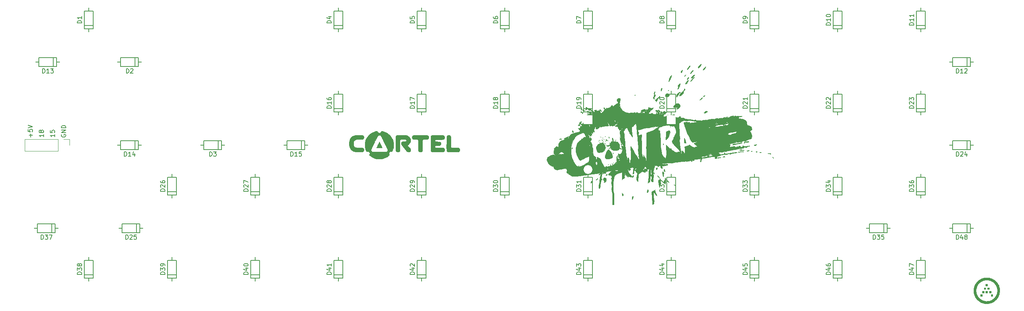
<source format=gto>
G04 #@! TF.GenerationSoftware,KiCad,Pcbnew,(5.0.0)*
G04 #@! TF.CreationDate,2018-11-27T00:40:26-08:00*
G04 #@! TF.ProjectId,Contra,436F6E7472612E6B696361645F706362,rev?*
G04 #@! TF.SameCoordinates,Original*
G04 #@! TF.FileFunction,Legend,Top*
G04 #@! TF.FilePolarity,Positive*
%FSLAX46Y46*%
G04 Gerber Fmt 4.6, Leading zero omitted, Abs format (unit mm)*
G04 Created by KiCad (PCBNEW (5.0.0)) date 11/27/18 00:40:26*
%MOMM*%
%LPD*%
G01*
G04 APERTURE LIST*
%ADD10C,0.150000*%
%ADD11C,0.010000*%
%ADD12C,0.120000*%
%ADD13C,2.150000*%
%ADD14C,4.387800*%
%ADD15C,2.432000*%
%ADD16C,3.448000*%
%ADD17C,4.800000*%
%ADD18C,1.100000*%
%ADD19R,2.000000X2.000000*%
%ADD20O,2.000000X2.000000*%
%ADD21C,2.200000*%
%ADD22O,2.100000X2.100000*%
%ADD23R,2.100000X2.100000*%
G04 APERTURE END LIST*
D10*
X41410000Y-64261904D02*
X41362380Y-64357142D01*
X41362380Y-64500000D01*
X41410000Y-64642857D01*
X41505238Y-64738095D01*
X41600476Y-64785714D01*
X41790952Y-64833333D01*
X41933809Y-64833333D01*
X42124285Y-64785714D01*
X42219523Y-64738095D01*
X42314761Y-64642857D01*
X42362380Y-64500000D01*
X42362380Y-64404761D01*
X42314761Y-64261904D01*
X42267142Y-64214285D01*
X41933809Y-64214285D01*
X41933809Y-64404761D01*
X42362380Y-63785714D02*
X41362380Y-63785714D01*
X42362380Y-63214285D01*
X41362380Y-63214285D01*
X42362380Y-62738095D02*
X41362380Y-62738095D01*
X41362380Y-62500000D01*
X41410000Y-62357142D01*
X41505238Y-62261904D01*
X41600476Y-62214285D01*
X41790952Y-62166666D01*
X41933809Y-62166666D01*
X42124285Y-62214285D01*
X42219523Y-62261904D01*
X42314761Y-62357142D01*
X42362380Y-62500000D01*
X42362380Y-62738095D01*
X39822380Y-64198476D02*
X39822380Y-64769904D01*
X39822380Y-64484190D02*
X38822380Y-64484190D01*
X38965238Y-64579428D01*
X39060476Y-64674666D01*
X39108095Y-64769904D01*
X38822380Y-63293714D02*
X38822380Y-63769904D01*
X39298571Y-63817523D01*
X39250952Y-63769904D01*
X39203333Y-63674666D01*
X39203333Y-63436571D01*
X39250952Y-63341333D01*
X39298571Y-63293714D01*
X39393809Y-63246095D01*
X39631904Y-63246095D01*
X39727142Y-63293714D01*
X39774761Y-63341333D01*
X39822380Y-63436571D01*
X39822380Y-63674666D01*
X39774761Y-63769904D01*
X39727142Y-63817523D01*
X37282380Y-64198476D02*
X37282380Y-64769904D01*
X37282380Y-64484190D02*
X36282380Y-64484190D01*
X36425238Y-64579428D01*
X36520476Y-64674666D01*
X36568095Y-64769904D01*
X36710952Y-63627047D02*
X36663333Y-63722285D01*
X36615714Y-63769904D01*
X36520476Y-63817523D01*
X36472857Y-63817523D01*
X36377619Y-63769904D01*
X36330000Y-63722285D01*
X36282380Y-63627047D01*
X36282380Y-63436571D01*
X36330000Y-63341333D01*
X36377619Y-63293714D01*
X36472857Y-63246095D01*
X36520476Y-63246095D01*
X36615714Y-63293714D01*
X36663333Y-63341333D01*
X36710952Y-63436571D01*
X36710952Y-63627047D01*
X36758571Y-63722285D01*
X36806190Y-63769904D01*
X36901428Y-63817523D01*
X37091904Y-63817523D01*
X37187142Y-63769904D01*
X37234761Y-63722285D01*
X37282380Y-63627047D01*
X37282380Y-63436571D01*
X37234761Y-63341333D01*
X37187142Y-63293714D01*
X37091904Y-63246095D01*
X36901428Y-63246095D01*
X36806190Y-63293714D01*
X36758571Y-63341333D01*
X36710952Y-63436571D01*
X34361428Y-64785714D02*
X34361428Y-64023809D01*
X34742380Y-64404761D02*
X33980476Y-64404761D01*
X33742380Y-63071428D02*
X33742380Y-63547619D01*
X34218571Y-63595238D01*
X34170952Y-63547619D01*
X34123333Y-63452380D01*
X34123333Y-63214285D01*
X34170952Y-63119047D01*
X34218571Y-63071428D01*
X34313809Y-63023809D01*
X34551904Y-63023809D01*
X34647142Y-63071428D01*
X34694761Y-63119047D01*
X34742380Y-63214285D01*
X34742380Y-63452380D01*
X34694761Y-63547619D01*
X34647142Y-63595238D01*
X33742380Y-62738095D02*
X34742380Y-62404761D01*
X33742380Y-62071428D01*
D11*
G04 #@! TO.C,G\002A\002A\002A*
G36*
X178361347Y-55431462D02*
X178383001Y-55543961D01*
X178384200Y-55597601D01*
X178367527Y-55742935D01*
X178325520Y-55830646D01*
X178270195Y-55844192D01*
X178233000Y-55805742D01*
X178179635Y-55797039D01*
X178092355Y-55853821D01*
X177990557Y-55955083D01*
X177893635Y-56079820D01*
X177820988Y-56207028D01*
X177796540Y-56278399D01*
X177735016Y-56432311D01*
X177650387Y-56550776D01*
X177553657Y-56671114D01*
X177457142Y-56825003D01*
X177440950Y-56855576D01*
X177371956Y-56978605D01*
X177316873Y-57055459D01*
X177304700Y-57065333D01*
X177279723Y-57122113D01*
X177266866Y-57240499D01*
X177266410Y-57268533D01*
X177238273Y-57442658D01*
X177170257Y-57611926D01*
X177164810Y-57621127D01*
X177098120Y-57749611D01*
X177064404Y-57851954D01*
X177063400Y-57864410D01*
X177029691Y-57940990D01*
X176942906Y-58056595D01*
X176862461Y-58144322D01*
X176746016Y-58279979D01*
X176690426Y-58385149D01*
X176690096Y-58421739D01*
X176688931Y-58486014D01*
X176666668Y-58496200D01*
X176602972Y-58456895D01*
X176597634Y-58445102D01*
X176557370Y-58454033D01*
X176465764Y-58523391D01*
X176340644Y-58639186D01*
X176306265Y-58673702D01*
X176184912Y-58804387D01*
X176106863Y-58902440D01*
X176085146Y-58950974D01*
X176090465Y-58953400D01*
X176145810Y-58990009D01*
X176149000Y-59007623D01*
X176109450Y-59038732D01*
X176047400Y-59029600D01*
X175963666Y-59026629D01*
X175945800Y-59070780D01*
X175907691Y-59154964D01*
X175845910Y-59213903D01*
X175778392Y-59277838D01*
X175793770Y-59344725D01*
X175815690Y-59375617D01*
X175929671Y-59450883D01*
X176092777Y-59474331D01*
X176267437Y-59447118D01*
X176416081Y-59370403D01*
X176431777Y-59356626D01*
X176518901Y-59281008D01*
X176570117Y-59272508D01*
X176622557Y-59327625D01*
X176630354Y-59337896D01*
X176696348Y-59444648D01*
X176683392Y-59499507D01*
X176593500Y-59518092D01*
X176521482Y-59525803D01*
X176546508Y-59540927D01*
X176573495Y-59548256D01*
X176678944Y-59543254D01*
X176722147Y-59518172D01*
X176798836Y-59492544D01*
X176839734Y-59516294D01*
X176919912Y-59544150D01*
X177069349Y-59566747D01*
X177255702Y-59579194D01*
X177255833Y-59579198D01*
X177608701Y-59589624D01*
X177531411Y-59471665D01*
X177482612Y-59378729D01*
X177501040Y-59313965D01*
X177545373Y-59267853D01*
X177610570Y-59210846D01*
X177620044Y-59225958D01*
X177605606Y-59270900D01*
X177607380Y-59345937D01*
X177649194Y-59359800D01*
X177715152Y-59400499D01*
X177723800Y-59436000D01*
X177764463Y-59503349D01*
X177800000Y-59512200D01*
X177865530Y-59472502D01*
X177888952Y-59349037D01*
X177884847Y-59245500D01*
X177901949Y-59170431D01*
X177927598Y-59156600D01*
X177974932Y-59116875D01*
X177977800Y-59097100D01*
X178009168Y-59013980D01*
X178052229Y-58955356D01*
X178098359Y-58884819D01*
X178088323Y-58806154D01*
X178052229Y-58729649D01*
X177994903Y-58613433D01*
X177985951Y-58561247D01*
X178025920Y-58547483D01*
X178056124Y-58547000D01*
X178145204Y-58574426D01*
X178232863Y-58638548D01*
X178291378Y-58712131D01*
X178293023Y-58767940D01*
X178286424Y-58773236D01*
X178232478Y-58837272D01*
X178259209Y-58881912D01*
X178329124Y-58878556D01*
X178426886Y-58866918D01*
X178452000Y-58905157D01*
X178406800Y-58974591D01*
X178307924Y-59048313D01*
X178183906Y-59137634D01*
X178132824Y-59209998D01*
X178160994Y-59252354D01*
X178206400Y-59258200D01*
X178277004Y-59276688D01*
X178260367Y-59325906D01*
X178162598Y-59396483D01*
X178092100Y-59433522D01*
X177988002Y-59495371D01*
X177956466Y-59539886D01*
X177968039Y-59549744D01*
X178053826Y-59537543D01*
X178124439Y-59492013D01*
X178223251Y-59420343D01*
X178267918Y-59430253D01*
X178257199Y-59512200D01*
X178252903Y-59592275D01*
X178324051Y-59613800D01*
X178412909Y-59572850D01*
X178438820Y-59515286D01*
X178704079Y-59515286D01*
X178711387Y-59558125D01*
X178790825Y-59610626D01*
X178882213Y-59589431D01*
X178926596Y-59532473D01*
X178922852Y-59443496D01*
X178857992Y-59396855D01*
X178770263Y-59413680D01*
X178746489Y-59432962D01*
X178704079Y-59515286D01*
X178438820Y-59515286D01*
X178454651Y-59480119D01*
X178432519Y-59380786D01*
X178417300Y-59362420D01*
X178397996Y-59311706D01*
X178470460Y-59276930D01*
X178546967Y-59231318D01*
X178556411Y-59185754D01*
X178554244Y-59081340D01*
X178598010Y-58963364D01*
X178667003Y-58874263D01*
X178719362Y-58851800D01*
X178773934Y-58867151D01*
X178744949Y-58921795D01*
X178719898Y-58981096D01*
X178783392Y-59016906D01*
X178795170Y-59020114D01*
X178857355Y-59042085D01*
X178863622Y-59077403D01*
X178808302Y-59149417D01*
X178747835Y-59214980D01*
X178651417Y-59329005D01*
X178615477Y-59393240D01*
X178639877Y-59397643D01*
X178724478Y-59332171D01*
X178749141Y-59309305D01*
X178770120Y-59291264D01*
X178907351Y-59291264D01*
X178965470Y-59338539D01*
X179071251Y-59401558D01*
X179132846Y-59389839D01*
X179167360Y-59327129D01*
X179182256Y-59239997D01*
X179128142Y-59211535D01*
X179008927Y-59230839D01*
X178913499Y-59259852D01*
X178907351Y-59291264D01*
X178770120Y-59291264D01*
X178875540Y-59200608D01*
X179021056Y-59091439D01*
X179161716Y-58997695D01*
X179273547Y-58935272D01*
X179332575Y-58920066D01*
X179334249Y-58921315D01*
X179396192Y-58924244D01*
X179451000Y-58902600D01*
X179542447Y-58873972D01*
X179567036Y-58919902D01*
X179524172Y-59037931D01*
X179496341Y-59090118D01*
X179441446Y-59206660D01*
X179448809Y-59248467D01*
X179461842Y-59246373D01*
X179522350Y-59183908D01*
X179542429Y-59122179D01*
X179586293Y-59042862D01*
X179700676Y-59015497D01*
X179708443Y-59015230D01*
X179810114Y-59026529D01*
X179826406Y-59064051D01*
X179832957Y-59132471D01*
X179863591Y-59162280D01*
X179896381Y-59201847D01*
X179838110Y-59233315D01*
X179819300Y-59238726D01*
X179730496Y-59279029D01*
X179705000Y-59312945D01*
X179671352Y-59375228D01*
X179596097Y-59457300D01*
X179492162Y-59525364D01*
X179398293Y-59511163D01*
X179395980Y-59509941D01*
X179306013Y-59488561D01*
X179275966Y-59507723D01*
X179286483Y-59565160D01*
X179310983Y-59581112D01*
X179338700Y-59617365D01*
X179285900Y-59664175D01*
X179215434Y-59764632D01*
X179197000Y-59889504D01*
X179221774Y-60034943D01*
X179284159Y-60130630D01*
X179366245Y-60156317D01*
X179412900Y-60133599D01*
X179510474Y-60096376D01*
X179603400Y-60090019D01*
X179743803Y-60052146D01*
X179823785Y-59981824D01*
X179938473Y-59873592D01*
X180069704Y-59786891D01*
X180180384Y-59738106D01*
X180251122Y-59743580D01*
X180315102Y-59792055D01*
X180385810Y-59918912D01*
X180385475Y-60000133D01*
X180377825Y-60085658D01*
X180415522Y-60089166D01*
X180460503Y-60063268D01*
X180552374Y-60030415D01*
X180634877Y-60079358D01*
X180642750Y-60087093D01*
X180697371Y-60170418D01*
X180697740Y-60219935D01*
X180715460Y-60254427D01*
X180811522Y-60265165D01*
X180965164Y-60250767D01*
X181019342Y-60241346D01*
X181100717Y-60218467D01*
X181090831Y-60184387D01*
X181055404Y-60156556D01*
X181003080Y-60105749D01*
X181002896Y-60042550D01*
X181050664Y-59934936D01*
X181182025Y-59781904D01*
X181387639Y-59690418D01*
X181617580Y-59664600D01*
X181748918Y-59681122D01*
X181786956Y-59729111D01*
X181750347Y-59786718D01*
X181716814Y-59865790D01*
X181712247Y-59909485D01*
X181667460Y-59984707D01*
X181597300Y-60011033D01*
X181505734Y-60056201D01*
X181483000Y-60150733D01*
X181513730Y-60250820D01*
X181590687Y-60268815D01*
X181674839Y-60214440D01*
X181739905Y-60186338D01*
X181825243Y-60236907D01*
X181836446Y-60246851D01*
X181926409Y-60306568D01*
X181998511Y-60288405D01*
X182010924Y-60278744D01*
X182087182Y-60247370D01*
X182116475Y-60271733D01*
X182184966Y-60303100D01*
X182317836Y-60318431D01*
X182479112Y-60317580D01*
X182632825Y-60300401D01*
X182727600Y-60274200D01*
X182789700Y-60239293D01*
X182784879Y-60226970D01*
X182774942Y-60192978D01*
X182803392Y-60147691D01*
X182910091Y-60095242D01*
X183000112Y-60104037D01*
X183112329Y-60133709D01*
X183149875Y-60164824D01*
X183136595Y-60223661D01*
X183128310Y-60245308D01*
X183067095Y-60307635D01*
X182974714Y-60302411D01*
X182884244Y-60296021D01*
X182854600Y-60319697D01*
X182900906Y-60346317D01*
X183021949Y-60373063D01*
X183190912Y-60396951D01*
X183380979Y-60414996D01*
X183565333Y-60424216D01*
X183717158Y-60421623D01*
X183745920Y-60418895D01*
X183867650Y-60425505D01*
X183936743Y-60495641D01*
X183946126Y-60515454D01*
X184034857Y-60607082D01*
X184183544Y-60665909D01*
X184352558Y-60679285D01*
X184422788Y-60667609D01*
X184545932Y-60670544D01*
X184604624Y-60692363D01*
X184695940Y-60717801D01*
X184856802Y-60739981D01*
X185055162Y-60754690D01*
X185089922Y-60756130D01*
X185287622Y-60768067D01*
X185449505Y-60786476D01*
X185545513Y-60807751D01*
X185553763Y-60811780D01*
X185633000Y-60837436D01*
X185784283Y-60869015D01*
X185978738Y-60900713D01*
X186035224Y-60908582D01*
X186242239Y-60933645D01*
X186365351Y-60940338D01*
X186420656Y-60928248D01*
X186424907Y-60898612D01*
X186441998Y-60842532D01*
X186481364Y-60833000D01*
X186552429Y-60855804D01*
X186563000Y-60877769D01*
X186610008Y-60923293D01*
X186735876Y-60965635D01*
X186917869Y-61000622D01*
X187133250Y-61024083D01*
X187359285Y-61031844D01*
X187399425Y-61031251D01*
X187589181Y-61031733D01*
X187741470Y-61041058D01*
X187825573Y-61057247D01*
X187828568Y-61058860D01*
X187905903Y-61058213D01*
X188025820Y-61011817D01*
X188061850Y-60991983D01*
X188177549Y-60937345D01*
X188253759Y-60926408D01*
X188264309Y-60933806D01*
X188328046Y-60954782D01*
X188451497Y-60951785D01*
X188596784Y-60929093D01*
X188726026Y-60890984D01*
X188753306Y-60878581D01*
X188860976Y-60866141D01*
X189002546Y-60898348D01*
X189121391Y-60933329D01*
X189177918Y-60920652D01*
X189191373Y-60896500D01*
X189253333Y-60845333D01*
X189323133Y-60832450D01*
X189438558Y-60817685D01*
X189598350Y-60781222D01*
X189661800Y-60763313D01*
X189876359Y-60711189D01*
X190110659Y-60673686D01*
X190338548Y-60652715D01*
X190533877Y-60650188D01*
X190670494Y-60668018D01*
X190710482Y-60686644D01*
X190783770Y-60721700D01*
X190880443Y-60700991D01*
X190948396Y-60669563D01*
X191188085Y-60560792D01*
X191370700Y-60508664D01*
X191520680Y-60509177D01*
X191653586Y-60554003D01*
X191762489Y-60593304D01*
X191827281Y-60573720D01*
X191844408Y-60555758D01*
X191848847Y-60553600D01*
X194335400Y-60553600D01*
X194360800Y-60579000D01*
X194386200Y-60553600D01*
X194360800Y-60528200D01*
X194335400Y-60553600D01*
X191848847Y-60553600D01*
X191932193Y-60513089D01*
X192011622Y-60512873D01*
X192143323Y-60500661D01*
X192222213Y-60462708D01*
X192308415Y-60418496D01*
X192400878Y-60434387D01*
X192457491Y-60460457D01*
X192585393Y-60498610D01*
X192697048Y-60491667D01*
X192712242Y-60479618D01*
X194562628Y-60479618D01*
X194579351Y-60517898D01*
X194637201Y-60528200D01*
X194721504Y-60520018D01*
X194741800Y-60508235D01*
X194701723Y-60469787D01*
X194621923Y-60456803D01*
X194563043Y-60478967D01*
X194562628Y-60479618D01*
X192712242Y-60479618D01*
X192757553Y-60443688D01*
X192760600Y-60425201D01*
X192804603Y-60387773D01*
X192911926Y-60351658D01*
X192925700Y-60348570D01*
X193058575Y-60309984D01*
X193149574Y-60265993D01*
X193150650Y-60265142D01*
X193246937Y-60251033D01*
X193355496Y-60291996D01*
X193458560Y-60336089D01*
X193530730Y-60323069D01*
X193619136Y-60243217D01*
X193625845Y-60236236D01*
X193751200Y-60105497D01*
X193768071Y-60220119D01*
X193791084Y-60294272D01*
X193850550Y-60316051D01*
X193965990Y-60300777D01*
X194118099Y-60291725D01*
X194194286Y-60334006D01*
X194244052Y-60370355D01*
X194264899Y-60344903D01*
X194312833Y-60261712D01*
X194361797Y-60192503D01*
X194419089Y-60127727D01*
X194448921Y-60150754D01*
X194467490Y-60210699D01*
X194505937Y-60299381D01*
X194536035Y-60324999D01*
X194563715Y-60284686D01*
X194558808Y-60192422D01*
X194524836Y-60091225D01*
X194515551Y-60074804D01*
X194500627Y-60033037D01*
X194538441Y-60025532D01*
X194644432Y-60053514D01*
X194767200Y-60094783D01*
X194837143Y-60116460D01*
X194825603Y-60095764D01*
X194771983Y-60051058D01*
X194717234Y-60000779D01*
X194733036Y-59983958D01*
X194833046Y-59992290D01*
X194862517Y-59996009D01*
X195003612Y-59999278D01*
X195072001Y-59958460D01*
X195079068Y-59943897D01*
X195128386Y-59874592D01*
X195189473Y-59902275D01*
X195249800Y-59994800D01*
X195321248Y-60095269D01*
X195377153Y-60116594D01*
X195402014Y-60053772D01*
X195402200Y-60044005D01*
X195440234Y-59958649D01*
X195548509Y-59938700D01*
X195718283Y-59985657D01*
X195725360Y-59988584D01*
X195865852Y-60031398D01*
X195937793Y-60016419D01*
X195939326Y-60014170D01*
X196005895Y-59987762D01*
X196118236Y-59995862D01*
X196221719Y-60004817D01*
X196265781Y-59981240D01*
X196265800Y-59980480D01*
X196307996Y-59953048D01*
X196392800Y-59956966D01*
X196488186Y-59990529D01*
X196519800Y-60026122D01*
X196554900Y-60067277D01*
X196626410Y-60061767D01*
X196683638Y-60015237D01*
X196687016Y-60007500D01*
X196724378Y-59970715D01*
X196772589Y-60002479D01*
X196876672Y-60035815D01*
X196992791Y-60015671D01*
X197121669Y-59995860D01*
X197195751Y-60015431D01*
X197175797Y-60047214D01*
X197082658Y-60086144D01*
X196943708Y-60124887D01*
X196786326Y-60156108D01*
X196637887Y-60172472D01*
X196606199Y-60173377D01*
X196482759Y-60191138D01*
X196405685Y-60232293D01*
X196397746Y-60281555D01*
X196418199Y-60299599D01*
X196451015Y-60343818D01*
X196410923Y-60381372D01*
X196304896Y-60424728D01*
X196246890Y-60402145D01*
X196249471Y-60337700D01*
X196261542Y-60279538D01*
X196219902Y-60305060D01*
X196215731Y-60308885D01*
X196168925Y-60398324D01*
X196208064Y-60477603D01*
X196318042Y-60526008D01*
X196378505Y-60532086D01*
X196518950Y-60539947D01*
X196621400Y-60553290D01*
X196706489Y-60569637D01*
X196860579Y-60596763D01*
X197052380Y-60629178D01*
X197078600Y-60633518D01*
X197310515Y-60681810D01*
X197534030Y-60745631D01*
X197727506Y-60816789D01*
X197869309Y-60887092D01*
X197937801Y-60948349D01*
X197940895Y-60960000D01*
X197969060Y-61043432D01*
X197993777Y-61087000D01*
X198042190Y-61136661D01*
X198087500Y-61095271D01*
X198090291Y-61090972D01*
X198126377Y-61071169D01*
X198164012Y-61135053D01*
X198197216Y-61243174D01*
X198250163Y-61448812D01*
X198275708Y-61580317D01*
X198276166Y-61660716D01*
X198253852Y-61713032D01*
X198245543Y-61723754D01*
X198235084Y-61805602D01*
X198306992Y-61930718D01*
X198381600Y-62029955D01*
X198422558Y-62085946D01*
X198424637Y-62089151D01*
X198472878Y-62105015D01*
X198537230Y-62116919D01*
X198658642Y-62154707D01*
X198711945Y-62185054D01*
X198811545Y-62226651D01*
X198927663Y-62246243D01*
X199061305Y-62273152D01*
X199147276Y-62315558D01*
X199233332Y-62421907D01*
X199324688Y-62587107D01*
X199401495Y-62771569D01*
X199436090Y-62891504D01*
X199442218Y-62991912D01*
X199403576Y-63083226D01*
X199306365Y-63183404D01*
X199136787Y-63310407D01*
X199088915Y-63343379D01*
X199026441Y-63400278D01*
X199021796Y-63471356D01*
X199056978Y-63569388D01*
X199111334Y-63676778D01*
X199156633Y-63727908D01*
X199160415Y-63728600D01*
X199194911Y-63773628D01*
X199245894Y-63891829D01*
X199304943Y-64057874D01*
X199363641Y-64246435D01*
X199413568Y-64432184D01*
X199445967Y-64587669D01*
X199451182Y-64769637D01*
X199396842Y-64954146D01*
X199369148Y-65014603D01*
X199295472Y-65150977D01*
X199220613Y-65223047D01*
X199105573Y-65258718D01*
X199007463Y-65273408D01*
X198783583Y-65317222D01*
X198548656Y-65386025D01*
X198332309Y-65468823D01*
X198164170Y-65554625D01*
X198087013Y-65614905D01*
X197974638Y-65704538D01*
X197865314Y-65760860D01*
X197771106Y-65789941D01*
X197747750Y-65769386D01*
X197759071Y-65730766D01*
X197764875Y-65679047D01*
X197712203Y-65664296D01*
X197599770Y-65676142D01*
X197343881Y-65717042D01*
X197184581Y-65751279D01*
X197117169Y-65780187D01*
X197136950Y-65805094D01*
X197140338Y-65806327D01*
X197198315Y-65854781D01*
X197179889Y-65913012D01*
X197125313Y-65961863D01*
X197044097Y-65934299D01*
X197033500Y-65927861D01*
X196956512Y-65898867D01*
X196841512Y-65893775D01*
X196664583Y-65912829D01*
X196536650Y-65932948D01*
X196342743Y-65965937D01*
X196186643Y-65993627D01*
X196096399Y-66011012D01*
X196088000Y-66013003D01*
X195996207Y-66021813D01*
X195945301Y-66020615D01*
X195878191Y-65999660D01*
X195888111Y-65963096D01*
X195956027Y-65928388D01*
X196062600Y-65913000D01*
X196178794Y-65897032D01*
X196240400Y-65862200D01*
X196237091Y-65841906D01*
X196465889Y-65841906D01*
X196536133Y-65849922D01*
X196570600Y-65850414D01*
X196663021Y-65845117D01*
X196673913Y-65831931D01*
X196659500Y-65827182D01*
X196530659Y-65819281D01*
X196481700Y-65827182D01*
X196465889Y-65841906D01*
X196237091Y-65841906D01*
X196234065Y-65823350D01*
X196144878Y-65814771D01*
X195967608Y-65836545D01*
X195791672Y-65869213D01*
X195626549Y-65910024D01*
X195529073Y-65948670D01*
X195507182Y-65977737D01*
X195568814Y-65989812D01*
X195668900Y-65983872D01*
X195775639Y-65975888D01*
X195793731Y-65991593D01*
X195735390Y-66041335D01*
X195613122Y-66095781D01*
X195476495Y-66116200D01*
X195309136Y-66139770D01*
X195168704Y-66187661D01*
X195039039Y-66231233D01*
X194852994Y-66271438D01*
X194691000Y-66294706D01*
X194507833Y-66322679D01*
X194359161Y-66360156D01*
X194284600Y-66394416D01*
X194179856Y-66464292D01*
X194132200Y-66486560D01*
X194129276Y-66503933D01*
X194208889Y-66515970D01*
X194271900Y-66518589D01*
X194410786Y-66529309D01*
X194474175Y-66562637D01*
X194487800Y-66620571D01*
X194453313Y-66734764D01*
X194405743Y-66800599D01*
X194353181Y-66868187D01*
X194369885Y-66929565D01*
X194417024Y-66985793D01*
X194533790Y-67062122D01*
X194638781Y-67059022D01*
X194795320Y-67026986D01*
X194894200Y-67010209D01*
X195021479Y-66990841D01*
X195194260Y-66964059D01*
X195268830Y-66952379D01*
X195424219Y-66934302D01*
X195511425Y-66946171D01*
X195560768Y-66993021D01*
X195565846Y-67001700D01*
X195647039Y-67065629D01*
X195733860Y-67060172D01*
X195834675Y-67059423D01*
X195884768Y-67132099D01*
X195931181Y-67210727D01*
X195984202Y-67233929D01*
X196011665Y-67188816D01*
X196011800Y-67183000D01*
X195979077Y-67141367D01*
X197438873Y-67141367D01*
X197475268Y-67176636D01*
X197485000Y-67183000D01*
X197561441Y-67227357D01*
X197585003Y-67214165D01*
X197586600Y-67183000D01*
X197544713Y-67140303D01*
X197497700Y-67132977D01*
X197438873Y-67141367D01*
X195979077Y-67141367D01*
X195973083Y-67133742D01*
X195960569Y-67132200D01*
X195941560Y-67097734D01*
X195971176Y-67033182D01*
X196039408Y-66967586D01*
X196093747Y-66984570D01*
X196184164Y-67012285D01*
X196297585Y-66996850D01*
X196297815Y-66996733D01*
X196638333Y-66996733D01*
X196645306Y-67026933D01*
X196672200Y-67030600D01*
X196714014Y-67012013D01*
X196706066Y-66996733D01*
X196645778Y-66990653D01*
X196638333Y-66996733D01*
X196297815Y-66996733D01*
X196389676Y-66950080D01*
X196418200Y-66898092D01*
X196463170Y-66843310D01*
X196557900Y-66828177D01*
X196716268Y-66851917D01*
X196804070Y-66914216D01*
X196809270Y-66997275D01*
X196808917Y-67047251D01*
X196872306Y-67069380D01*
X196992368Y-67072395D01*
X197196119Y-67062988D01*
X197314991Y-67037671D01*
X197365371Y-66988734D01*
X197363646Y-66908468D01*
X197361337Y-66898810D01*
X197360401Y-66800978D01*
X197416992Y-66779678D01*
X197518492Y-66837938D01*
X197539397Y-66856055D01*
X197624378Y-66906438D01*
X197749016Y-66930292D01*
X197928913Y-66927683D01*
X198179672Y-66898675D01*
X198423044Y-66859734D01*
X198625941Y-66827766D01*
X198787941Y-66807621D01*
X198885329Y-66801990D01*
X198902257Y-66805324D01*
X198903140Y-66856434D01*
X198830424Y-66907067D01*
X198711221Y-66943337D01*
X198614413Y-66952746D01*
X198486695Y-66963988D01*
X198432810Y-67004335D01*
X198424716Y-67055526D01*
X198380001Y-67130094D01*
X198269543Y-67187235D01*
X198128673Y-67219866D01*
X197992720Y-67220902D01*
X197897013Y-67183259D01*
X197881976Y-67164356D01*
X197811944Y-67096988D01*
X197734610Y-67086373D01*
X197689767Y-67135016D01*
X197688200Y-67152164D01*
X197661313Y-67216464D01*
X197570626Y-67269216D01*
X197401096Y-67317452D01*
X197281800Y-67342124D01*
X197118466Y-67374343D01*
X196983251Y-67402468D01*
X196951600Y-67409521D01*
X196856948Y-67426286D01*
X196691005Y-67450959D01*
X196483339Y-67479234D01*
X196392800Y-67490894D01*
X196174539Y-67524661D01*
X195984244Y-67565152D01*
X195852436Y-67605456D01*
X195823087Y-67619875D01*
X195707867Y-67660983D01*
X195539287Y-67686670D01*
X195439547Y-67691000D01*
X195277393Y-67699998D01*
X195156075Y-67723053D01*
X195117441Y-67742078D01*
X195039901Y-67776297D01*
X194900259Y-67805795D01*
X194815181Y-67816156D01*
X194622662Y-67841610D01*
X194439149Y-67878054D01*
X194386535Y-67892078D01*
X194214866Y-67927009D01*
X194021977Y-67944524D01*
X193991241Y-67945000D01*
X193834374Y-67960680D01*
X193752184Y-68003754D01*
X193747452Y-68012647D01*
X193682976Y-68059177D01*
X193556351Y-68083794D01*
X193533146Y-68084815D01*
X193383535Y-68095168D01*
X193205012Y-68117306D01*
X193019121Y-68147056D01*
X192847409Y-68180247D01*
X192711421Y-68212709D01*
X192632701Y-68240269D01*
X192632797Y-68258758D01*
X192633600Y-68258968D01*
X192702567Y-68283179D01*
X192676430Y-68309948D01*
X192647605Y-68323072D01*
X192536575Y-68320994D01*
X192478876Y-68280134D01*
X192360871Y-68214260D01*
X192224039Y-68203379D01*
X192121973Y-68248346D01*
X192036214Y-68293941D01*
X191946713Y-68316659D01*
X191850003Y-68361177D01*
X191800639Y-68437332D01*
X191805962Y-68512324D01*
X191873311Y-68553351D01*
X191893466Y-68554600D01*
X191986240Y-68569579D01*
X191997223Y-68603365D01*
X191939806Y-68639222D01*
X191827383Y-68660420D01*
X191808100Y-68661263D01*
X191642678Y-68676767D01*
X191498673Y-68707579D01*
X191490600Y-68710260D01*
X191463606Y-68730319D01*
X191534468Y-68737167D01*
X191700275Y-68730604D01*
X191744600Y-68727663D01*
X191939665Y-68718881D01*
X192046651Y-68725287D01*
X192059502Y-68746478D01*
X192056953Y-68748345D01*
X192032178Y-68785508D01*
X192097829Y-68809829D01*
X192133153Y-68815320D01*
X192243931Y-68816910D01*
X192405286Y-68803261D01*
X192593398Y-68778483D01*
X192784447Y-68746689D01*
X192954612Y-68711991D01*
X193080073Y-68678500D01*
X193137010Y-68650328D01*
X193136068Y-68642201D01*
X193099384Y-68556538D01*
X193085806Y-68433536D01*
X193101986Y-68336113D01*
X193103430Y-68333495D01*
X193138647Y-68344468D01*
X193193926Y-68426363D01*
X193207510Y-68453062D01*
X193286392Y-68615934D01*
X193721996Y-68582691D01*
X194157600Y-68549449D01*
X193948243Y-68672362D01*
X193823281Y-68736155D01*
X193696154Y-68773161D01*
X193533183Y-68789788D01*
X193316370Y-68792555D01*
X193069049Y-68798356D01*
X192921429Y-68819651D01*
X192873794Y-68850017D01*
X192812255Y-68887158D01*
X192671233Y-68907606D01*
X192581564Y-68910200D01*
X192424264Y-68918283D01*
X192312661Y-68939041D01*
X192280415Y-68957091D01*
X192214800Y-68999458D01*
X192095222Y-69038244D01*
X192087121Y-69040072D01*
X191921498Y-69089184D01*
X191754501Y-69156421D01*
X191625918Y-69203687D01*
X191558441Y-69189320D01*
X191550756Y-69179338D01*
X191493905Y-69152615D01*
X191388658Y-69197407D01*
X191325318Y-69241730D01*
X191340269Y-69248946D01*
X191346695Y-69247116D01*
X191428725Y-69260887D01*
X191469972Y-69334049D01*
X191451719Y-69426819D01*
X191439379Y-69444106D01*
X191420666Y-69506617D01*
X191472398Y-69540932D01*
X191527498Y-69583148D01*
X191489236Y-69626427D01*
X191365680Y-69665985D01*
X191220046Y-69690571D01*
X190974892Y-69722112D01*
X190989141Y-69556724D01*
X190985076Y-69406054D01*
X191106232Y-69406054D01*
X191156166Y-69414189D01*
X191222055Y-69404849D01*
X191222841Y-69387508D01*
X191154851Y-69375381D01*
X191125475Y-69383497D01*
X191106232Y-69406054D01*
X190985076Y-69406054D01*
X190984534Y-69385969D01*
X190951194Y-69333533D01*
X191355133Y-69333533D01*
X191362106Y-69363733D01*
X191389000Y-69367400D01*
X191430814Y-69348813D01*
X191422866Y-69333533D01*
X191362578Y-69327453D01*
X191355133Y-69333533D01*
X190951194Y-69333533D01*
X190927983Y-69297029D01*
X190810965Y-69279865D01*
X190760684Y-69287627D01*
X190570787Y-69323517D01*
X190455161Y-69338771D01*
X190388938Y-69334974D01*
X190347516Y-69313917D01*
X190279758Y-69309282D01*
X190137273Y-69328210D01*
X189943202Y-69366972D01*
X189788716Y-69403993D01*
X189548503Y-69460531D01*
X189320395Y-69505887D01*
X189137836Y-69533780D01*
X189067525Y-69539442D01*
X188920422Y-69555843D01*
X188814541Y-69589703D01*
X188797302Y-69602062D01*
X188709532Y-69633886D01*
X188559753Y-69637668D01*
X188518300Y-69633896D01*
X188279595Y-69625504D01*
X188118468Y-69661024D01*
X188041804Y-69738446D01*
X188036200Y-69774767D01*
X188011630Y-69861110D01*
X187952153Y-69861173D01*
X187886671Y-69786500D01*
X187859487Y-69763470D01*
X187849995Y-69822041D01*
X187857239Y-69970703D01*
X187860877Y-70015100D01*
X187870118Y-70208349D01*
X187855970Y-70310660D01*
X187829695Y-70332600D01*
X187792972Y-70369109D01*
X187798957Y-70404595D01*
X187801288Y-70479094D01*
X187748045Y-70496622D01*
X187667549Y-70457512D01*
X187614453Y-70402437D01*
X187555383Y-70317570D01*
X187562861Y-70286259D01*
X187633648Y-70281799D01*
X187708210Y-70270208D01*
X187695135Y-70223673D01*
X187684353Y-70210122D01*
X187654264Y-70138572D01*
X187668292Y-70111606D01*
X187691976Y-70050215D01*
X187692926Y-69939450D01*
X187675922Y-69821486D01*
X187645746Y-69738493D01*
X187624242Y-69723000D01*
X187579554Y-69756591D01*
X187579000Y-69762807D01*
X187533698Y-69788768D01*
X187419788Y-69806961D01*
X187363100Y-69810408D01*
X187149727Y-69825843D01*
X186930203Y-69853990D01*
X186745390Y-69888909D01*
X186664600Y-69911922D01*
X186565457Y-69927582D01*
X186420284Y-69930027D01*
X186394001Y-69928825D01*
X186268501Y-69927997D01*
X186217592Y-69955290D01*
X186215030Y-70026366D01*
X186216201Y-70034925D01*
X186212485Y-70114478D01*
X186154780Y-70158183D01*
X186040007Y-70183867D01*
X185903369Y-70195473D01*
X185827998Y-70165191D01*
X185796919Y-70121775D01*
X185735428Y-70045340D01*
X185697612Y-70027800D01*
X185657823Y-70067413D01*
X185651342Y-70153011D01*
X185677780Y-70234730D01*
X185699400Y-70256400D01*
X185748262Y-70321345D01*
X185750200Y-70335598D01*
X185716795Y-70381124D01*
X185637030Y-70367624D01*
X185541577Y-70302313D01*
X185521600Y-70281800D01*
X185410598Y-70200658D01*
X185303056Y-70185294D01*
X185230844Y-70239319D01*
X185226895Y-70248409D01*
X185156369Y-70295045D01*
X184991780Y-70321676D01*
X184905943Y-70326252D01*
X184735935Y-70341677D01*
X184612260Y-70371459D01*
X184570117Y-70397742D01*
X184521504Y-70424060D01*
X184454764Y-70362262D01*
X184397039Y-70303246D01*
X184326893Y-70291433D01*
X184206349Y-70322478D01*
X184180567Y-70330894D01*
X184014499Y-70367151D01*
X183860559Y-70372198D01*
X183836738Y-70368726D01*
X183718276Y-70363524D01*
X183535914Y-70375375D01*
X183325440Y-70401728D01*
X183286400Y-70407969D01*
X183052596Y-70446186D01*
X182819815Y-70483341D01*
X182635938Y-70511797D01*
X182626000Y-70513286D01*
X182456113Y-70539371D01*
X182314806Y-70562279D01*
X182270400Y-70570051D01*
X182141537Y-70583559D01*
X182023553Y-70586510D01*
X181863587Y-70596038D01*
X181663651Y-70624216D01*
X181459001Y-70664159D01*
X181284894Y-70708981D01*
X181176585Y-70751797D01*
X181176309Y-70751969D01*
X181074510Y-70782165D01*
X181017225Y-70753821D01*
X180924242Y-70724872D01*
X180752612Y-70731815D01*
X180648749Y-70746255D01*
X180475178Y-70767602D01*
X180336496Y-70773617D01*
X180276242Y-70766457D01*
X180196365Y-70760074D01*
X180042760Y-70766107D01*
X179842355Y-70783144D01*
X179738893Y-70794642D01*
X179502687Y-70819489D01*
X179278098Y-70837297D01*
X179103026Y-70845243D01*
X179060477Y-70845171D01*
X178904828Y-70855754D01*
X178823601Y-70890409D01*
X178825892Y-70939704D01*
X178917850Y-70993095D01*
X179089087Y-71034371D01*
X179263011Y-71039591D01*
X179399942Y-71009533D01*
X179440839Y-70982840D01*
X179490927Y-70948872D01*
X179501800Y-70988757D01*
X179528531Y-71025302D01*
X179619764Y-71040613D01*
X179792052Y-71037022D01*
X179828819Y-71034812D01*
X180009281Y-71027122D01*
X180112696Y-71036134D01*
X180162915Y-71066625D01*
X180179654Y-71105060D01*
X180174559Y-71163126D01*
X180111975Y-71211787D01*
X179973416Y-71263363D01*
X179916135Y-71280698D01*
X179705532Y-71327903D01*
X179455874Y-71363116D01*
X179273200Y-71376310D01*
X179090958Y-71382618D01*
X178950180Y-71388692D01*
X178880356Y-71393252D01*
X178879500Y-71393378D01*
X178845452Y-71442236D01*
X178843719Y-71545797D01*
X178869849Y-71664049D01*
X178919395Y-71756979D01*
X178920009Y-71757662D01*
X178971833Y-71832789D01*
X178946717Y-71894869D01*
X178918539Y-71924603D01*
X178828144Y-71978338D01*
X178772073Y-71979208D01*
X178708207Y-71917547D01*
X178634011Y-71798631D01*
X178570220Y-71661936D01*
X178537571Y-71546943D01*
X178536600Y-71530896D01*
X178493680Y-71430084D01*
X178394855Y-71370771D01*
X178295946Y-71376381D01*
X178203394Y-71405896D01*
X178169816Y-71407970D01*
X178120309Y-71440805D01*
X178079129Y-71501505D01*
X177994552Y-71589722D01*
X177902944Y-71583435D01*
X177828891Y-71484697D01*
X177827256Y-71480482D01*
X177795394Y-71424800D01*
X177977800Y-71424800D01*
X178003200Y-71450200D01*
X178028600Y-71424800D01*
X178003200Y-71399400D01*
X177977800Y-71424800D01*
X177795394Y-71424800D01*
X177785742Y-71407933D01*
X177712338Y-71367392D01*
X177578038Y-71346467D01*
X177500253Y-71340782D01*
X177219679Y-71323200D01*
X177160287Y-71577200D01*
X177103066Y-71780007D01*
X177040784Y-71898899D01*
X176961727Y-71951343D01*
X176904779Y-71958200D01*
X176825665Y-71980446D01*
X176809400Y-72008401D01*
X176851582Y-72043339D01*
X176918100Y-72046501D01*
X177016799Y-72063265D01*
X177050745Y-72118768D01*
X177009599Y-72178198D01*
X176962857Y-72197204D01*
X176892668Y-72230802D01*
X176913213Y-72264368D01*
X176946717Y-72333238D01*
X176933311Y-72369597D01*
X176907475Y-72456349D01*
X176886974Y-72604431D01*
X176879918Y-72705477D01*
X176876399Y-72861474D01*
X176890722Y-72941401D01*
X176933341Y-72970514D01*
X176991115Y-72974200D01*
X177085834Y-72996815D01*
X177113972Y-73083382D01*
X177114200Y-73098201D01*
X177095065Y-73210372D01*
X177051055Y-73253358D01*
X177002263Y-73214489D01*
X176987434Y-73178137D01*
X176941833Y-73095649D01*
X176907576Y-73075800D01*
X176875056Y-73120848D01*
X176862348Y-73237027D01*
X176869103Y-73395890D01*
X176894973Y-73568987D01*
X176914627Y-73650764D01*
X176943082Y-73805108D01*
X176920595Y-73900642D01*
X176909787Y-73915460D01*
X176881635Y-73999346D01*
X176859371Y-74162144D01*
X176844416Y-74381263D01*
X176838188Y-74634115D01*
X176842105Y-74898110D01*
X176844468Y-74955400D01*
X176848403Y-75124363D01*
X176847751Y-75319172D01*
X176846852Y-75361800D01*
X176863080Y-75606595D01*
X176917631Y-75912578D01*
X177003535Y-76249989D01*
X177113822Y-76589070D01*
X177166592Y-76726950D01*
X177240305Y-76936014D01*
X177294031Y-77137935D01*
X177317175Y-77292188D01*
X177317400Y-77303817D01*
X177356750Y-77517503D01*
X177444400Y-77657064D01*
X177527798Y-77780519D01*
X177570094Y-77890760D01*
X177571400Y-77906386D01*
X177598096Y-78030100D01*
X177632976Y-78103378D01*
X177668798Y-78192761D01*
X177661994Y-78234539D01*
X177610330Y-78223574D01*
X177525353Y-78149992D01*
X177427367Y-78037475D01*
X177336677Y-77909706D01*
X177273588Y-77790365D01*
X177267810Y-77774800D01*
X177190432Y-77646315D01*
X177088577Y-77563679D01*
X176996001Y-77520800D01*
X177165000Y-77520800D01*
X177190400Y-77546200D01*
X177215800Y-77520800D01*
X177190400Y-77495400D01*
X177165000Y-77520800D01*
X176996001Y-77520800D01*
X176961800Y-77504959D01*
X176961800Y-78354070D01*
X176963720Y-78687636D01*
X176970226Y-78933838D01*
X176982432Y-79106851D01*
X177001454Y-79220853D01*
X177028409Y-79290019D01*
X177036384Y-79301790D01*
X177102890Y-79436213D01*
X177097838Y-79550292D01*
X177032147Y-79612875D01*
X176982425Y-79654249D01*
X176968962Y-79743314D01*
X176981395Y-79872718D01*
X176989581Y-80048280D01*
X176961830Y-80161192D01*
X176955627Y-80169837D01*
X176860022Y-80228289D01*
X176749405Y-80230633D01*
X176679928Y-80183800D01*
X176669317Y-80120126D01*
X176657414Y-79972011D01*
X176644928Y-79756595D01*
X176632570Y-79491018D01*
X176621051Y-79192419D01*
X176611079Y-78877937D01*
X176603365Y-78564713D01*
X176598620Y-78269886D01*
X176598025Y-78206759D01*
X176580730Y-78099336D01*
X176551058Y-78051516D01*
X176521796Y-77989474D01*
X176492380Y-77857144D01*
X176472988Y-77715864D01*
X176458609Y-77541729D01*
X176465616Y-77437720D01*
X176500460Y-77373469D01*
X176555247Y-77328504D01*
X176632351Y-77252526D01*
X176648156Y-77151983D01*
X176637160Y-77075374D01*
X176630064Y-77025041D01*
X176961800Y-77025041D01*
X176976498Y-77146107D01*
X177011917Y-77215564D01*
X177012600Y-77216000D01*
X177055275Y-77287651D01*
X177063400Y-77345998D01*
X177082457Y-77426946D01*
X177107641Y-77444600D01*
X177125573Y-77399787D01*
X177119522Y-77283532D01*
X177107194Y-77205392D01*
X177067060Y-77038826D01*
X177024762Y-76935351D01*
X176988268Y-76904851D01*
X176965542Y-76957207D01*
X176961800Y-77025041D01*
X176630064Y-77025041D01*
X176617943Y-76939075D01*
X176597677Y-76741847D01*
X176580477Y-76524231D01*
X176579189Y-76504543D01*
X176561556Y-76308802D01*
X176537973Y-76150816D01*
X176512982Y-76059538D01*
X176508159Y-76051767D01*
X176488814Y-75979599D01*
X176474554Y-75831404D01*
X176467333Y-75632706D01*
X176467040Y-75514200D01*
X176461415Y-75220075D01*
X176436560Y-75003778D01*
X176389815Y-74842898D01*
X176386419Y-74834896D01*
X176325788Y-74665795D01*
X176302085Y-74537163D01*
X176313318Y-74463394D01*
X176357492Y-74458882D01*
X176428351Y-74532124D01*
X176457906Y-74555005D01*
X176480348Y-74521665D01*
X176498668Y-74419071D01*
X176515857Y-74234190D01*
X176524541Y-74113024D01*
X176535610Y-73848629D01*
X176531970Y-73622786D01*
X176514302Y-73463217D01*
X176507957Y-73437548D01*
X176487784Y-73321096D01*
X176469980Y-73129238D01*
X176456419Y-72888164D01*
X176448978Y-72624067D01*
X176448817Y-72612048D01*
X176443356Y-72336266D01*
X176434005Y-72147531D01*
X176418949Y-72031308D01*
X176396369Y-71973067D01*
X176367058Y-71958200D01*
X176315509Y-71993640D01*
X176306723Y-72108878D01*
X176307902Y-72124031D01*
X176307913Y-72255995D01*
X176288151Y-72344886D01*
X176287343Y-72346246D01*
X176265355Y-72422608D01*
X176241141Y-72568738D01*
X176219925Y-72753080D01*
X176219833Y-72754065D01*
X176206535Y-72958570D01*
X176217536Y-73110292D01*
X176260391Y-73256660D01*
X176323201Y-73402894D01*
X176388440Y-73571866D01*
X176415229Y-73697665D01*
X176405570Y-73766956D01*
X176361462Y-73766404D01*
X176284907Y-73682672D01*
X176281879Y-73678377D01*
X176232120Y-73612740D01*
X176208094Y-73612559D01*
X176200436Y-73691326D01*
X176199800Y-73796627D01*
X176189978Y-73969596D01*
X176164298Y-74192202D01*
X176130304Y-74404831D01*
X176096265Y-74596805D01*
X176071315Y-74755390D01*
X176060373Y-74849058D01*
X176060238Y-74853800D01*
X176054554Y-75040313D01*
X176041322Y-75267881D01*
X176022718Y-75512683D01*
X176000918Y-75750898D01*
X175978099Y-75958705D01*
X175956438Y-76112284D01*
X175938390Y-76187300D01*
X175851094Y-76258933D01*
X175726703Y-76270601D01*
X175611182Y-76220848D01*
X175588832Y-76198352D01*
X175551219Y-76116212D01*
X175563054Y-75996099D01*
X175580605Y-75931652D01*
X175609531Y-75801148D01*
X175639409Y-75610911D01*
X175667949Y-75384627D01*
X175692863Y-75145982D01*
X175711861Y-74918664D01*
X175722654Y-74726358D01*
X175722952Y-74592751D01*
X175714637Y-74544854D01*
X175714036Y-74465906D01*
X175733459Y-74432474D01*
X175763064Y-74352802D01*
X175793751Y-74200779D01*
X175821713Y-74005533D01*
X175843140Y-73796196D01*
X175854221Y-73601898D01*
X175854408Y-73507600D01*
X175853524Y-73456800D01*
X176199800Y-73456800D01*
X176225200Y-73482200D01*
X176250600Y-73456800D01*
X176225200Y-73431400D01*
X176199800Y-73456800D01*
X175853524Y-73456800D01*
X175848233Y-73153103D01*
X175850995Y-72851788D01*
X175862180Y-72616991D01*
X175881273Y-72462047D01*
X175896644Y-72412327D01*
X175927576Y-72312607D01*
X175943107Y-72181412D01*
X175942390Y-72055713D01*
X175924579Y-71972481D01*
X175907046Y-71958200D01*
X175859482Y-71999059D01*
X175818146Y-72072500D01*
X175727657Y-72169882D01*
X175602900Y-72202718D01*
X175476158Y-72239274D01*
X175440105Y-72310054D01*
X175495345Y-72401825D01*
X175535985Y-72489120D01*
X175477323Y-72567761D01*
X175321430Y-72635828D01*
X175211641Y-72664412D01*
X175052307Y-72704554D01*
X174976934Y-72739073D01*
X174969089Y-72777943D01*
X174985143Y-72801874D01*
X175025254Y-72880268D01*
X174986152Y-72910886D01*
X174880201Y-72889947D01*
X174803059Y-72857554D01*
X174668193Y-72810060D01*
X174561027Y-72800444D01*
X174547117Y-72804075D01*
X174493219Y-72807975D01*
X174491198Y-72743290D01*
X174499535Y-72706767D01*
X174505035Y-72597354D01*
X174476716Y-72544943D01*
X174430137Y-72554197D01*
X174421800Y-72592844D01*
X174378410Y-72665209D01*
X174273092Y-72726501D01*
X174269400Y-72727812D01*
X174163896Y-72776741D01*
X174117132Y-72822469D01*
X174117000Y-72824329D01*
X174076939Y-72879510D01*
X173976635Y-72961848D01*
X173845907Y-73051472D01*
X173714575Y-73128512D01*
X173612457Y-73173098D01*
X173587147Y-73177400D01*
X173516147Y-73219363D01*
X173500293Y-73266300D01*
X173491597Y-73377631D01*
X173480270Y-73525483D01*
X173479700Y-73533000D01*
X173468432Y-73651025D01*
X173447484Y-73843907D01*
X173419769Y-74085687D01*
X173388199Y-74350405D01*
X173385667Y-74371200D01*
X173354863Y-74637869D01*
X173329421Y-74884946D01*
X173311862Y-75086006D01*
X173304707Y-75214620D01*
X173304660Y-75220312D01*
X173274764Y-75382845D01*
X173197387Y-75475950D01*
X173089580Y-75488195D01*
X172991130Y-75430516D01*
X172919306Y-75328192D01*
X172920582Y-75193502D01*
X172922300Y-75185167D01*
X172941530Y-75073228D01*
X172968615Y-74887809D01*
X172999699Y-74656356D01*
X173025962Y-74447400D01*
X173061639Y-74161812D01*
X173100430Y-73863610D01*
X173136670Y-73595824D01*
X173155864Y-73460580D01*
X173214692Y-73057961D01*
X173081050Y-72960609D01*
X172973678Y-72856589D01*
X172859705Y-72708536D01*
X172819234Y-72644547D01*
X172741450Y-72542400D01*
X174320200Y-72542400D01*
X174345600Y-72567800D01*
X174371000Y-72542400D01*
X174345600Y-72517000D01*
X174320200Y-72542400D01*
X172741450Y-72542400D01*
X172708433Y-72499042D01*
X172609225Y-72450534D01*
X172527713Y-72494568D01*
X172470003Y-72626689D01*
X172442198Y-72842441D01*
X172440600Y-72920894D01*
X172399558Y-73063916D01*
X172313800Y-73177211D01*
X172207598Y-73254045D01*
X172148913Y-73251853D01*
X172150049Y-73176312D01*
X172176382Y-73113823D01*
X172216136Y-72991561D01*
X172245354Y-72824960D01*
X172250535Y-72770584D01*
X172268831Y-72617148D01*
X172295288Y-72502826D01*
X172306008Y-72478484D01*
X172312736Y-72438262D01*
X174345634Y-72438262D01*
X174384780Y-72424599D01*
X174400709Y-72411823D01*
X174500464Y-72359047D01*
X174638013Y-72316855D01*
X174757575Y-72272524D01*
X174788906Y-72203759D01*
X174787873Y-72196335D01*
X174806220Y-72121183D01*
X174838673Y-72105422D01*
X174928499Y-72099926D01*
X175071738Y-72092581D01*
X175118407Y-72090381D01*
X175257834Y-72077788D01*
X175348966Y-72058148D01*
X175362092Y-72050840D01*
X175352696Y-71996858D01*
X175298840Y-71892772D01*
X175219767Y-71767625D01*
X175134722Y-71650461D01*
X175062948Y-71570324D01*
X175031429Y-71551800D01*
X174950620Y-71591704D01*
X174870452Y-71681980D01*
X174828809Y-71778470D01*
X174828200Y-71788675D01*
X174792565Y-71862320D01*
X174700398Y-71972850D01*
X174605270Y-72065421D01*
X174478742Y-72191700D01*
X174386289Y-72308072D01*
X174355266Y-72368477D01*
X174345634Y-72438262D01*
X172312736Y-72438262D01*
X172315261Y-72423174D01*
X172297104Y-72415400D01*
X172266123Y-72373890D01*
X172261120Y-72277305D01*
X172265449Y-72248846D01*
X172593000Y-72248846D01*
X172627449Y-72315605D01*
X172707577Y-72319359D01*
X172798550Y-72259075D01*
X172802158Y-72255048D01*
X172887340Y-72182331D01*
X172941858Y-72161400D01*
X172988582Y-72118918D01*
X172999400Y-72059800D01*
X172981690Y-71977199D01*
X172957184Y-71958200D01*
X172905155Y-71918274D01*
X172847000Y-71831200D01*
X172775750Y-71738391D01*
X172711415Y-71704200D01*
X172648866Y-71726790D01*
X172670199Y-71784088D01*
X172751088Y-71848363D01*
X172858376Y-71915365D01*
X172725688Y-72053862D01*
X172638914Y-72158276D01*
X172594509Y-72238770D01*
X172593000Y-72248846D01*
X172265449Y-72248846D01*
X172277816Y-72167558D01*
X172311932Y-72086562D01*
X172332318Y-72070493D01*
X172386267Y-72017296D01*
X172347643Y-71923983D01*
X172286261Y-71854661D01*
X172229963Y-71805582D01*
X172170570Y-71780400D01*
X172389800Y-71780400D01*
X172415200Y-71805800D01*
X172440600Y-71780400D01*
X172415200Y-71755000D01*
X172389800Y-71780400D01*
X172170570Y-71780400D01*
X172167326Y-71779025D01*
X172076142Y-71774416D01*
X171934202Y-71791183D01*
X171719301Y-71828753D01*
X171665900Y-71838659D01*
X171554309Y-71892362D01*
X171531241Y-71980134D01*
X171601770Y-72078084D01*
X171613182Y-72086802D01*
X171670342Y-72152311D01*
X171639305Y-72223736D01*
X171639023Y-72224076D01*
X171603098Y-72300236D01*
X171611307Y-72331174D01*
X171597139Y-72357331D01*
X171538391Y-72364600D01*
X171445671Y-72393471D01*
X171415624Y-72434543D01*
X171368700Y-72479092D01*
X171288754Y-72465237D01*
X171211132Y-72409729D01*
X171171184Y-72329318D01*
X171170600Y-72318435D01*
X171145520Y-72219059D01*
X171115373Y-72184064D01*
X171039044Y-72179835D01*
X170988784Y-72238270D01*
X170997431Y-72320661D01*
X170998296Y-72322073D01*
X171042804Y-72430566D01*
X171055841Y-72487612D01*
X171089917Y-72598479D01*
X171113806Y-72640012D01*
X171157005Y-72727997D01*
X171189963Y-72834500D01*
X171229598Y-72935526D01*
X171273167Y-72974200D01*
X171321707Y-73012324D01*
X171323000Y-73023456D01*
X171355461Y-73081805D01*
X171441369Y-73191483D01*
X171563506Y-73330817D01*
X171589700Y-73359190D01*
X171731594Y-73516474D01*
X171855304Y-73662170D01*
X171935788Y-73766703D01*
X171939837Y-73772747D01*
X172023275Y-73899826D01*
X172092624Y-73755134D01*
X172165276Y-73652070D01*
X172247904Y-73595868D01*
X172314431Y-73596894D01*
X172339000Y-73657210D01*
X172315769Y-73754525D01*
X172257134Y-73891045D01*
X172179684Y-74036739D01*
X172100006Y-74161576D01*
X172034688Y-74235523D01*
X172014779Y-74244200D01*
X171932486Y-74217060D01*
X171833877Y-74159217D01*
X171760784Y-74117264D01*
X171747328Y-74130298D01*
X171749372Y-74133817D01*
X171757490Y-74186919D01*
X171741107Y-74193400D01*
X171667824Y-74164692D01*
X171544275Y-74091605D01*
X171399160Y-73993690D01*
X171261177Y-73890500D01*
X171159023Y-73801586D01*
X171146166Y-73788068D01*
X171032142Y-73709660D01*
X170932358Y-73685400D01*
X170866184Y-73690351D01*
X170860132Y-73716424D01*
X170920883Y-73780442D01*
X170997055Y-73848351D01*
X171136356Y-73988657D01*
X171262091Y-74146322D01*
X171357966Y-74296951D01*
X171407692Y-74416151D01*
X171408105Y-74463828D01*
X171376092Y-74475782D01*
X171344869Y-74424249D01*
X171255240Y-74272282D01*
X171104254Y-74085385D01*
X170913159Y-73887781D01*
X170736486Y-73730663D01*
X170634275Y-73636001D01*
X170535045Y-73527817D01*
X170463326Y-73436978D01*
X170577704Y-73436978D01*
X170583699Y-73470897D01*
X170637200Y-73533000D01*
X170729715Y-73606927D01*
X170815888Y-73635177D01*
X170863627Y-73609193D01*
X170865800Y-73593960D01*
X170822666Y-73510260D01*
X170722488Y-73446692D01*
X170644566Y-73431400D01*
X170577704Y-73436978D01*
X170463326Y-73436978D01*
X170456344Y-73428135D01*
X170415720Y-73358984D01*
X170426094Y-73341029D01*
X170484301Y-73322641D01*
X170479337Y-73230512D01*
X170444370Y-73139300D01*
X170386647Y-73042106D01*
X170347782Y-73044184D01*
X170328238Y-73144883D01*
X170327064Y-73304400D01*
X170326206Y-73457357D01*
X170315156Y-73558841D01*
X170302193Y-73583800D01*
X170270517Y-73627723D01*
X170238843Y-73734340D01*
X170237019Y-73743204D01*
X170231080Y-73879226D01*
X170288546Y-73965802D01*
X170294169Y-73970188D01*
X170352965Y-74021847D01*
X170329176Y-74038103D01*
X170300011Y-74039384D01*
X170266393Y-74052220D01*
X170241358Y-74099101D01*
X170222603Y-74194842D01*
X170207828Y-74354254D01*
X170194731Y-74592152D01*
X170187283Y-74764900D01*
X170176272Y-75042043D01*
X170166674Y-75297318D01*
X170159366Y-75506344D01*
X170155229Y-75644740D01*
X170154773Y-75666600D01*
X170148753Y-75780263D01*
X170134229Y-75971583D01*
X170113150Y-76217154D01*
X170087464Y-76493573D01*
X170077002Y-76600817D01*
X170049282Y-76911643D01*
X170026208Y-77228499D01*
X170009891Y-77518021D01*
X170002440Y-77746845D01*
X170002200Y-77783511D01*
X169998683Y-78000216D01*
X169985693Y-78135574D01*
X169959568Y-78209672D01*
X169918653Y-78241848D01*
X169857566Y-78256999D01*
X169809387Y-78243908D01*
X169772894Y-78192975D01*
X169746867Y-78094604D01*
X169730082Y-77939197D01*
X169721320Y-77717157D01*
X169719358Y-77418888D01*
X169722974Y-77034790D01*
X169727625Y-76741047D01*
X169734869Y-76376386D01*
X169743289Y-76042244D01*
X169752380Y-75752965D01*
X169761638Y-75522893D01*
X169770559Y-75366373D01*
X169778300Y-75298754D01*
X169784408Y-75193811D01*
X169770688Y-75153888D01*
X169760103Y-75086826D01*
X169752348Y-74935762D01*
X169747820Y-74718263D01*
X169746912Y-74451897D01*
X169749271Y-74200934D01*
X169754621Y-73778792D01*
X169756407Y-73449382D01*
X169754453Y-73203894D01*
X169748584Y-73033517D01*
X169738625Y-72929438D01*
X169724400Y-72882847D01*
X169723026Y-72881293D01*
X169662351Y-72879641D01*
X169536931Y-72905113D01*
X169376953Y-72948629D01*
X169212602Y-73001109D01*
X169074065Y-73053474D01*
X168991527Y-73096642D01*
X168984284Y-73103508D01*
X168896841Y-73144511D01*
X168832049Y-73140861D01*
X168741204Y-73156066D01*
X168597768Y-73220381D01*
X168427202Y-73317873D01*
X168254967Y-73432610D01*
X168106523Y-73548657D01*
X168007331Y-73650082D01*
X167998737Y-73662340D01*
X167953844Y-73772534D01*
X167914063Y-73940510D01*
X167895381Y-74067595D01*
X167874073Y-74234210D01*
X167852058Y-74358635D01*
X167838200Y-74404688D01*
X167810053Y-74495393D01*
X167780201Y-74668116D01*
X167750460Y-74903339D01*
X167722641Y-75181540D01*
X167698558Y-75483199D01*
X167680025Y-75788797D01*
X167668854Y-76078814D01*
X167666391Y-76254383D01*
X167672791Y-76654897D01*
X167695091Y-76987779D01*
X167736093Y-77286150D01*
X167767000Y-77444600D01*
X167801439Y-77621449D01*
X167827357Y-77798524D01*
X167845876Y-77994138D01*
X167858115Y-78226603D01*
X167865197Y-78514233D01*
X167868240Y-78875340D01*
X167868600Y-79104716D01*
X167868600Y-80289400D01*
X167563800Y-80289400D01*
X167562863Y-79184500D01*
X167559582Y-78733272D01*
X167549098Y-78359157D01*
X167529188Y-78037790D01*
X167497628Y-77744806D01*
X167452195Y-77455840D01*
X167390665Y-77146528D01*
X167366974Y-77038200D01*
X167302803Y-76623300D01*
X167275306Y-76130143D01*
X167285005Y-75575422D01*
X167309742Y-75210073D01*
X167329290Y-74947472D01*
X167340207Y-74724851D01*
X167342040Y-74560191D01*
X167334339Y-74471469D01*
X167328505Y-74461276D01*
X167250976Y-74421588D01*
X167208200Y-74394742D01*
X167165387Y-74348861D01*
X167195205Y-74293681D01*
X167246300Y-74247725D01*
X167326877Y-74146566D01*
X167358011Y-74001741D01*
X167359822Y-73931257D01*
X167348820Y-73754373D01*
X167303931Y-73644214D01*
X167205032Y-73581646D01*
X167032003Y-73547538D01*
X166946720Y-73538448D01*
X166771825Y-73519431D01*
X166673860Y-73495523D01*
X166628548Y-73452934D01*
X166611608Y-73377876D01*
X166608362Y-73346272D01*
X166609178Y-73251204D01*
X166644991Y-73172243D01*
X166733431Y-73084262D01*
X166862362Y-72984202D01*
X167026492Y-72854822D01*
X167175776Y-72725051D01*
X167259000Y-72642912D01*
X167386000Y-72502364D01*
X167208200Y-72537081D01*
X167039726Y-72566112D01*
X166845348Y-72594489D01*
X166801800Y-72600080D01*
X166603100Y-72634538D01*
X166404122Y-72683531D01*
X166370000Y-72694008D01*
X166066358Y-72778132D01*
X165715592Y-72853324D01*
X165425544Y-72900706D01*
X165192289Y-72932523D01*
X165100001Y-73448661D01*
X165041339Y-73777297D01*
X164999314Y-74019585D01*
X164972971Y-74189244D01*
X164961352Y-74299993D01*
X164963503Y-74365548D01*
X164978466Y-74399629D01*
X165005285Y-74415953D01*
X165031979Y-74424595D01*
X165116917Y-74481818D01*
X165121366Y-74550962D01*
X165056973Y-74601140D01*
X164963264Y-74606803D01*
X164935311Y-74648559D01*
X164906409Y-74759556D01*
X164896769Y-74816688D01*
X164828558Y-75282211D01*
X164772743Y-75656981D01*
X164727459Y-75950840D01*
X164690844Y-76173628D01*
X164661035Y-76335188D01*
X164636168Y-76445361D01*
X164614380Y-76513988D01*
X164593809Y-76550911D01*
X164572591Y-76565971D01*
X164565265Y-76567797D01*
X164457551Y-76553682D01*
X164419460Y-76535240D01*
X164390327Y-76501771D01*
X164377327Y-76437230D01*
X164380887Y-76323899D01*
X164401434Y-76144065D01*
X164434462Y-75913003D01*
X164479578Y-75599687D01*
X164528553Y-75242643D01*
X164573622Y-74899078D01*
X164592023Y-74752200D01*
X164629845Y-74465872D01*
X164673890Y-74166346D01*
X164717587Y-73896980D01*
X164742112Y-73761600D01*
X164787719Y-73520583D01*
X164810702Y-73366700D01*
X164807593Y-73287308D01*
X164774924Y-73269762D01*
X164709226Y-73301419D01*
X164630267Y-73353871D01*
X164496254Y-73428628D01*
X164427512Y-73434942D01*
X164426293Y-73384067D01*
X164494850Y-73287258D01*
X164597069Y-73188091D01*
X164795200Y-73015966D01*
X164541200Y-73050524D01*
X164348697Y-73080610D01*
X164165057Y-73115388D01*
X164109400Y-73127837D01*
X163957501Y-73157463D01*
X163758224Y-73187659D01*
X163626800Y-73203797D01*
X163438467Y-73225814D01*
X163273631Y-73247639D01*
X163195000Y-73259914D01*
X162837003Y-73320065D01*
X162482588Y-73371828D01*
X162229800Y-73402748D01*
X162000602Y-73429593D01*
X161704266Y-73467570D01*
X161374034Y-73512107D01*
X161043147Y-73558633D01*
X160744846Y-73602578D01*
X160528000Y-73636759D01*
X160179822Y-73688900D01*
X159810782Y-73734288D01*
X159440718Y-73771405D01*
X159089466Y-73798735D01*
X158776863Y-73814759D01*
X158522748Y-73817959D01*
X158346956Y-73806819D01*
X158333343Y-73804668D01*
X158197549Y-73751787D01*
X158047011Y-73651656D01*
X157992961Y-73604004D01*
X157879340Y-73503060D01*
X157790730Y-73440907D01*
X157764308Y-73431400D01*
X157646961Y-73403358D01*
X157532919Y-73336646D01*
X157461987Y-73257380D01*
X157454600Y-73228176D01*
X157405897Y-73150651D01*
X157268166Y-73081445D01*
X157255179Y-73077047D01*
X157094839Y-72996292D01*
X157028414Y-72902284D01*
X157021845Y-72736755D01*
X157069752Y-72577961D01*
X157142584Y-72485431D01*
X157182302Y-72439194D01*
X157163039Y-72414642D01*
X168046868Y-72414642D01*
X168057201Y-72476968D01*
X168136376Y-72539073D01*
X168253738Y-72580167D01*
X168299261Y-72585805D01*
X168395389Y-72604344D01*
X168427364Y-72631300D01*
X168461108Y-72667249D01*
X168564512Y-72637270D01*
X168703896Y-72562782D01*
X168837096Y-72471735D01*
X168877460Y-72405884D01*
X168827919Y-72356500D01*
X168779390Y-72338054D01*
X168675519Y-72325601D01*
X168520320Y-72328591D01*
X168346843Y-72343568D01*
X168188137Y-72367078D01*
X168077249Y-72395664D01*
X168046868Y-72414642D01*
X157163039Y-72414642D01*
X157146912Y-72394088D01*
X157075715Y-72353211D01*
X156985882Y-72289407D01*
X156988067Y-72243436D01*
X156990147Y-72242082D01*
X157044638Y-72176377D01*
X157023113Y-72121656D01*
X156977435Y-72110600D01*
X156900272Y-72069398D01*
X156875249Y-72028720D01*
X156811746Y-71970250D01*
X156704714Y-71972193D01*
X156401935Y-72028765D01*
X156078314Y-72091564D01*
X155761348Y-72155050D01*
X155478532Y-72213679D01*
X155257362Y-72261910D01*
X155193200Y-72276837D01*
X154868922Y-72316972D01*
X154584526Y-72277509D01*
X154350845Y-72163400D01*
X154178715Y-71979595D01*
X154088875Y-71772199D01*
X154040587Y-71632680D01*
X153975120Y-71561959D01*
X153868812Y-71528928D01*
X153724418Y-71489742D01*
X153576098Y-71431433D01*
X153455241Y-71368602D01*
X153393237Y-71315851D01*
X153390599Y-71306480D01*
X153349023Y-71265047D01*
X153246939Y-71208472D01*
X153226864Y-71199325D01*
X153088218Y-71115813D01*
X152950533Y-70998440D01*
X152840208Y-70873886D01*
X152783646Y-70768833D01*
X152781000Y-70748731D01*
X152759477Y-70671238D01*
X152702874Y-70532754D01*
X152623139Y-70362352D01*
X152617742Y-70351471D01*
X152533071Y-70171698D01*
X152493583Y-70054737D01*
X152493329Y-69975604D01*
X152516142Y-69924707D01*
X152565526Y-69794169D01*
X152577799Y-69698289D01*
X152594519Y-69603202D01*
X152655932Y-69507996D01*
X152778919Y-69389906D01*
X152851414Y-69329300D01*
X152945801Y-69275569D01*
X152990224Y-69265800D01*
X153059812Y-69230673D01*
X153159483Y-69142894D01*
X153193098Y-69107017D01*
X153208289Y-69093435D01*
X153593800Y-69093435D01*
X153635282Y-69111193D01*
X153670000Y-69113400D01*
X153737615Y-69086814D01*
X153746200Y-69064194D01*
X153708963Y-69036243D01*
X153670000Y-69044229D01*
X153603159Y-69080286D01*
X153593800Y-69093435D01*
X153208289Y-69093435D01*
X153302209Y-69009463D01*
X153391518Y-68973339D01*
X153407558Y-68976131D01*
X153507139Y-68981387D01*
X153659369Y-68957964D01*
X153822802Y-68915508D01*
X153955992Y-68863663D01*
X153995761Y-68839262D01*
X154062247Y-68810334D01*
X154087943Y-68843846D01*
X154143954Y-68882328D01*
X154181858Y-68876290D01*
X154232560Y-68877745D01*
X154223941Y-68929943D01*
X154226393Y-68995621D01*
X154296566Y-69011800D01*
X154405379Y-68988271D01*
X154425244Y-68922598D01*
X154355933Y-68822148D01*
X154309722Y-68779810D01*
X155117800Y-68779810D01*
X155157533Y-68807688D01*
X155260756Y-68788049D01*
X155390306Y-68732087D01*
X155513918Y-68672152D01*
X155567141Y-68663248D01*
X155566888Y-68704430D01*
X155560387Y-68722605D01*
X155567405Y-68761131D01*
X155641295Y-68770941D01*
X155771078Y-68758713D01*
X155927886Y-68731689D01*
X156047471Y-68698927D01*
X156076205Y-68685799D01*
X156155599Y-68676822D01*
X156180093Y-68699708D01*
X156239426Y-68721823D01*
X156320069Y-68684878D01*
X156387844Y-68614925D01*
X156408572Y-68538011D01*
X156405637Y-68527809D01*
X156356957Y-68461485D01*
X156333820Y-68453000D01*
X156268737Y-68426628D01*
X156155619Y-68360236D01*
X156103567Y-68326000D01*
X155923960Y-68226639D01*
X155783544Y-68207793D01*
X155661040Y-68268330D01*
X155625800Y-68300600D01*
X155527542Y-68375770D01*
X155454029Y-68402200D01*
X155389649Y-68438838D01*
X155296039Y-68527655D01*
X155201379Y-68637003D01*
X155133847Y-68735235D01*
X155117800Y-68779810D01*
X154309722Y-68779810D01*
X154303932Y-68774506D01*
X154156938Y-68617286D01*
X154082030Y-68461918D01*
X154088246Y-68328398D01*
X154095564Y-68313547D01*
X154115602Y-68207533D01*
X154100141Y-68091618D01*
X154087617Y-67961269D01*
X154133909Y-67888631D01*
X154178605Y-67827363D01*
X154148292Y-67789937D01*
X154133558Y-67750043D01*
X154197425Y-67718296D01*
X154271557Y-67674993D01*
X154278710Y-67638761D01*
X154215916Y-67614800D01*
X154406600Y-67614800D01*
X154432000Y-67640200D01*
X154457400Y-67614800D01*
X154432000Y-67589400D01*
X158056487Y-67589400D01*
X158057083Y-68011230D01*
X158061137Y-68345974D01*
X158069444Y-68608110D01*
X158082799Y-68812116D01*
X158101997Y-68972470D01*
X158127831Y-69103650D01*
X158142691Y-69160045D01*
X158227758Y-69428278D01*
X158335092Y-69723052D01*
X158449691Y-70005815D01*
X158556555Y-70238014D01*
X158578857Y-70280953D01*
X158639942Y-70407687D01*
X158672265Y-70499635D01*
X158673800Y-70512183D01*
X158704256Y-70584435D01*
X158785542Y-70713450D01*
X158902529Y-70878709D01*
X159040089Y-71059694D01*
X159183095Y-71235888D01*
X159316419Y-71386772D01*
X159326404Y-71397334D01*
X159484654Y-71538435D01*
X159609205Y-71588198D01*
X159708720Y-71547633D01*
X159776675Y-71449750D01*
X159840702Y-71323200D01*
X159841451Y-71462900D01*
X159863891Y-71569319D01*
X159910447Y-71602600D01*
X160011022Y-71583871D01*
X160170401Y-71535835D01*
X160354665Y-71470717D01*
X160529892Y-71400743D01*
X160662166Y-71338139D01*
X160689845Y-71321682D01*
X160789353Y-71262562D01*
X160844963Y-71238287D01*
X160902091Y-71209483D01*
X161023603Y-71137985D01*
X161188582Y-71036300D01*
X161290000Y-70972209D01*
X161485214Y-70849579D01*
X161663403Y-70740785D01*
X161687803Y-70726495D01*
X163610854Y-70726495D01*
X163638144Y-70941920D01*
X163727909Y-71120609D01*
X163792983Y-71184806D01*
X163865173Y-71218858D01*
X163929435Y-71178736D01*
X163964800Y-71135058D01*
X164039621Y-71003247D01*
X164074228Y-70900086D01*
X164071530Y-70790840D01*
X164039982Y-70650065D01*
X163991379Y-70512447D01*
X163937518Y-70412670D01*
X163898494Y-70383400D01*
X163857464Y-70423020D01*
X163855400Y-70440420D01*
X163831408Y-70467751D01*
X163780041Y-70434898D01*
X163719881Y-70405945D01*
X163675230Y-70455303D01*
X163653041Y-70508185D01*
X163610854Y-70726495D01*
X161687803Y-70726495D01*
X161796690Y-70662725D01*
X161834509Y-70642169D01*
X161979010Y-70558421D01*
X162078329Y-70468189D01*
X162141168Y-70350691D01*
X162176230Y-70185145D01*
X162192215Y-69950766D01*
X162196124Y-69778486D01*
X162195479Y-69506499D01*
X162184694Y-69320155D01*
X162164266Y-69225769D01*
X162151641Y-69214970D01*
X162076946Y-69236550D01*
X161952133Y-69290706D01*
X161899600Y-69316600D01*
X161764504Y-69379131D01*
X161663072Y-69414923D01*
X161641967Y-69418200D01*
X161577359Y-69441027D01*
X161443977Y-69502505D01*
X161261965Y-69592129D01*
X161051467Y-69699393D01*
X160832626Y-69813793D01*
X160625585Y-69924824D01*
X160450489Y-70021981D01*
X160327481Y-70094757D01*
X160279997Y-70128482D01*
X160169983Y-70178624D01*
X160044499Y-70134252D01*
X159926481Y-70015100D01*
X159825436Y-69858981D01*
X159704227Y-69640139D01*
X159578705Y-69390852D01*
X159464721Y-69143399D01*
X159378125Y-68930058D01*
X159346505Y-68834000D01*
X159296682Y-68660221D01*
X159236386Y-68454842D01*
X159210236Y-68367254D01*
X159185115Y-68255037D01*
X162763511Y-68255037D01*
X162776001Y-68356371D01*
X162812647Y-68436129D01*
X162842326Y-68453000D01*
X162905305Y-68416428D01*
X162914951Y-68403249D01*
X162920713Y-68330347D01*
X162886191Y-68244267D01*
X162833369Y-68182645D01*
X162785557Y-68181722D01*
X162763511Y-68255037D01*
X159185115Y-68255037D01*
X159162135Y-68152390D01*
X159134011Y-67920624D01*
X159131000Y-67838237D01*
X159142802Y-67627551D01*
X159174428Y-67365931D01*
X159220204Y-67085245D01*
X159274458Y-66817363D01*
X159317257Y-66649939D01*
X162190061Y-66649939D01*
X162202776Y-66720686D01*
X162257284Y-66812963D01*
X162323154Y-66814792D01*
X162356151Y-66777649D01*
X162358531Y-66698877D01*
X162329043Y-66619796D01*
X162265524Y-66554063D01*
X162211418Y-66570326D01*
X162190061Y-66649939D01*
X159317257Y-66649939D01*
X159331518Y-66594154D01*
X159374220Y-66471800D01*
X159476631Y-66271404D01*
X159607136Y-66064437D01*
X159647525Y-66010445D01*
X162331400Y-66010445D01*
X162350914Y-66113675D01*
X162395345Y-66179882D01*
X162441410Y-66178909D01*
X162464769Y-66098123D01*
X162454630Y-66048494D01*
X162404739Y-65979215D01*
X162351642Y-65966835D01*
X162331400Y-66010445D01*
X159647525Y-66010445D01*
X159745001Y-65880140D01*
X159869492Y-65747756D01*
X159909603Y-65716733D01*
X159924141Y-65706801D01*
X162077400Y-65706801D01*
X162098126Y-65790964D01*
X162128200Y-65811400D01*
X162173763Y-65770471D01*
X162179000Y-65738198D01*
X162148039Y-65651708D01*
X162128200Y-65633600D01*
X162088215Y-65649154D01*
X162077400Y-65706801D01*
X159924141Y-65706801D01*
X160154052Y-65549740D01*
X160317025Y-65421701D01*
X160407170Y-65324662D01*
X160433134Y-65250668D01*
X160431166Y-65236996D01*
X160426451Y-65175560D01*
X160473838Y-65199111D01*
X160482285Y-65206020D01*
X160537932Y-65227940D01*
X160609174Y-65195333D01*
X160716678Y-65096936D01*
X160754615Y-65057615D01*
X160850975Y-64973200D01*
X161975800Y-64973200D01*
X162001200Y-64998600D01*
X162026600Y-64973200D01*
X162001200Y-64947800D01*
X161975800Y-64973200D01*
X160850975Y-64973200D01*
X160928836Y-64904991D01*
X161098377Y-64827818D01*
X161152921Y-64816519D01*
X161339458Y-64778001D01*
X161433697Y-64731630D01*
X161444929Y-64668073D01*
X161386199Y-64582175D01*
X161330011Y-64495600D01*
X161620200Y-64495600D01*
X161649382Y-64508875D01*
X161691276Y-64479902D01*
X161742632Y-64417910D01*
X161745456Y-64396613D01*
X161694756Y-64399953D01*
X161637835Y-64450627D01*
X161620200Y-64495600D01*
X161330011Y-64495600D01*
X161304693Y-64456592D01*
X161233819Y-64292374D01*
X161221513Y-64253043D01*
X161210061Y-64227711D01*
X161925000Y-64227711D01*
X161943174Y-64314994D01*
X161971763Y-64338200D01*
X162014452Y-64381913D01*
X162051067Y-64486356D01*
X162097047Y-64601749D01*
X162156704Y-64662561D01*
X162221066Y-64731373D01*
X162229800Y-64774248D01*
X162221541Y-64827754D01*
X162178715Y-64821512D01*
X162104587Y-64775842D01*
X161992238Y-64709176D01*
X161939364Y-64704034D01*
X161925106Y-64759737D01*
X161925000Y-64770000D01*
X161962141Y-64837427D01*
X161994349Y-64846200D01*
X162080558Y-64875682D01*
X162191456Y-64946698D01*
X162192861Y-64947800D01*
X162327095Y-65034624D01*
X162403391Y-65038717D01*
X162421174Y-64960178D01*
X162412696Y-64909700D01*
X162396902Y-64828602D01*
X162409227Y-64812407D01*
X162463852Y-64865489D01*
X162536238Y-64947800D01*
X162632553Y-65072776D01*
X162668931Y-65178129D01*
X162660882Y-65312278D01*
X162658286Y-65328800D01*
X162612792Y-65488534D01*
X162543012Y-65620221D01*
X162529238Y-65636874D01*
X162447397Y-65750348D01*
X162454562Y-65833362D01*
X162553743Y-65909562D01*
X162564716Y-65915524D01*
X162650076Y-65975046D01*
X162677768Y-66053168D01*
X162665716Y-66178108D01*
X162656606Y-66314641D01*
X162695730Y-66374699D01*
X162795928Y-66377043D01*
X162801300Y-66376215D01*
X162823098Y-66418863D01*
X162840462Y-66535521D01*
X162848089Y-66662300D01*
X162853798Y-66840234D01*
X162859239Y-66987161D01*
X162862032Y-67048303D01*
X162904962Y-67153844D01*
X162956206Y-67207228D01*
X162991940Y-67245700D01*
X163017469Y-67311341D01*
X163034868Y-67420582D01*
X163046210Y-67589853D01*
X163053570Y-67835588D01*
X163056564Y-68002324D01*
X163063123Y-68302636D01*
X163073621Y-68521765D01*
X163090626Y-68680118D01*
X163116705Y-68798104D01*
X163154429Y-68896130D01*
X163174018Y-68935600D01*
X163239647Y-69046396D01*
X163319582Y-69139787D01*
X163436082Y-69236159D01*
X163611405Y-69355899D01*
X163684174Y-69402870D01*
X163745386Y-69459134D01*
X163717663Y-69505925D01*
X163713731Y-69508685D01*
X163678240Y-69582753D01*
X163695926Y-69690871D01*
X163750075Y-69801237D01*
X163823972Y-69882047D01*
X163900903Y-69901500D01*
X163916474Y-69894450D01*
X163941035Y-69832806D01*
X163955431Y-69706825D01*
X163957000Y-69643801D01*
X163965265Y-69504350D01*
X164001991Y-69434181D01*
X164085072Y-69426889D01*
X164232403Y-69476067D01*
X164321088Y-69513466D01*
X164594955Y-69667901D01*
X164791560Y-69867763D01*
X164921786Y-70128355D01*
X164996228Y-70462828D01*
X165037562Y-70649798D01*
X165119116Y-70794231D01*
X165223144Y-70906801D01*
X165365443Y-71091907D01*
X165491575Y-71339505D01*
X165585694Y-71610487D01*
X165631953Y-71865748D01*
X165634177Y-71921166D01*
X165648394Y-72057980D01*
X165682245Y-72157309D01*
X165724630Y-72195293D01*
X165752145Y-72174756D01*
X165758918Y-72098379D01*
X165738125Y-71969985D01*
X165729432Y-71936114D01*
X165702693Y-71792593D01*
X165703503Y-71679981D01*
X165727508Y-71619269D01*
X165770357Y-71631447D01*
X165787754Y-71654823D01*
X165818795Y-71752145D01*
X165835691Y-71898171D01*
X165836600Y-71932800D01*
X165850059Y-72082984D01*
X165881371Y-72196914D01*
X165889896Y-72212200D01*
X165914800Y-72218949D01*
X165921848Y-72136060D01*
X165911323Y-71958727D01*
X165907522Y-71915721D01*
X165891825Y-71725157D01*
X165890783Y-71615313D01*
X165908204Y-71565891D01*
X165947894Y-71556592D01*
X165974200Y-71560118D01*
X166095414Y-71543406D01*
X166158153Y-71508175D01*
X166222213Y-71471449D01*
X166265429Y-71510399D01*
X166292958Y-71574985D01*
X166326125Y-71714193D01*
X166343736Y-71889419D01*
X166344600Y-71931952D01*
X166359069Y-72154075D01*
X166402164Y-72281337D01*
X166458281Y-72313800D01*
X166486603Y-72268613D01*
X166479007Y-72143431D01*
X166475528Y-72123300D01*
X166431779Y-71877500D01*
X166407440Y-71714218D01*
X166402573Y-71616229D01*
X166407458Y-71599601D01*
X174371000Y-71599601D01*
X174407876Y-71651332D01*
X174421800Y-71653400D01*
X174471279Y-71636067D01*
X174472600Y-71630998D01*
X174437002Y-71587626D01*
X174421800Y-71577200D01*
X174374988Y-71581227D01*
X174371000Y-71599601D01*
X166407458Y-71599601D01*
X166417239Y-71566311D01*
X166451500Y-71547240D01*
X166477611Y-71543751D01*
X166610061Y-71540526D01*
X166660918Y-71542942D01*
X166774831Y-71530845D01*
X166876818Y-71501449D01*
X166956564Y-71456883D01*
X166996304Y-71381251D01*
X167011099Y-71242148D01*
X167012208Y-71210157D01*
X167019417Y-70967600D01*
X167050308Y-71170800D01*
X167079293Y-71303242D01*
X167129976Y-71365386D01*
X167229128Y-71388405D01*
X167237926Y-71389294D01*
X167385217Y-71374115D01*
X167460047Y-71325794D01*
X167554602Y-71259407D01*
X167610660Y-71247000D01*
X167735551Y-71202211D01*
X167741303Y-71192892D01*
X175043855Y-71192892D01*
X175050803Y-71196200D01*
X175066548Y-71184054D01*
X175256632Y-71184054D01*
X175306566Y-71192189D01*
X175372455Y-71182849D01*
X175373241Y-71165508D01*
X175305251Y-71153381D01*
X175275875Y-71161497D01*
X175256632Y-71184054D01*
X175066548Y-71184054D01*
X175097163Y-71160437D01*
X175107600Y-71145400D01*
X175120544Y-71097907D01*
X175113596Y-71094600D01*
X177342800Y-71094600D01*
X177358354Y-71134584D01*
X177416001Y-71145400D01*
X177500164Y-71124673D01*
X177520600Y-71094600D01*
X177479671Y-71049036D01*
X177447398Y-71043800D01*
X177673000Y-71043800D01*
X177691815Y-71126385D01*
X177717875Y-71145400D01*
X177765304Y-71103122D01*
X177789319Y-71043800D01*
X177785257Y-70958926D01*
X177744444Y-70942200D01*
X177686512Y-70984519D01*
X177673000Y-71043800D01*
X177447398Y-71043800D01*
X177360908Y-71074760D01*
X177342800Y-71094600D01*
X175113596Y-71094600D01*
X175067236Y-71130362D01*
X175056800Y-71145400D01*
X175043855Y-71192892D01*
X167741303Y-71192892D01*
X167810732Y-71080424D01*
X167824718Y-70995540D01*
X167831185Y-70908290D01*
X167841058Y-70919304D01*
X167854034Y-70983227D01*
X167889796Y-71068318D01*
X167950431Y-71064845D01*
X168018438Y-70993000D01*
X168478200Y-70993000D01*
X168496786Y-71034814D01*
X168512066Y-71026866D01*
X168518146Y-70966578D01*
X168512066Y-70959133D01*
X168481866Y-70966106D01*
X168478200Y-70993000D01*
X168018438Y-70993000D01*
X168039691Y-70970548D01*
X168147214Y-70806803D01*
X168169735Y-70774235D01*
X168382391Y-70774235D01*
X168420148Y-70854932D01*
X168476605Y-70891400D01*
X168523589Y-70850498D01*
X168529000Y-70818198D01*
X168499369Y-70737870D01*
X168437062Y-70694474D01*
X168392344Y-70706322D01*
X168382391Y-70774235D01*
X168169735Y-70774235D01*
X168239183Y-70673810D01*
X168320430Y-70590093D01*
X168363587Y-70573604D01*
X168432517Y-70553714D01*
X168433045Y-70552733D01*
X168596733Y-70552733D01*
X168603706Y-70582933D01*
X168630600Y-70586600D01*
X168672414Y-70568013D01*
X168664466Y-70552733D01*
X168604178Y-70546653D01*
X168596733Y-70552733D01*
X168433045Y-70552733D01*
X168481755Y-70462356D01*
X168503713Y-70328935D01*
X168501793Y-70307200D01*
X168579800Y-70307200D01*
X168606385Y-70374815D01*
X168629005Y-70383400D01*
X168986200Y-70383400D01*
X169004786Y-70425214D01*
X169020066Y-70417266D01*
X169026042Y-70358000D01*
X169443400Y-70358000D01*
X169468800Y-70383400D01*
X169494200Y-70358000D01*
X169485733Y-70349533D01*
X169561933Y-70349533D01*
X169568906Y-70379733D01*
X169595800Y-70383400D01*
X169637614Y-70364813D01*
X169629666Y-70349533D01*
X169569378Y-70343453D01*
X169561933Y-70349533D01*
X169485733Y-70349533D01*
X169468800Y-70332600D01*
X169443400Y-70358000D01*
X169026042Y-70358000D01*
X169026146Y-70356978D01*
X169020066Y-70349533D01*
X168989866Y-70356506D01*
X168986200Y-70383400D01*
X168629005Y-70383400D01*
X168656956Y-70346163D01*
X168648970Y-70307200D01*
X168612913Y-70240359D01*
X168599764Y-70231000D01*
X168582006Y-70272482D01*
X168579800Y-70307200D01*
X168501793Y-70307200D01*
X168490807Y-70182859D01*
X168476815Y-70134649D01*
X168447089Y-69993955D01*
X168596652Y-69993955D01*
X168612546Y-70109718D01*
X168626422Y-70170498D01*
X168664180Y-70164317D01*
X168682228Y-70154287D01*
X168707068Y-70091335D01*
X168695706Y-70062389D01*
X168686684Y-70043040D01*
X168986200Y-70043040D01*
X169019306Y-70134731D01*
X169047522Y-70170402D01*
X169114767Y-70203736D01*
X169180533Y-70160037D01*
X169224567Y-70077188D01*
X169217812Y-70032674D01*
X169148598Y-69985976D01*
X169057811Y-69981549D01*
X168993633Y-70017238D01*
X168986200Y-70043040D01*
X168686684Y-70043040D01*
X168659798Y-69985382D01*
X168656777Y-69968533D01*
X168625191Y-69904959D01*
X168614584Y-69893250D01*
X168596852Y-69910558D01*
X168596652Y-69993955D01*
X168447089Y-69993955D01*
X168418591Y-69859077D01*
X168421395Y-69739933D01*
X168545933Y-69739933D01*
X168552906Y-69770133D01*
X168579800Y-69773800D01*
X168621614Y-69755213D01*
X168613666Y-69739933D01*
X168553378Y-69733853D01*
X168545933Y-69739933D01*
X168421395Y-69739933D01*
X168425309Y-69573693D01*
X168495299Y-69320913D01*
X168510097Y-69290452D01*
X168585779Y-69165144D01*
X168653923Y-69085328D01*
X168672065Y-69074178D01*
X168725540Y-69081804D01*
X168719970Y-69142832D01*
X168658608Y-69230405D01*
X168652371Y-69236771D01*
X168610783Y-69297796D01*
X168626971Y-69316600D01*
X168679179Y-69354662D01*
X168681400Y-69369626D01*
X168642313Y-69408564D01*
X168608531Y-69407726D01*
X168549366Y-69421298D01*
X168545031Y-69443600D01*
X168578711Y-69484517D01*
X168587418Y-69483393D01*
X168622656Y-69517296D01*
X168651808Y-69597384D01*
X168733206Y-69719611D01*
X168867889Y-69799556D01*
X168993121Y-69850242D01*
X169054749Y-69854746D01*
X169084562Y-69801858D01*
X169105663Y-69715709D01*
X169111991Y-69638333D01*
X169612733Y-69638333D01*
X169619706Y-69668533D01*
X169646600Y-69672200D01*
X169688414Y-69653613D01*
X169680466Y-69638333D01*
X169620178Y-69632253D01*
X169612733Y-69638333D01*
X169111991Y-69638333D01*
X169114067Y-69612961D01*
X169094485Y-69596000D01*
X169341800Y-69596000D01*
X169367200Y-69621400D01*
X169392600Y-69596000D01*
X169367200Y-69570600D01*
X169341800Y-69596000D01*
X169094485Y-69596000D01*
X169056554Y-69563148D01*
X169011210Y-69549641D01*
X168917419Y-69494400D01*
X169595800Y-69494400D01*
X169621200Y-69519800D01*
X169646600Y-69494400D01*
X169621200Y-69469000D01*
X169595800Y-69494400D01*
X168917419Y-69494400D01*
X168907377Y-69488486D01*
X168883822Y-69404532D01*
X168872367Y-69333533D01*
X169291000Y-69333533D01*
X169331122Y-69395348D01*
X169358733Y-69401266D01*
X169420548Y-69361144D01*
X169426466Y-69333533D01*
X169386344Y-69271718D01*
X169358733Y-69265800D01*
X169296918Y-69305922D01*
X169291000Y-69333533D01*
X168872367Y-69333533D01*
X168863832Y-69280641D01*
X168838519Y-69220896D01*
X168819266Y-69123998D01*
X168832734Y-69026361D01*
X169197588Y-69026361D01*
X169209949Y-69054750D01*
X169261099Y-69109287D01*
X169290505Y-69098099D01*
X169291000Y-69090998D01*
X169254917Y-69048030D01*
X169232350Y-69032349D01*
X169197588Y-69026361D01*
X168832734Y-69026361D01*
X168835617Y-69005461D01*
X168841084Y-68961000D01*
X169087800Y-68961000D01*
X169106386Y-69002814D01*
X169121666Y-68994866D01*
X169123373Y-68977933D01*
X169307933Y-68977933D01*
X169314906Y-69008133D01*
X169341800Y-69011800D01*
X169383614Y-68993213D01*
X169375666Y-68977933D01*
X169315378Y-68971853D01*
X169307933Y-68977933D01*
X169123373Y-68977933D01*
X169127746Y-68934578D01*
X169121666Y-68927133D01*
X169091466Y-68934106D01*
X169087800Y-68961000D01*
X168841084Y-68961000D01*
X168851005Y-68880337D01*
X168819280Y-68834000D01*
X169291000Y-68834000D01*
X169316400Y-68859400D01*
X169341800Y-68834000D01*
X169316400Y-68808600D01*
X169291000Y-68834000D01*
X168819280Y-68834000D01*
X168810903Y-68821765D01*
X168770605Y-68753814D01*
X168786175Y-68664245D01*
X168840167Y-68595345D01*
X168908050Y-68586281D01*
X168976827Y-68652839D01*
X168986200Y-68692542D01*
X169024303Y-68741603D01*
X169129007Y-68732849D01*
X169130124Y-68732400D01*
X169697400Y-68732400D01*
X169722800Y-68757800D01*
X169748200Y-68732400D01*
X169722800Y-68707000D01*
X169697400Y-68732400D01*
X169130124Y-68732400D01*
X169285903Y-68669783D01*
X169439788Y-68582279D01*
X169639786Y-68399978D01*
X169758314Y-68157137D01*
X169795338Y-67853978D01*
X169750819Y-67490717D01*
X169672000Y-67203485D01*
X169613035Y-67021462D01*
X169568627Y-66881723D01*
X169546282Y-66807979D01*
X169545000Y-66802336D01*
X169586586Y-66792798D01*
X169689534Y-66811882D01*
X169821123Y-66849852D01*
X169948633Y-66896972D01*
X170039345Y-66943504D01*
X170051531Y-66953070D01*
X170108114Y-67001012D01*
X170124581Y-66995298D01*
X170102174Y-66920820D01*
X170062773Y-66816411D01*
X169968374Y-66641675D01*
X169834239Y-66471630D01*
X169783307Y-66422295D01*
X169554754Y-66161228D01*
X169411708Y-65849743D01*
X169365813Y-65642061D01*
X169333425Y-65489505D01*
X169292464Y-65425865D01*
X169259375Y-65425759D01*
X169198914Y-65422969D01*
X169197836Y-65373363D01*
X169244316Y-65326256D01*
X169273991Y-65269943D01*
X169264688Y-65151291D01*
X169215166Y-64955332D01*
X169212956Y-64947800D01*
X169224416Y-64893200D01*
X169313702Y-64872522D01*
X169355069Y-64871600D01*
X169492192Y-64854420D01*
X169541364Y-64812224D01*
X169497898Y-64759027D01*
X169405300Y-64721394D01*
X169286921Y-64658770D01*
X169239451Y-64576532D01*
X169271168Y-64499701D01*
X169322121Y-64470033D01*
X169374329Y-64420996D01*
X169355404Y-64375698D01*
X169294866Y-64249599D01*
X169244979Y-64061173D01*
X169213426Y-63849649D01*
X169207895Y-63654258D01*
X169209559Y-63631270D01*
X169227803Y-63529239D01*
X170086834Y-63529239D01*
X170103837Y-63684176D01*
X170135517Y-63796173D01*
X170181820Y-63958112D01*
X170222570Y-64155732D01*
X170254249Y-64361930D01*
X170273341Y-64549602D01*
X170276330Y-64691644D01*
X170260584Y-64760122D01*
X170244427Y-64831285D01*
X170252455Y-64960663D01*
X170261324Y-65014122D01*
X170289665Y-65213814D01*
X170304375Y-65420100D01*
X170304787Y-65442071D01*
X170326999Y-65638116D01*
X170378430Y-65834370D01*
X170386589Y-65855857D01*
X170435560Y-66018732D01*
X170431601Y-66168813D01*
X170408994Y-66267134D01*
X170383354Y-66404549D01*
X170380717Y-66562633D01*
X170401937Y-66770769D01*
X170428718Y-66945549D01*
X170469353Y-67220671D01*
X170506577Y-67522605D01*
X170533317Y-67793083D01*
X170536372Y-67832569D01*
X170576561Y-68287898D01*
X170626241Y-68694363D01*
X170683202Y-69038366D01*
X170745234Y-69306308D01*
X170802125Y-69468084D01*
X170863367Y-69635049D01*
X170874036Y-69752639D01*
X170867283Y-69772884D01*
X170852695Y-69870778D01*
X170878542Y-69982682D01*
X170930326Y-70063595D01*
X170965763Y-70078600D01*
X170998707Y-70032882D01*
X171020742Y-69915515D01*
X171028390Y-69756177D01*
X171020856Y-69608700D01*
X171052739Y-69542596D01*
X171134384Y-69517162D01*
X171219251Y-69540692D01*
X171245599Y-69568657D01*
X171262152Y-69636757D01*
X171283456Y-69783020D01*
X171306482Y-69984311D01*
X171323768Y-70165557D01*
X171356815Y-70521726D01*
X171386164Y-70786746D01*
X171413528Y-70970921D01*
X171440620Y-71084557D01*
X171469154Y-71137960D01*
X171486675Y-71145400D01*
X171508848Y-71111533D01*
X174845133Y-71111533D01*
X174852106Y-71141733D01*
X174879000Y-71145400D01*
X174920814Y-71126813D01*
X174912866Y-71111533D01*
X174852578Y-71105453D01*
X174845133Y-71111533D01*
X171508848Y-71111533D01*
X171514029Y-71103620D01*
X171504881Y-71016574D01*
X171501346Y-70916800D01*
X175183800Y-70916800D01*
X175219069Y-70973865D01*
X175290528Y-70979445D01*
X175346655Y-70933323D01*
X175351583Y-70917495D01*
X175318804Y-70867320D01*
X175272700Y-70850270D01*
X175197151Y-70870083D01*
X175183800Y-70916800D01*
X171501346Y-70916800D01*
X171500541Y-70894086D01*
X171525353Y-70724648D01*
X171550174Y-70626354D01*
X171595688Y-70442048D01*
X171623619Y-70269122D01*
X171627800Y-70202599D01*
X171647926Y-70071223D01*
X171696307Y-69983384D01*
X171720580Y-69942389D01*
X171737879Y-69857795D01*
X171748824Y-69717555D01*
X171754035Y-69509622D01*
X171754132Y-69221947D01*
X171750900Y-68923063D01*
X171743841Y-68597086D01*
X171732532Y-68290821D01*
X171718081Y-68024581D01*
X171701596Y-67818676D01*
X171684187Y-67693418D01*
X171683634Y-67691000D01*
X171648561Y-67486821D01*
X171632382Y-67275692D01*
X171635730Y-67090164D01*
X171659242Y-66962786D01*
X171669036Y-66942734D01*
X171715057Y-66930168D01*
X171783244Y-67010361D01*
X171803761Y-67044334D01*
X171878982Y-67169717D01*
X171986630Y-67343810D01*
X172104033Y-67529964D01*
X172109541Y-67538600D01*
X172234061Y-67747056D01*
X172353409Y-67968946D01*
X172437034Y-68145691D01*
X172525914Y-68336493D01*
X172624801Y-68519943D01*
X172676468Y-68602891D01*
X172847224Y-68852676D01*
X172974892Y-69036316D01*
X173072525Y-69172346D01*
X173148938Y-69273834D01*
X173221334Y-69388201D01*
X173253318Y-69479852D01*
X173253400Y-69482883D01*
X173283021Y-69572650D01*
X173354320Y-69685195D01*
X173355000Y-69686061D01*
X173425976Y-69792171D01*
X173456573Y-69869397D01*
X173456600Y-69870712D01*
X173497386Y-69920592D01*
X173529015Y-69926200D01*
X173567750Y-69905082D01*
X173586263Y-69829213D01*
X173587523Y-69679819D01*
X173583236Y-69583300D01*
X173562680Y-69296471D01*
X173529071Y-68942108D01*
X173485944Y-68552915D01*
X173436836Y-68161595D01*
X173404015Y-67925927D01*
X173379944Y-67695857D01*
X173387025Y-67553760D01*
X173402979Y-67516598D01*
X173418816Y-67446680D01*
X173427548Y-67301441D01*
X173429750Y-67106867D01*
X173425999Y-66888946D01*
X173416870Y-66673665D01*
X173402940Y-66487012D01*
X173384785Y-66354974D01*
X173376537Y-66323471D01*
X173364882Y-66249780D01*
X173349162Y-66093990D01*
X173331042Y-65875443D01*
X173312186Y-65613478D01*
X173302228Y-65459871D01*
X173279452Y-65149016D01*
X173250789Y-64838905D01*
X173219420Y-64559734D01*
X173188523Y-64341702D01*
X173178795Y-64287400D01*
X173148802Y-64088168D01*
X173120748Y-63821100D01*
X173097634Y-63519951D01*
X173095661Y-63480743D01*
X173348257Y-63480743D01*
X173409144Y-63604398D01*
X173431842Y-63638857D01*
X173507676Y-63770627D01*
X173526474Y-63884628D01*
X173488957Y-64020656D01*
X173440676Y-64127406D01*
X173410765Y-64227566D01*
X173455164Y-64298616D01*
X173483383Y-64320873D01*
X173576184Y-64366593D01*
X173689937Y-64367158D01*
X173851842Y-64320287D01*
X173951190Y-64281678D01*
X174093031Y-64244412D01*
X174163953Y-64263830D01*
X174182608Y-64337438D01*
X174188499Y-64499280D01*
X174181479Y-64736779D01*
X174171419Y-64904452D01*
X174156050Y-65241273D01*
X174158414Y-65531051D01*
X174178216Y-65748684D01*
X174181616Y-65768052D01*
X174208552Y-65983975D01*
X174216893Y-66211468D01*
X174213579Y-66294000D01*
X174207475Y-66430050D01*
X174202779Y-66644631D01*
X174199778Y-66914682D01*
X174198759Y-67217141D01*
X174199385Y-67437000D01*
X174213484Y-67968882D01*
X174248639Y-68441821D01*
X174303442Y-68845271D01*
X174376488Y-69168688D01*
X174459766Y-69388807D01*
X174514157Y-69483817D01*
X174550672Y-69495869D01*
X174586467Y-69445275D01*
X174629062Y-69327698D01*
X174653616Y-69195267D01*
X174666142Y-69077022D01*
X174674470Y-69012171D01*
X174674545Y-69011800D01*
X174695374Y-69035328D01*
X174740156Y-69125777D01*
X174751471Y-69151347D01*
X174829432Y-69295307D01*
X174938534Y-69457629D01*
X174977791Y-69508704D01*
X175109173Y-69732690D01*
X175154828Y-69940200D01*
X175183343Y-70138403D01*
X175222255Y-70247847D01*
X175269278Y-70262674D01*
X175277786Y-70255492D01*
X175286296Y-70198053D01*
X175293992Y-70052167D01*
X175300580Y-69830985D01*
X175305768Y-69547660D01*
X175309260Y-69215343D01*
X175310763Y-68847187D01*
X175310800Y-68779081D01*
X175310169Y-68411382D01*
X175308388Y-68082105D01*
X175305620Y-67803351D01*
X175302031Y-67587225D01*
X175297783Y-67445828D01*
X175293043Y-67391263D01*
X175291950Y-67392115D01*
X175259553Y-67415219D01*
X175232924Y-67383488D01*
X175219310Y-67290608D01*
X175241105Y-67191288D01*
X175258662Y-67093942D01*
X175273786Y-66910309D01*
X175286166Y-66655678D01*
X175295489Y-66345340D01*
X175301445Y-65994585D01*
X175303722Y-65618702D01*
X175302008Y-65232983D01*
X175295993Y-64852718D01*
X175291981Y-64693800D01*
X175285566Y-64444407D01*
X175281261Y-64228098D01*
X175279425Y-64067294D01*
X175280419Y-63984414D01*
X175280560Y-63982600D01*
X175330601Y-63917348D01*
X175457661Y-63835014D01*
X175641029Y-63746288D01*
X175859995Y-63661859D01*
X175971200Y-63626136D01*
X176135356Y-63569138D01*
X176359621Y-63481095D01*
X176614805Y-63374578D01*
X176871717Y-63262161D01*
X177101166Y-63156417D01*
X177104228Y-63154884D01*
X178021830Y-63154884D01*
X178065894Y-63247308D01*
X178152912Y-63271400D01*
X178267575Y-63296973D01*
X178321758Y-63334900D01*
X178341511Y-63404115D01*
X178364659Y-63557277D01*
X178389217Y-63776874D01*
X178413203Y-64045393D01*
X178432556Y-64312800D01*
X178453075Y-64611326D01*
X178473629Y-64877686D01*
X178492664Y-65094068D01*
X178508627Y-65242657D01*
X178518972Y-65303400D01*
X178527530Y-65376964D01*
X178534535Y-65534264D01*
X178539568Y-65757441D01*
X178542208Y-66028636D01*
X178542216Y-66294000D01*
X178543870Y-66606770D01*
X178550941Y-66900702D01*
X178562491Y-67153969D01*
X178577579Y-67344744D01*
X178591403Y-67437000D01*
X178698332Y-67949557D01*
X178765026Y-68351400D01*
X178818043Y-68588459D01*
X178904366Y-68831481D01*
X179012942Y-69060595D01*
X179132719Y-69255928D01*
X179252642Y-69397611D01*
X179361660Y-69465772D01*
X179386685Y-69469000D01*
X179480869Y-69498063D01*
X179508150Y-69545200D01*
X179522006Y-69647747D01*
X179527200Y-69672200D01*
X179545771Y-69770094D01*
X179546250Y-69773800D01*
X179581446Y-69822633D01*
X179639850Y-69798930D01*
X179674164Y-69744245D01*
X179681626Y-69710854D01*
X185772232Y-69710854D01*
X185822166Y-69718989D01*
X185888055Y-69709649D01*
X185888601Y-69697600D01*
X186207400Y-69697600D01*
X186232800Y-69723000D01*
X186258200Y-69697600D01*
X186245500Y-69684900D01*
X187020235Y-69684900D01*
X187058719Y-69719271D01*
X187147314Y-69709329D01*
X187218487Y-69676311D01*
X187244132Y-69644973D01*
X187176661Y-69637961D01*
X187155023Y-69638989D01*
X187055764Y-69657138D01*
X187020235Y-69684900D01*
X186245500Y-69684900D01*
X186232800Y-69672200D01*
X186207400Y-69697600D01*
X185888601Y-69697600D01*
X185888841Y-69692308D01*
X185820851Y-69680181D01*
X185791475Y-69688297D01*
X185772232Y-69710854D01*
X179681626Y-69710854D01*
X179695941Y-69646800D01*
X186309000Y-69646800D01*
X186334400Y-69672200D01*
X186359800Y-69646800D01*
X186334400Y-69621400D01*
X186309000Y-69646800D01*
X179695941Y-69646800D01*
X179701487Y-69621987D01*
X179704946Y-69569771D01*
X187554112Y-69569771D01*
X187565149Y-69613949D01*
X187601401Y-69621400D01*
X187671070Y-69609619D01*
X187680600Y-69598998D01*
X187643375Y-69551580D01*
X187576394Y-69550523D01*
X187554112Y-69569771D01*
X179704946Y-69569771D01*
X179705000Y-69568969D01*
X179740651Y-69467866D01*
X179778831Y-69432730D01*
X179813084Y-69361506D01*
X179815942Y-69341373D01*
X187883800Y-69341373D01*
X187917370Y-69391751D01*
X187972700Y-69383728D01*
X188031354Y-69371017D01*
X188005600Y-69412703D01*
X187998100Y-69420883D01*
X187941038Y-69507858D01*
X187950576Y-69557288D01*
X188010181Y-69552466D01*
X188102544Y-69529193D01*
X188253229Y-69502358D01*
X188344707Y-69489113D01*
X188498815Y-69456835D01*
X188604326Y-69412435D01*
X188630049Y-69385973D01*
X188679304Y-69340900D01*
X188704264Y-69346736D01*
X188790308Y-69363352D01*
X188923300Y-69354916D01*
X189068125Y-69328316D01*
X189189671Y-69290440D01*
X189252825Y-69248175D01*
X189255400Y-69238631D01*
X189292476Y-69150555D01*
X189388263Y-69130423D01*
X189481250Y-69162728D01*
X189589428Y-69194268D01*
X189759223Y-69199790D01*
X189996132Y-69181420D01*
X190195756Y-69158436D01*
X190315545Y-69135698D01*
X190376801Y-69103749D01*
X190400825Y-69053134D01*
X190401135Y-69050454D01*
X190496632Y-69050454D01*
X190546566Y-69058589D01*
X190612455Y-69049249D01*
X190613241Y-69031908D01*
X190545251Y-69019781D01*
X190515875Y-69027897D01*
X190496632Y-69050454D01*
X190401135Y-69050454D01*
X190407091Y-68998984D01*
X190407502Y-68911983D01*
X190373017Y-68876299D01*
X190276925Y-68876903D01*
X190204865Y-68885205D01*
X189992000Y-68911240D01*
X190153454Y-68847220D01*
X190275929Y-68790480D01*
X190354055Y-68739653D01*
X190356654Y-68736955D01*
X190363187Y-68714187D01*
X190334989Y-68727198D01*
X190248982Y-68729037D01*
X190167998Y-68691136D01*
X190085815Y-68648980D01*
X189993077Y-68649809D01*
X189859735Y-68689105D01*
X189723582Y-68726887D01*
X189627954Y-68736959D01*
X189611135Y-68732483D01*
X189549073Y-68741049D01*
X189534800Y-68757800D01*
X189470848Y-68785209D01*
X189447240Y-68776179D01*
X189416241Y-68773712D01*
X189428349Y-68800750D01*
X189497840Y-68837804D01*
X189627680Y-68859399D01*
X189677498Y-68861433D01*
X189890400Y-68863467D01*
X189749050Y-68940120D01*
X189604069Y-68994062D01*
X189427209Y-69029088D01*
X189393450Y-69032284D01*
X189057454Y-69079501D01*
X188775806Y-69173392D01*
X188713196Y-69203296D01*
X188589786Y-69252843D01*
X188509296Y-69244333D01*
X188476755Y-69222266D01*
X188366823Y-69184254D01*
X188256959Y-69190600D01*
X188105718Y-69222386D01*
X187998100Y-69244555D01*
X187908790Y-69290481D01*
X187883800Y-69341373D01*
X179815942Y-69341373D01*
X179837217Y-69191543D01*
X179851241Y-68922393D01*
X179855165Y-68553609D01*
X179849001Y-68084746D01*
X179832756Y-67515356D01*
X179826312Y-67335400D01*
X179798894Y-66598800D01*
X180246288Y-67048187D01*
X180438206Y-67237691D01*
X180574347Y-67362286D01*
X180667887Y-67431684D01*
X180732002Y-67455595D01*
X180779865Y-67443732D01*
X180781533Y-67442710D01*
X180903563Y-67407961D01*
X180991283Y-67461776D01*
X181025782Y-67592294D01*
X181025800Y-67595924D01*
X181053230Y-67721485D01*
X181153307Y-67799443D01*
X181165500Y-67804927D01*
X181282601Y-67868027D01*
X181440752Y-67968086D01*
X181564815Y-68054207D01*
X181738851Y-68162510D01*
X181916454Y-68245026D01*
X182022015Y-68276004D01*
X182172041Y-68303489D01*
X182288174Y-68328269D01*
X182302202Y-68331860D01*
X182381717Y-68310346D01*
X182412150Y-68249679D01*
X182440344Y-68188514D01*
X182501164Y-68162086D01*
X182622660Y-68162433D01*
X182697848Y-68168586D01*
X182834175Y-68174323D01*
X182920472Y-68157766D01*
X182953291Y-68111939D01*
X182929187Y-68029863D01*
X182844715Y-67904560D01*
X182696428Y-67729054D01*
X182480882Y-67496365D01*
X182244738Y-67251010D01*
X181937368Y-66931193D01*
X181695483Y-66670710D01*
X181510544Y-66459300D01*
X181374016Y-66286702D01*
X181277360Y-66142654D01*
X181212041Y-66016896D01*
X181205793Y-66002285D01*
X181167942Y-65900979D01*
X181160948Y-65820209D01*
X181191522Y-65728219D01*
X181266373Y-65593250D01*
X181306315Y-65526590D01*
X181397638Y-65357082D01*
X181461464Y-65204513D01*
X181483000Y-65109994D01*
X181512299Y-65002824D01*
X181587926Y-64855057D01*
X181662405Y-64742413D01*
X181776667Y-64554901D01*
X181870100Y-64346302D01*
X181903027Y-64240307D01*
X181948193Y-64095189D01*
X181997818Y-64001718D01*
X182025423Y-63982600D01*
X182086486Y-63964987D01*
X182118804Y-63901585D01*
X182124479Y-63776545D01*
X182105610Y-63574018D01*
X182092668Y-63475102D01*
X181984346Y-62996590D01*
X181798770Y-62582538D01*
X181666454Y-62385298D01*
X181574443Y-62275399D01*
X181507526Y-62236231D01*
X181435781Y-62253109D01*
X181416696Y-62262718D01*
X181318939Y-62325122D01*
X181275869Y-62366114D01*
X181221657Y-62368034D01*
X181125881Y-62315234D01*
X181105774Y-62300092D01*
X180994555Y-62232908D01*
X180932805Y-62241327D01*
X180931905Y-62242706D01*
X180840098Y-62301528D01*
X180682750Y-62312470D01*
X180679901Y-62312218D01*
X180635415Y-62281756D01*
X180640604Y-62262189D01*
X180628083Y-62199664D01*
X180570097Y-62129755D01*
X180488673Y-62078617D01*
X180375013Y-62059485D01*
X180196987Y-62067400D01*
X180177595Y-62069186D01*
X179807904Y-62110971D01*
X179487010Y-62160825D01*
X179229862Y-62215794D01*
X179051408Y-62272924D01*
X178993800Y-62303101D01*
X178873145Y-62363122D01*
X178698691Y-62424481D01*
X178574034Y-62458012D01*
X178404961Y-62502863D01*
X178299276Y-62557005D01*
X178220433Y-62648059D01*
X178142234Y-62784373D01*
X178047235Y-62998636D01*
X178021830Y-63154884D01*
X177104228Y-63154884D01*
X177273961Y-63069918D01*
X177312159Y-63048569D01*
X177416739Y-62981933D01*
X177440772Y-62943139D01*
X177394336Y-62914098D01*
X177388359Y-62911833D01*
X177321430Y-62881285D01*
X177348495Y-62857118D01*
X177393600Y-62840919D01*
X177633428Y-62749326D01*
X177777007Y-62672581D01*
X177789209Y-62663280D01*
X177963208Y-62521061D01*
X178069701Y-62428703D01*
X178121476Y-62373818D01*
X178131322Y-62344014D01*
X178126512Y-62336467D01*
X178066256Y-62336015D01*
X177947001Y-62368315D01*
X177879194Y-62393016D01*
X177743468Y-62442515D01*
X177668168Y-62451897D01*
X177620307Y-62420993D01*
X177597236Y-62391587D01*
X177517263Y-62332338D01*
X177463554Y-62331213D01*
X177379138Y-62351867D01*
X177228281Y-62379207D01*
X177063400Y-62404433D01*
X176832431Y-62445558D01*
X176569864Y-62504900D01*
X176377600Y-62556706D01*
X176173913Y-62607887D01*
X175908941Y-62661296D01*
X175622527Y-62709377D01*
X175437800Y-62734932D01*
X174842214Y-62822229D01*
X174339546Y-62925401D01*
X173936644Y-63041050D01*
X173779694Y-63087553D01*
X173653400Y-63113202D01*
X173614241Y-63115079D01*
X173466789Y-63110800D01*
X173398479Y-63142989D01*
X173389819Y-63223732D01*
X173394399Y-63251403D01*
X173394226Y-63361930D01*
X173362955Y-63418883D01*
X173348257Y-63480743D01*
X173095661Y-63480743D01*
X173082461Y-63218479D01*
X173081675Y-63195200D01*
X173064836Y-62836598D01*
X173039449Y-62506693D01*
X173007458Y-62220231D01*
X172970811Y-61991958D01*
X172931454Y-61836621D01*
X172893591Y-61770198D01*
X172813005Y-61769796D01*
X172715729Y-61819053D01*
X172650256Y-61889694D01*
X172643800Y-61915850D01*
X172601175Y-61976203D01*
X172498338Y-62034018D01*
X172495343Y-62035161D01*
X172375516Y-62112666D01*
X172330243Y-62236798D01*
X172302307Y-62341289D01*
X172234734Y-62371651D01*
X172194890Y-62369517D01*
X172062538Y-62401393D01*
X171979211Y-62471117D01*
X171928971Y-62546386D01*
X171903548Y-62640113D01*
X171898880Y-62780858D01*
X171908737Y-62966600D01*
X171933780Y-63320792D01*
X171953952Y-63589873D01*
X171970723Y-63790133D01*
X171985565Y-63937861D01*
X171999949Y-64049348D01*
X172014244Y-64135000D01*
X172041782Y-64286774D01*
X172063089Y-64410273D01*
X172063761Y-64414400D01*
X172082834Y-64530551D01*
X172108863Y-64687290D01*
X172114192Y-64719200D01*
X172127536Y-64808900D01*
X172123749Y-64848774D01*
X172093329Y-64831245D01*
X172026773Y-64748739D01*
X171914579Y-64593678D01*
X171859312Y-64516000D01*
X171670707Y-64244429D01*
X171537923Y-64037222D01*
X171452590Y-63879987D01*
X171406340Y-63758337D01*
X171398154Y-63723170D01*
X171362724Y-63631572D01*
X171288391Y-63487057D01*
X171197263Y-63330901D01*
X171093968Y-63148538D01*
X171008469Y-62970976D01*
X170965200Y-62855112D01*
X170916207Y-62730430D01*
X170846001Y-62680191D01*
X170788652Y-62674500D01*
X170666816Y-62717464D01*
X170527557Y-62831108D01*
X170393074Y-62992556D01*
X170285568Y-63178934D01*
X170274563Y-63204205D01*
X170217045Y-63315468D01*
X170166520Y-63371428D01*
X170159843Y-63373000D01*
X170106018Y-63416544D01*
X170086834Y-63529239D01*
X169227803Y-63529239D01*
X169238258Y-63470776D01*
X169298984Y-63377452D01*
X169349325Y-63344062D01*
X169441397Y-63274835D01*
X169556198Y-63161663D01*
X169669891Y-63031938D01*
X169758638Y-62913051D01*
X169798603Y-62832393D01*
X169799000Y-62827333D01*
X169828884Y-62769773D01*
X169908168Y-62656062D01*
X170021298Y-62508176D01*
X170052793Y-62468755D01*
X170165006Y-62323181D01*
X170240044Y-62213255D01*
X170265731Y-62157314D01*
X170261905Y-62153800D01*
X170197717Y-62192665D01*
X170092057Y-62297068D01*
X169960859Y-62448717D01*
X169820056Y-62629321D01*
X169700379Y-62798394D01*
X169572604Y-62959309D01*
X169434469Y-63088830D01*
X169355755Y-63139626D01*
X169188883Y-63205003D01*
X169082945Y-63216151D01*
X169048441Y-63172904D01*
X169055370Y-63144400D01*
X169059107Y-63078852D01*
X169041050Y-63068200D01*
X169007468Y-63026658D01*
X169004544Y-62979843D01*
X168988837Y-62941200D01*
X169392600Y-62941200D01*
X169418000Y-62966600D01*
X169443400Y-62941200D01*
X169418000Y-62915800D01*
X169392600Y-62941200D01*
X168988837Y-62941200D01*
X168968872Y-62892086D01*
X168904124Y-62843735D01*
X168837015Y-62788800D01*
X169087800Y-62788800D01*
X169113200Y-62814200D01*
X169138600Y-62788800D01*
X169113200Y-62763400D01*
X169087800Y-62788800D01*
X168837015Y-62788800D01*
X168827589Y-62781084D01*
X168816422Y-62730223D01*
X169245850Y-62730223D01*
X169278609Y-62747030D01*
X169372623Y-62750700D01*
X169454138Y-62740185D01*
X169440730Y-62710950D01*
X169339935Y-62690313D01*
X169308306Y-62697335D01*
X169245850Y-62730223D01*
X168816422Y-62730223D01*
X168802299Y-62665907D01*
X168802524Y-62614592D01*
X168800177Y-62585600D01*
X168935400Y-62585600D01*
X168960800Y-62611000D01*
X168986200Y-62585600D01*
X168960800Y-62560200D01*
X168935400Y-62585600D01*
X168800177Y-62585600D01*
X168791811Y-62482280D01*
X168744436Y-62432224D01*
X168732200Y-62430851D01*
X168629423Y-62405414D01*
X168544782Y-62367214D01*
X168489813Y-62350103D01*
X168765588Y-62350103D01*
X168814680Y-62329189D01*
X168859157Y-62288099D01*
X168912758Y-62194791D01*
X168914314Y-62189793D01*
X169108466Y-62189793D01*
X169115369Y-62208110D01*
X169164409Y-62253154D01*
X169188406Y-62201850D01*
X169189400Y-62176201D01*
X169164406Y-62123880D01*
X169137771Y-62128912D01*
X169108466Y-62189793D01*
X168914314Y-62189793D01*
X168957091Y-62052462D01*
X168957143Y-62052200D01*
X169494200Y-62052200D01*
X169511532Y-62101679D01*
X169516601Y-62103000D01*
X169559973Y-62067402D01*
X169570400Y-62052200D01*
X169566372Y-62005388D01*
X169547998Y-62001400D01*
X169496267Y-62038276D01*
X169494200Y-62052200D01*
X168957143Y-62052200D01*
X168963290Y-62021399D01*
X168964739Y-62007396D01*
X169341800Y-62007396D01*
X169373099Y-62034938D01*
X169392600Y-62026800D01*
X169441503Y-61959504D01*
X169443400Y-61944603D01*
X169412100Y-61917061D01*
X169392600Y-61925200D01*
X169343696Y-61992495D01*
X169341800Y-62007396D01*
X168964739Y-62007396D01*
X168975754Y-61900958D01*
X168956969Y-61871262D01*
X168912011Y-61928176D01*
X168845954Y-62067560D01*
X168816450Y-62141100D01*
X168766525Y-62288599D01*
X168765588Y-62350103D01*
X168489813Y-62350103D01*
X168440318Y-62334696D01*
X168402084Y-62356862D01*
X168343524Y-62403989D01*
X168255320Y-62376008D01*
X168200779Y-62339329D01*
X168140557Y-62286070D01*
X168141321Y-62280800D01*
X168529000Y-62280800D01*
X168554400Y-62306200D01*
X168579800Y-62280800D01*
X168554400Y-62255400D01*
X168529000Y-62280800D01*
X168141321Y-62280800D01*
X168147750Y-62236483D01*
X168153693Y-62230000D01*
X168681400Y-62230000D01*
X168706800Y-62255400D01*
X168732200Y-62230000D01*
X168706800Y-62204600D01*
X168681400Y-62230000D01*
X168153693Y-62230000D01*
X168216470Y-62161529D01*
X168279826Y-62119933D01*
X168342733Y-62119933D01*
X168349706Y-62150133D01*
X168376600Y-62153800D01*
X168418414Y-62135213D01*
X168414871Y-62128400D01*
X168529000Y-62128400D01*
X168554400Y-62153800D01*
X168579800Y-62128400D01*
X168554400Y-62103000D01*
X168529000Y-62128400D01*
X168414871Y-62128400D01*
X168410466Y-62119933D01*
X168350178Y-62113853D01*
X168342733Y-62119933D01*
X168279826Y-62119933D01*
X168338785Y-62081225D01*
X168455798Y-62052200D01*
X168542613Y-62038380D01*
X168559278Y-62009294D01*
X168561764Y-61936764D01*
X168596192Y-61815133D01*
X168749133Y-61815133D01*
X168756106Y-61845333D01*
X168783000Y-61849000D01*
X168824814Y-61830413D01*
X168816866Y-61815133D01*
X168756578Y-61809053D01*
X168749133Y-61815133D01*
X168596192Y-61815133D01*
X168601913Y-61794922D01*
X168671830Y-61605266D01*
X168671863Y-61605187D01*
X182727600Y-61605187D01*
X182741170Y-62222393D01*
X182754020Y-62516171D01*
X182778033Y-62823263D01*
X182809420Y-63101566D01*
X182834782Y-63262203D01*
X182873627Y-63491211D01*
X182887132Y-63649051D01*
X182876205Y-63762706D01*
X182853943Y-63831785D01*
X182828559Y-63921568D01*
X182821554Y-64039686D01*
X182833671Y-64207913D01*
X182865650Y-64448023D01*
X182877597Y-64526781D01*
X182913864Y-64759561D01*
X182945943Y-64961213D01*
X182969810Y-65106696D01*
X182980043Y-65164593D01*
X182961594Y-65271597D01*
X182921253Y-65331089D01*
X182890152Y-65371767D01*
X182871122Y-65430154D01*
X182864268Y-65522086D01*
X182869692Y-65663399D01*
X182887500Y-65869928D01*
X182917795Y-66157508D01*
X182927252Y-66243200D01*
X182949533Y-66452382D01*
X182971046Y-66667109D01*
X182976605Y-66725800D01*
X182992408Y-66868360D01*
X183019163Y-67081163D01*
X183052950Y-67333944D01*
X183085182Y-67564000D01*
X183120438Y-67822875D01*
X183150015Y-68064374D01*
X183170598Y-68259838D01*
X183178690Y-68372578D01*
X183195854Y-68503842D01*
X183230934Y-68583151D01*
X183242237Y-68590691D01*
X183284036Y-68581344D01*
X183319294Y-68513375D01*
X183352144Y-68373314D01*
X183386719Y-68147689D01*
X183393235Y-68098554D01*
X183415991Y-67946439D01*
X183436309Y-67882907D01*
X183460820Y-67895349D01*
X183480039Y-67933454D01*
X183544673Y-68020815D01*
X183600557Y-68046600D01*
X183678318Y-68087563D01*
X183699829Y-68122800D01*
X183760573Y-68190256D01*
X183794067Y-68199000D01*
X183841892Y-68246003D01*
X183882755Y-68371894D01*
X183895178Y-68440300D01*
X183925581Y-68616770D01*
X183955869Y-68713756D01*
X183994986Y-68752970D01*
X184025998Y-68757800D01*
X184049896Y-68711071D01*
X184070365Y-68587174D01*
X184083717Y-68410537D01*
X184085420Y-68364100D01*
X184089124Y-68123529D01*
X184088632Y-67834498D01*
X184084136Y-67550049D01*
X184082260Y-67480925D01*
X184067478Y-66991450D01*
X184337339Y-66930091D01*
X184547205Y-66864044D01*
X184766955Y-66767716D01*
X184851875Y-66721066D01*
X184993100Y-66639984D01*
X185099697Y-66586348D01*
X185138132Y-66573400D01*
X185192759Y-66611538D01*
X185262928Y-66700400D01*
X185351848Y-66792207D01*
X185438697Y-66827400D01*
X185539196Y-66863243D01*
X185628026Y-66936011D01*
X185769733Y-67048725D01*
X185951290Y-67131022D01*
X186144173Y-67177157D01*
X186319857Y-67181383D01*
X186449818Y-67137955D01*
X186481199Y-67107872D01*
X186568311Y-67052157D01*
X186701178Y-67020995D01*
X186706562Y-67020572D01*
X186845802Y-67000486D01*
X186890222Y-66959352D01*
X186846207Y-66885060D01*
X186801773Y-66839992D01*
X186708031Y-66750333D01*
X186669688Y-66713654D01*
X192630232Y-66713654D01*
X192680166Y-66721789D01*
X192746055Y-66712449D01*
X192746841Y-66695108D01*
X192678851Y-66682981D01*
X192649475Y-66691097D01*
X192630232Y-66713654D01*
X186669688Y-66713654D01*
X186605857Y-66652594D01*
X192948510Y-66652594D01*
X193018797Y-66668985D01*
X193176701Y-66674222D01*
X193337792Y-66668452D01*
X193452678Y-66652739D01*
X193489429Y-66636773D01*
X193463923Y-66609611D01*
X193369571Y-66592430D01*
X193238711Y-66586065D01*
X193103687Y-66591356D01*
X192996837Y-66609139D01*
X192963800Y-66623163D01*
X192948510Y-66652594D01*
X186605857Y-66652594D01*
X186571023Y-66619273D01*
X186487673Y-66539533D01*
X193590333Y-66539533D01*
X193597306Y-66569733D01*
X193624200Y-66573400D01*
X193666014Y-66554813D01*
X193658066Y-66539533D01*
X193597778Y-66533453D01*
X193590333Y-66539533D01*
X186487673Y-66539533D01*
X186449404Y-66502921D01*
X193844862Y-66502921D01*
X193852800Y-66522600D01*
X193898449Y-66571062D01*
X193906598Y-66573400D01*
X193928417Y-66534096D01*
X193929000Y-66522600D01*
X193889947Y-66473752D01*
X193875201Y-66471800D01*
X193844862Y-66502921D01*
X186449404Y-66502921D01*
X186425050Y-66479623D01*
X186160100Y-66226138D01*
X186361550Y-66192104D01*
X186456233Y-66167000D01*
X194208400Y-66167000D01*
X194212107Y-66208883D01*
X194276874Y-66212206D01*
X194369759Y-66176969D01*
X194386200Y-66167000D01*
X194426821Y-66129692D01*
X194376629Y-66117483D01*
X194351098Y-66116977D01*
X194248657Y-66137110D01*
X194208400Y-66167000D01*
X186456233Y-66167000D01*
X186499226Y-66155601D01*
X186557154Y-66099116D01*
X186558427Y-66090800D01*
X186613800Y-66090800D01*
X186639200Y-66116200D01*
X186664600Y-66090800D01*
X186657575Y-66083775D01*
X194554091Y-66083775D01*
X194566583Y-66107719D01*
X194656803Y-66113322D01*
X194802867Y-66102237D01*
X194982892Y-66076117D01*
X195173600Y-66036951D01*
X195478400Y-65964225D01*
X195224400Y-65989377D01*
X195027225Y-66008776D01*
X194835071Y-66027484D01*
X194778458Y-66032940D01*
X194645660Y-66052783D01*
X194561673Y-66078393D01*
X194554091Y-66083775D01*
X186657575Y-66083775D01*
X186639200Y-66065400D01*
X186613800Y-66090800D01*
X186558427Y-66090800D01*
X186563000Y-66060934D01*
X186589980Y-65988494D01*
X186686563Y-65964237D01*
X186711245Y-65963800D01*
X186871747Y-65949250D01*
X186983887Y-65911538D01*
X187020200Y-65866088D01*
X186974418Y-65853195D01*
X186854911Y-65855041D01*
X186702700Y-65869527D01*
X186480601Y-65897061D01*
X186253158Y-65925130D01*
X186133509Y-65939827D01*
X185981336Y-65961643D01*
X185874113Y-65982882D01*
X185847292Y-65991986D01*
X185797742Y-65968996D01*
X185703288Y-65887808D01*
X185601217Y-65783823D01*
X185438050Y-65575629D01*
X185305025Y-65347109D01*
X185217813Y-65129257D01*
X185191400Y-64973221D01*
X185176058Y-64874408D01*
X185150575Y-64837733D01*
X185104988Y-64784499D01*
X185029196Y-64662209D01*
X184935429Y-64494122D01*
X184889393Y-64405933D01*
X192320333Y-64405933D01*
X192327306Y-64436133D01*
X192354200Y-64439800D01*
X192396014Y-64421213D01*
X192388066Y-64405933D01*
X192327778Y-64399853D01*
X192320333Y-64405933D01*
X184889393Y-64405933D01*
X184872359Y-64373301D01*
X192709291Y-64373301D01*
X192786198Y-64378893D01*
X192913000Y-64380580D01*
X193064082Y-64377415D01*
X193119751Y-64364161D01*
X193086419Y-64339694D01*
X192964316Y-64321467D01*
X192814034Y-64336114D01*
X192807019Y-64337714D01*
X192719022Y-64360703D01*
X192709291Y-64373301D01*
X184872359Y-64373301D01*
X184835919Y-64303497D01*
X184810282Y-64251161D01*
X193276788Y-64251161D01*
X193289149Y-64279550D01*
X193340299Y-64334087D01*
X193369705Y-64322899D01*
X193370200Y-64315798D01*
X193334117Y-64272830D01*
X193311550Y-64257149D01*
X193276788Y-64251161D01*
X184810282Y-64251161D01*
X184793510Y-64216921D01*
X193540062Y-64216921D01*
X193548000Y-64236600D01*
X193593649Y-64285062D01*
X193601798Y-64287400D01*
X193623617Y-64248096D01*
X193624200Y-64236600D01*
X193604359Y-64211782D01*
X193745511Y-64211782D01*
X193779925Y-64231536D01*
X193894914Y-64230666D01*
X193920879Y-64229205D01*
X194068141Y-64235021D01*
X194175639Y-64264842D01*
X194193375Y-64277455D01*
X194313799Y-64333189D01*
X194476628Y-64329107D01*
X194645579Y-64269666D01*
X194732535Y-64211200D01*
X194866503Y-64126802D01*
X194998664Y-64085136D01*
X195015833Y-64084200D01*
X195113956Y-64071619D01*
X195148349Y-64046100D01*
X195193053Y-64019554D01*
X195302168Y-64005019D01*
X195318986Y-64004487D01*
X195466279Y-63982851D01*
X195624013Y-63932458D01*
X195760998Y-63866937D01*
X195846046Y-63799919D01*
X195859400Y-63768316D01*
X195890733Y-63689296D01*
X195943473Y-63618300D01*
X195995367Y-63551478D01*
X195968497Y-63528061D01*
X195889768Y-63525400D01*
X195752327Y-63538340D01*
X195561720Y-63571324D01*
X195362213Y-63615592D01*
X195199000Y-63662069D01*
X195097548Y-63684017D01*
X194954860Y-63701917D01*
X194945000Y-63702760D01*
X194598246Y-63738707D01*
X194348396Y-63781230D01*
X194196900Y-63829984D01*
X194145212Y-63884624D01*
X194145931Y-63892298D01*
X194112330Y-63945305D01*
X194030600Y-63982600D01*
X193940901Y-64029008D01*
X193917558Y-64079773D01*
X193903976Y-64120092D01*
X193885214Y-64113935D01*
X193819837Y-64123772D01*
X193774019Y-64163509D01*
X193745511Y-64211782D01*
X193604359Y-64211782D01*
X193585147Y-64187752D01*
X193570401Y-64185800D01*
X193540062Y-64216921D01*
X184793510Y-64216921D01*
X184742893Y-64113592D01*
X184668583Y-63947665D01*
X184632071Y-63851667D01*
X184583370Y-63720797D01*
X184541153Y-63637395D01*
X184531872Y-63627000D01*
X184500806Y-63566768D01*
X184460003Y-63440647D01*
X184435717Y-63347600D01*
X195249800Y-63347600D01*
X195275200Y-63373000D01*
X195282878Y-63365322D01*
X195413462Y-63365322D01*
X195440300Y-63352746D01*
X195496048Y-63348783D01*
X195503800Y-63370001D01*
X195542766Y-63421707D01*
X195557598Y-63423800D01*
X195588712Y-63393042D01*
X195581586Y-63375566D01*
X195598693Y-63347600D01*
X195910200Y-63347600D01*
X195935600Y-63373000D01*
X195961000Y-63347600D01*
X195935600Y-63322200D01*
X195910200Y-63347600D01*
X195598693Y-63347600D01*
X195605485Y-63336498D01*
X195683363Y-63307097D01*
X196043518Y-63307097D01*
X196113400Y-63314178D01*
X196185517Y-63306195D01*
X196176900Y-63288556D01*
X196072894Y-63281846D01*
X196049900Y-63288556D01*
X196043518Y-63307097D01*
X195683363Y-63307097D01*
X195702093Y-63300026D01*
X195734782Y-63293001D01*
X195841760Y-63261206D01*
X195879977Y-63224905D01*
X195875210Y-63216090D01*
X195806143Y-63206124D01*
X195684817Y-63228148D01*
X195550909Y-63270910D01*
X195444100Y-63323161D01*
X195415848Y-63346329D01*
X195413462Y-63365322D01*
X195282878Y-63365322D01*
X195300600Y-63347600D01*
X195275200Y-63322200D01*
X195249800Y-63347600D01*
X184435717Y-63347600D01*
X184389651Y-63186733D01*
X196130333Y-63186733D01*
X196137306Y-63216933D01*
X196164200Y-63220600D01*
X196206014Y-63202013D01*
X196198066Y-63186733D01*
X196137778Y-63180653D01*
X196130333Y-63186733D01*
X184389651Y-63186733D01*
X184383071Y-63163758D01*
X184304619Y-62929876D01*
X184229826Y-62726518D01*
X189393881Y-62726518D01*
X189589456Y-62689828D01*
X189760100Y-62664694D01*
X189966860Y-62643311D01*
X190057453Y-62636698D01*
X190215076Y-62622321D01*
X190327236Y-62603061D01*
X190359904Y-62590229D01*
X190361300Y-62585600D01*
X190677800Y-62585600D01*
X190703200Y-62611000D01*
X190728600Y-62585600D01*
X190703200Y-62560200D01*
X190677800Y-62585600D01*
X190361300Y-62585600D01*
X190373213Y-62546102D01*
X190303411Y-62518112D01*
X190143955Y-62504797D01*
X189971713Y-62503459D01*
X189768778Y-62510886D01*
X189637449Y-62533299D01*
X189548030Y-62577883D01*
X189503734Y-62616665D01*
X189393881Y-62726518D01*
X184229826Y-62726518D01*
X184214758Y-62685550D01*
X184127885Y-62470376D01*
X184079823Y-62365777D01*
X190942133Y-62365777D01*
X190971576Y-62436666D01*
X191069815Y-62479743D01*
X191205290Y-62483050D01*
X191236600Y-62477334D01*
X191332007Y-62461048D01*
X191480850Y-62440365D01*
X191541400Y-62432813D01*
X191722891Y-62403683D01*
X191890314Y-62365459D01*
X191924881Y-62355167D01*
X192054158Y-62326856D01*
X192243778Y-62300919D01*
X192451204Y-62283076D01*
X192635686Y-62268770D01*
X192777348Y-62251454D01*
X192848463Y-62234616D01*
X192850889Y-62232844D01*
X192917990Y-62211192D01*
X193010366Y-62203822D01*
X193170289Y-62177355D01*
X193256115Y-62093425D01*
X193275423Y-62031009D01*
X193322152Y-61935986D01*
X193390793Y-61914672D01*
X193448271Y-61973483D01*
X193455681Y-61996047D01*
X193502951Y-62073460D01*
X193608722Y-62101700D01*
X193655524Y-62103000D01*
X193770658Y-62089059D01*
X193826426Y-62054925D01*
X193827400Y-62049201D01*
X193858216Y-62018210D01*
X193876036Y-62025462D01*
X193926596Y-62006039D01*
X193990200Y-61923218D01*
X194047617Y-61809941D01*
X194079613Y-61699147D01*
X194081400Y-61673722D01*
X194075998Y-61613707D01*
X194042835Y-61602601D01*
X193956470Y-61640013D01*
X193896706Y-61670887D01*
X193750951Y-61726318D01*
X193624200Y-61747646D01*
X193485470Y-61756745D01*
X193321213Y-61777649D01*
X193310658Y-61779363D01*
X193186752Y-61809973D01*
X193137161Y-61861611D01*
X193132858Y-61936755D01*
X193107842Y-62061867D01*
X193031230Y-62133139D01*
X192930827Y-62130982D01*
X192891858Y-62106533D01*
X192824258Y-62005794D01*
X192811400Y-61942592D01*
X192794024Y-61875336D01*
X192726392Y-61890782D01*
X192722500Y-61892836D01*
X192611651Y-61922337D01*
X192464312Y-61929128D01*
X192455800Y-61928631D01*
X192317700Y-61933690D01*
X192220027Y-61961603D01*
X192214811Y-61965168D01*
X192113611Y-62002252D01*
X191965379Y-62016058D01*
X191809677Y-62007877D01*
X191686066Y-61978996D01*
X191639340Y-61946418D01*
X191604640Y-61912345D01*
X191593210Y-61970627D01*
X191592977Y-61985701D01*
X191573056Y-62083446D01*
X191530199Y-62133284D01*
X191487368Y-62113197D01*
X191479351Y-62094655D01*
X191428287Y-62078051D01*
X191323490Y-62106278D01*
X191193701Y-62164832D01*
X191067660Y-62239209D01*
X190974109Y-62314904D01*
X190942133Y-62365777D01*
X184079823Y-62365777D01*
X184074562Y-62354329D01*
X184042827Y-62269961D01*
X184014121Y-62179200D01*
X190576200Y-62179200D01*
X190601600Y-62204600D01*
X190627000Y-62179200D01*
X190601600Y-62153800D01*
X190576200Y-62179200D01*
X184014121Y-62179200D01*
X183994414Y-62116892D01*
X183957020Y-61988198D01*
X190483263Y-61988198D01*
X190519258Y-61996128D01*
X190614989Y-61954978D01*
X190747964Y-61906128D01*
X190933385Y-61862542D01*
X191132073Y-61830744D01*
X191304844Y-61817261D01*
X191399277Y-61824343D01*
X191540179Y-61815686D01*
X191646211Y-61747620D01*
X191728230Y-61676306D01*
X192046289Y-61676306D01*
X192116533Y-61684322D01*
X192151000Y-61684814D01*
X192243421Y-61679517D01*
X192254313Y-61666331D01*
X192239900Y-61661582D01*
X192111059Y-61653681D01*
X192062100Y-61661582D01*
X192046289Y-61676306D01*
X191728230Y-61676306D01*
X191770000Y-61639989D01*
X191471440Y-61672757D01*
X191204619Y-61711534D01*
X190950782Y-61765256D01*
X190734422Y-61827314D01*
X190580033Y-61891097D01*
X190527214Y-61927567D01*
X190483263Y-61988198D01*
X183957020Y-61988198D01*
X183938558Y-61924661D01*
X183931670Y-61899800D01*
X190220600Y-61899800D01*
X190259257Y-61949123D01*
X190271400Y-61950600D01*
X190320723Y-61911942D01*
X190322200Y-61899800D01*
X190283542Y-61850476D01*
X190271400Y-61849000D01*
X190222076Y-61887657D01*
X190220600Y-61899800D01*
X183931670Y-61899800D01*
X183925089Y-61876051D01*
X183869248Y-61650886D01*
X183854777Y-61506986D01*
X183888568Y-61430045D01*
X183977514Y-61405758D01*
X184128504Y-61419818D01*
X184143729Y-61422212D01*
X184270445Y-61434709D01*
X184311415Y-61415442D01*
X184304116Y-61394577D01*
X184328047Y-61368331D01*
X184427403Y-61359719D01*
X184577773Y-61367528D01*
X184754744Y-61390546D01*
X184925359Y-61425419D01*
X185047698Y-61423046D01*
X185115859Y-61391252D01*
X185176313Y-61354155D01*
X185191400Y-61392679D01*
X185155270Y-61473193D01*
X185102500Y-61528146D01*
X185071127Y-61561757D01*
X185091322Y-61579686D01*
X185177507Y-61583619D01*
X185344107Y-61575238D01*
X185424917Y-61569600D01*
X190474600Y-61569600D01*
X190500000Y-61595000D01*
X190525400Y-61569600D01*
X190500000Y-61544200D01*
X190474600Y-61569600D01*
X185424917Y-61569600D01*
X185445400Y-61568171D01*
X185638205Y-61550242D01*
X185874420Y-61522377D01*
X186133554Y-61487714D01*
X186325881Y-61459533D01*
X190999533Y-61459533D01*
X191006506Y-61489733D01*
X191033400Y-61493400D01*
X191075214Y-61474813D01*
X191067266Y-61459533D01*
X191006978Y-61453453D01*
X190999533Y-61459533D01*
X186325881Y-61459533D01*
X186395118Y-61449388D01*
X186599473Y-61416783D01*
X191194148Y-61416783D01*
X191207425Y-61450749D01*
X191307121Y-61471682D01*
X191338315Y-61473409D01*
X191445206Y-61465837D01*
X191490587Y-61440056D01*
X191490600Y-61439542D01*
X191450744Y-61391800D01*
X191643000Y-61391800D01*
X191661586Y-61433614D01*
X191676866Y-61425666D01*
X191679000Y-61404503D01*
X193584720Y-61404503D01*
X193657473Y-61502099D01*
X193757957Y-61583623D01*
X193825327Y-61582497D01*
X193844537Y-61501537D01*
X193839833Y-61468000D01*
X193791134Y-61367338D01*
X193694477Y-61341000D01*
X193595994Y-61354810D01*
X193584720Y-61404503D01*
X191679000Y-61404503D01*
X191682946Y-61365378D01*
X191676866Y-61357933D01*
X191646666Y-61364906D01*
X191643000Y-61391800D01*
X191450744Y-61391800D01*
X191447806Y-61388281D01*
X191346384Y-61370608D01*
X191274700Y-61380592D01*
X191194148Y-61416783D01*
X186599473Y-61416783D01*
X186638621Y-61410537D01*
X186843573Y-61374297D01*
X186989483Y-61343803D01*
X187055862Y-61322194D01*
X187056596Y-61321537D01*
X187036085Y-61283983D01*
X186968296Y-61238809D01*
X186858517Y-61206131D01*
X186802594Y-61233485D01*
X186723657Y-61258243D01*
X186687901Y-61237658D01*
X186604221Y-61203478D01*
X186460588Y-61173749D01*
X186379352Y-61163673D01*
X186194922Y-61141725D01*
X185965395Y-61108699D01*
X185775600Y-61077716D01*
X185494182Y-61038045D01*
X185230039Y-61024816D01*
X184944413Y-61037984D01*
X184607200Y-61076332D01*
X184410987Y-61098505D01*
X184292345Y-61098953D01*
X184229342Y-61076483D01*
X184210975Y-61054816D01*
X184134278Y-61005597D01*
X184006711Y-60985267D01*
X183869937Y-60993229D01*
X183765621Y-61028889D01*
X183736570Y-61061600D01*
X183670934Y-61129142D01*
X183633566Y-61137800D01*
X183586524Y-61109987D01*
X183593517Y-61083249D01*
X183583329Y-61065714D01*
X183514795Y-61093106D01*
X183413098Y-61152511D01*
X183303422Y-61231020D01*
X183300052Y-61233711D01*
X183216421Y-61278227D01*
X183138988Y-61243410D01*
X183130714Y-61236673D01*
X183034647Y-61183769D01*
X182932699Y-61161664D01*
X182864130Y-61175984D01*
X182854600Y-61197089D01*
X182896751Y-61232681D01*
X182946040Y-61239400D01*
X183050561Y-61269936D01*
X183135925Y-61339018D01*
X183159400Y-61394304D01*
X183116856Y-61431433D01*
X183009122Y-61487635D01*
X182943500Y-61516238D01*
X182727600Y-61605187D01*
X168671863Y-61605187D01*
X168697784Y-61544200D01*
X169697400Y-61544200D01*
X169715986Y-61586014D01*
X169731266Y-61578066D01*
X169737346Y-61517778D01*
X169731266Y-61510333D01*
X169701066Y-61517306D01*
X169697400Y-61544200D01*
X168697784Y-61544200D01*
X168763621Y-61389297D01*
X168768084Y-61379953D01*
X169667892Y-61379953D01*
X169674681Y-61396138D01*
X169736353Y-61421307D01*
X169752538Y-61414518D01*
X169777707Y-61352846D01*
X169770918Y-61336661D01*
X169709246Y-61311492D01*
X169693061Y-61318281D01*
X169667892Y-61379953D01*
X168768084Y-61379953D01*
X168847360Y-61214000D01*
X168986200Y-61214000D01*
X169011600Y-61239400D01*
X169037000Y-61214000D01*
X169011600Y-61188600D01*
X168986200Y-61214000D01*
X168847360Y-61214000D01*
X168864352Y-61178431D01*
X168929850Y-61035154D01*
X168932698Y-61026550D01*
X183108600Y-61026550D01*
X183158062Y-61085021D01*
X183302527Y-61128564D01*
X183321501Y-61131907D01*
X183377014Y-61101902D01*
X183388000Y-61087000D01*
X183391306Y-61039419D01*
X183378298Y-61035506D01*
X183300709Y-61022904D01*
X183222900Y-61004181D01*
X183133971Y-60999319D01*
X183108600Y-61026550D01*
X168932698Y-61026550D01*
X168964411Y-60930745D01*
X168964227Y-60909200D01*
X169138600Y-60909200D01*
X169164000Y-60934600D01*
X169189400Y-60909200D01*
X169164000Y-60883800D01*
X169138600Y-60909200D01*
X168964227Y-60909200D01*
X168964110Y-60895577D01*
X168931440Y-60923345D01*
X168873246Y-61023817D01*
X168801957Y-61175452D01*
X168799978Y-61180028D01*
X168722214Y-61338508D01*
X168649010Y-61451197D01*
X168596882Y-61493400D01*
X168534825Y-61525454D01*
X168529000Y-61547198D01*
X168561310Y-61574716D01*
X168589790Y-61563425D01*
X168602388Y-61574901D01*
X168562288Y-61648138D01*
X168533448Y-61690352D01*
X168453926Y-61787165D01*
X168397680Y-61829019D01*
X168388432Y-61826965D01*
X168332286Y-61830826D01*
X168288526Y-61858854D01*
X168254975Y-61873922D01*
X168235312Y-61840599D01*
X168227459Y-61743641D01*
X168229338Y-61567806D01*
X168233052Y-61451896D01*
X168239031Y-61231335D01*
X168235961Y-61093319D01*
X168220852Y-61018973D01*
X168190711Y-60989422D01*
X168159105Y-60985283D01*
X168067008Y-60948126D01*
X168039482Y-60909491D01*
X167995188Y-60854511D01*
X167951196Y-60883368D01*
X167922905Y-60979428D01*
X167919400Y-61039198D01*
X167941615Y-61156127D01*
X167992176Y-61188600D01*
X168058540Y-61234229D01*
X168105944Y-61353344D01*
X168132560Y-61519286D01*
X168136558Y-61705395D01*
X168116110Y-61885012D01*
X168069386Y-62031477D01*
X168052085Y-62061793D01*
X167929938Y-62166156D01*
X167748832Y-62229139D01*
X167545259Y-62244170D01*
X167355710Y-62204679D01*
X167327788Y-62192210D01*
X167191171Y-62147521D01*
X167074589Y-62146189D01*
X167009686Y-62186634D01*
X167005000Y-62208324D01*
X166986276Y-62263165D01*
X166934366Y-62231909D01*
X166860216Y-62128400D01*
X167563800Y-62128400D01*
X167589200Y-62153800D01*
X167614600Y-62128400D01*
X167589200Y-62103000D01*
X167563800Y-62128400D01*
X166860216Y-62128400D01*
X166855656Y-62122035D01*
X166828275Y-62072031D01*
X167723109Y-62072031D01*
X167739347Y-62101385D01*
X167761564Y-62103000D01*
X167816121Y-62062283D01*
X167838927Y-62019614D01*
X167851953Y-61964772D01*
X167808610Y-61988158D01*
X167793562Y-62000434D01*
X167723109Y-62072031D01*
X166828275Y-62072031D01*
X166761782Y-61950600D01*
X167919400Y-61950600D01*
X167958057Y-61999923D01*
X167970200Y-62001400D01*
X168019523Y-61962742D01*
X168021000Y-61950600D01*
X167982342Y-61901276D01*
X167970200Y-61899800D01*
X167920876Y-61938457D01*
X167919400Y-61950600D01*
X166761782Y-61950600D01*
X166756536Y-61941020D01*
X166729417Y-61885736D01*
X166637643Y-61713533D01*
X167936333Y-61713533D01*
X167943306Y-61743733D01*
X167970200Y-61747400D01*
X168012014Y-61728813D01*
X168004066Y-61713533D01*
X167943778Y-61707453D01*
X167936333Y-61713533D01*
X166637643Y-61713533D01*
X166607910Y-61657745D01*
X166462425Y-61419736D01*
X166328891Y-61229247D01*
X166205628Y-61060057D01*
X166101069Y-60898086D01*
X166040745Y-60784481D01*
X165987454Y-60668688D01*
X165962170Y-60639074D01*
X165964618Y-60684232D01*
X165994526Y-60792756D01*
X166044346Y-60934264D01*
X166126147Y-61117191D01*
X166220956Y-61284045D01*
X166271740Y-61354234D01*
X166353650Y-61474331D01*
X166394395Y-61578661D01*
X166395400Y-61591331D01*
X166418350Y-61686019D01*
X166477001Y-61828953D01*
X166522400Y-61920321D01*
X166593877Y-62062013D01*
X166639942Y-62167271D01*
X166649400Y-62200762D01*
X166602080Y-62219970D01*
X166473941Y-62239849D01*
X166285708Y-62257802D01*
X166103300Y-62269155D01*
X165841755Y-62288453D01*
X165584611Y-62318439D01*
X165369436Y-62354249D01*
X165277800Y-62376021D01*
X165101194Y-62426596D01*
X164948945Y-62470147D01*
X164884100Y-62488664D01*
X164795210Y-62495848D01*
X164769810Y-62437717D01*
X164769800Y-62435591D01*
X164736432Y-62370978D01*
X164655500Y-62366166D01*
X164560846Y-62415417D01*
X164539728Y-62495478D01*
X164511817Y-62575406D01*
X164420899Y-62666335D01*
X164253120Y-62781385D01*
X164209528Y-62808197D01*
X164040226Y-62908316D01*
X163933088Y-62960147D01*
X163864721Y-62970193D01*
X163811731Y-62944960D01*
X163788329Y-62925314D01*
X163726263Y-62836768D01*
X163721662Y-62710887D01*
X163729360Y-62663395D01*
X163741477Y-62557830D01*
X163729789Y-62519432D01*
X163722870Y-62523693D01*
X163673346Y-62515384D01*
X163620567Y-62447493D01*
X163558255Y-62331600D01*
X163503627Y-62474607D01*
X163462596Y-62624276D01*
X163449000Y-62741307D01*
X163423082Y-62839379D01*
X163376164Y-62865000D01*
X163325559Y-62899399D01*
X163327839Y-63000172D01*
X163329005Y-63110690D01*
X163300790Y-63167209D01*
X163282613Y-63234748D01*
X163323065Y-63341391D01*
X163368821Y-63470986D01*
X163345561Y-63579249D01*
X163340063Y-63589909D01*
X163291903Y-63662167D01*
X163249907Y-63647752D01*
X163220812Y-63610755D01*
X163135704Y-63533000D01*
X163073320Y-63551187D01*
X163043715Y-63660452D01*
X163042600Y-63696979D01*
X163018947Y-63851645D01*
X162956837Y-63938151D01*
X162869540Y-63942666D01*
X162830324Y-63918239D01*
X162742578Y-63820342D01*
X162649409Y-63678728D01*
X162648927Y-63677800D01*
X162941000Y-63677800D01*
X162959586Y-63719614D01*
X162974866Y-63711666D01*
X162980946Y-63651378D01*
X162974866Y-63643933D01*
X162944666Y-63650906D01*
X162941000Y-63677800D01*
X162648927Y-63677800D01*
X162582842Y-63550800D01*
X162890200Y-63550800D01*
X162915600Y-63576200D01*
X162941000Y-63550800D01*
X162915600Y-63525400D01*
X162890200Y-63550800D01*
X162582842Y-63550800D01*
X162572993Y-63531874D01*
X162535506Y-63418260D01*
X162534600Y-63405103D01*
X162521121Y-63373000D01*
X163042600Y-63373000D01*
X163081257Y-63422323D01*
X163093400Y-63423800D01*
X163142723Y-63385142D01*
X163144200Y-63373000D01*
X163105542Y-63323676D01*
X163093400Y-63322200D01*
X163044076Y-63360857D01*
X163042600Y-63373000D01*
X162521121Y-63373000D01*
X162503712Y-63331539D01*
X162439986Y-63335231D01*
X162411157Y-63367244D01*
X162420839Y-63432301D01*
X162455939Y-63472558D01*
X162504342Y-63557481D01*
X162500745Y-63605314D01*
X162506663Y-63668170D01*
X162532588Y-63677800D01*
X162570429Y-63718702D01*
X162563892Y-63792100D01*
X162552799Y-63854839D01*
X162565599Y-63840207D01*
X162603340Y-63808035D01*
X162661587Y-63864176D01*
X162662530Y-63865463D01*
X162702718Y-63958405D01*
X162670099Y-64030067D01*
X162639108Y-64081492D01*
X162689104Y-64073798D01*
X162699700Y-64069905D01*
X162763389Y-64064938D01*
X162786864Y-64130666D01*
X162788600Y-64184396D01*
X162776771Y-64298219D01*
X162750246Y-64355907D01*
X162692356Y-64346206D01*
X162608954Y-64294829D01*
X162536183Y-64229709D01*
X162510188Y-64178780D01*
X162513551Y-64172982D01*
X162497509Y-64136765D01*
X162460590Y-64117470D01*
X162396831Y-64103346D01*
X162394293Y-64139555D01*
X162455584Y-64236324D01*
X162509200Y-64308284D01*
X162613008Y-64464630D01*
X162644721Y-64560812D01*
X162612742Y-64598649D01*
X162525475Y-64579963D01*
X162391326Y-64506574D01*
X162304137Y-64442798D01*
X162433000Y-64442798D01*
X162464121Y-64473137D01*
X162483800Y-64465200D01*
X162530028Y-64473154D01*
X162534600Y-64496068D01*
X162552662Y-64534833D01*
X162565086Y-64527846D01*
X162571824Y-64463944D01*
X162562088Y-64443179D01*
X162499543Y-64393171D01*
X162443932Y-64407135D01*
X162433000Y-64442798D01*
X162304137Y-64442798D01*
X162218698Y-64380303D01*
X162015997Y-64202971D01*
X162013900Y-64200995D01*
X161947695Y-64147178D01*
X161926600Y-64174102D01*
X161925000Y-64227711D01*
X161210061Y-64227711D01*
X161150260Y-64095441D01*
X162129370Y-64095441D01*
X162182822Y-64144926D01*
X162267900Y-64181789D01*
X162308488Y-64153256D01*
X162382200Y-64084200D01*
X162450793Y-64011374D01*
X162446817Y-63985727D01*
X162379201Y-63982600D01*
X162306902Y-64003121D01*
X162310945Y-64041402D01*
X162309281Y-64079832D01*
X162237743Y-64071558D01*
X162145728Y-64063859D01*
X162129370Y-64095441D01*
X161150260Y-64095441D01*
X161140762Y-64074433D01*
X161081714Y-63999533D01*
X161840333Y-63999533D01*
X161847306Y-64029733D01*
X161874200Y-64033400D01*
X161916014Y-64014813D01*
X161908066Y-63999533D01*
X161847778Y-63993453D01*
X161840333Y-63999533D01*
X161081714Y-63999533D01*
X161048340Y-63957200D01*
X162585400Y-63957200D01*
X162610800Y-63982600D01*
X162636200Y-63957200D01*
X162610800Y-63931800D01*
X162585400Y-63957200D01*
X161048340Y-63957200D01*
X161023172Y-63925277D01*
X161010490Y-63914103D01*
X160859815Y-63787318D01*
X160389107Y-63951955D01*
X160160960Y-64034303D01*
X159946885Y-64116007D01*
X159780214Y-64184171D01*
X159728083Y-64207696D01*
X159595629Y-64287237D01*
X159427276Y-64410219D01*
X159247900Y-64555717D01*
X159082376Y-64702804D01*
X158955580Y-64830555D01*
X158898135Y-64905872D01*
X158848074Y-64993531D01*
X158765434Y-65134593D01*
X158686897Y-65266961D01*
X158605667Y-65423333D01*
X158505264Y-65646753D01*
X158398283Y-65907763D01*
X158297318Y-66176903D01*
X158294580Y-66184609D01*
X158199415Y-66459769D01*
X158133745Y-66676828D01*
X158092092Y-66868108D01*
X158068978Y-67065933D01*
X158058924Y-67302625D01*
X158056487Y-67589400D01*
X154432000Y-67589400D01*
X154406600Y-67614800D01*
X154215916Y-67614800D01*
X154214637Y-67614312D01*
X154176373Y-67622453D01*
X154114530Y-67619789D01*
X154110034Y-67555120D01*
X154160428Y-67448577D01*
X154205198Y-67386200D01*
X154270559Y-67310223D01*
X154287634Y-67313369D01*
X154276432Y-67360800D01*
X154257039Y-67432444D01*
X154273408Y-67417105D01*
X154307853Y-67360800D01*
X154384657Y-67254438D01*
X154489899Y-67132599D01*
X154598774Y-67021184D01*
X154686479Y-66946095D01*
X154721365Y-66929000D01*
X154757396Y-66970402D01*
X154762200Y-67006987D01*
X154778420Y-67057288D01*
X154844252Y-67040558D01*
X154869253Y-67027681D01*
X154975061Y-66996667D01*
X155031813Y-67025893D01*
X155056831Y-67072532D01*
X155017893Y-67081400D01*
X154970574Y-67096007D01*
X154975062Y-67107995D01*
X155038490Y-67115008D01*
X155086957Y-67101859D01*
X155134632Y-67066920D01*
X155153415Y-66993651D01*
X155147556Y-66856232D01*
X155139689Y-66781268D01*
X155128055Y-66580718D01*
X155153155Y-66421102D01*
X155219337Y-66254680D01*
X155377543Y-65980241D01*
X155557828Y-65772999D01*
X155748175Y-65643383D01*
X155936570Y-65601818D01*
X155968700Y-65604407D01*
X156027369Y-65584230D01*
X156032199Y-65567710D01*
X156077415Y-65533154D01*
X156194227Y-65490690D01*
X156311600Y-65460240D01*
X156463493Y-65419388D01*
X156564968Y-65378958D01*
X156591000Y-65355312D01*
X156549220Y-65330846D01*
X156476699Y-65335468D01*
X156462485Y-65326497D01*
X156471482Y-65320333D01*
X156709533Y-65320333D01*
X156716506Y-65350533D01*
X156743400Y-65354200D01*
X156785214Y-65335613D01*
X156777266Y-65320333D01*
X156716978Y-65314253D01*
X156709533Y-65320333D01*
X156471482Y-65320333D01*
X156526579Y-65282587D01*
X156655565Y-65212491D01*
X156698164Y-65191012D01*
X156876679Y-65096298D01*
X156977297Y-65024545D01*
X157016681Y-64961550D01*
X157016873Y-64949836D01*
X157123141Y-64949836D01*
X157134862Y-64981044D01*
X157221743Y-64969729D01*
X157320463Y-64959775D01*
X157352509Y-65005830D01*
X157353000Y-65018492D01*
X157376176Y-65090653D01*
X157451444Y-65081201D01*
X157499984Y-65053821D01*
X157547306Y-64971793D01*
X157543477Y-64904635D01*
X157534834Y-64812913D01*
X157548892Y-64780761D01*
X157541655Y-64772635D01*
X157513945Y-64778325D01*
X157399663Y-64794448D01*
X157371247Y-64795400D01*
X157321947Y-64821121D01*
X157327600Y-64846200D01*
X157312460Y-64886560D01*
X157257396Y-64897000D01*
X157158245Y-64920627D01*
X157123141Y-64949836D01*
X157016873Y-64949836D01*
X157017382Y-64918863D01*
X157022695Y-64853224D01*
X157078263Y-64806700D01*
X157205700Y-64764550D01*
X157265817Y-64749425D01*
X157433830Y-64708115D01*
X157571302Y-64673376D01*
X157620551Y-64660368D01*
X157697963Y-64602190D01*
X157784266Y-64486095D01*
X157811550Y-64437153D01*
X157909345Y-64293415D01*
X158026699Y-64182577D01*
X158056548Y-64164356D01*
X158153235Y-64125037D01*
X158325775Y-64064870D01*
X158552269Y-63990707D01*
X158810821Y-63909400D01*
X159079531Y-63827801D01*
X159245280Y-63779400D01*
X162102800Y-63779400D01*
X162106827Y-63826211D01*
X162125201Y-63830200D01*
X162176932Y-63793323D01*
X162179000Y-63779400D01*
X162161667Y-63729920D01*
X162156598Y-63728600D01*
X162113226Y-63764197D01*
X162102800Y-63779400D01*
X159245280Y-63779400D01*
X159336502Y-63752762D01*
X159559835Y-63691135D01*
X159613600Y-63677154D01*
X159831566Y-63608612D01*
X160030364Y-63523290D01*
X160191337Y-63432076D01*
X160295833Y-63345853D01*
X160325196Y-63275508D01*
X160320604Y-63264610D01*
X160263096Y-63220552D01*
X160224582Y-63248059D01*
X160230229Y-63296800D01*
X160221743Y-63361032D01*
X160171910Y-63373000D01*
X160107886Y-63343552D01*
X160109925Y-63275200D01*
X160110309Y-63203928D01*
X160066355Y-63203934D01*
X159982859Y-63194499D01*
X159917144Y-63143948D01*
X162148542Y-63143948D01*
X162153600Y-63169800D01*
X162224440Y-63211040D01*
X162296298Y-63221377D01*
X162368766Y-63229453D01*
X162348491Y-63259877D01*
X162331400Y-63271400D01*
X162292345Y-63312181D01*
X162315701Y-63321422D01*
X162389177Y-63295111D01*
X162398147Y-63284100D01*
X162393914Y-63222709D01*
X162385217Y-63195200D01*
X162991800Y-63195200D01*
X163017200Y-63220600D01*
X163042600Y-63195200D01*
X163017200Y-63169800D01*
X162991800Y-63195200D01*
X162385217Y-63195200D01*
X162359493Y-63113842D01*
X162355975Y-63105249D01*
X162919315Y-63105249D01*
X162935999Y-63119000D01*
X163006266Y-63081808D01*
X163019288Y-63064820D01*
X163026585Y-63042800D01*
X163195000Y-63042800D01*
X163220400Y-63068200D01*
X163245800Y-63042800D01*
X163220400Y-63017400D01*
X163195000Y-63042800D01*
X163026585Y-63042800D01*
X163040161Y-63001837D01*
X163001523Y-63004590D01*
X162951697Y-63047923D01*
X162919315Y-63105249D01*
X162355975Y-63105249D01*
X162308721Y-62989860D01*
X162255435Y-62883125D01*
X162213470Y-62825999D01*
X162201916Y-62825149D01*
X162199206Y-62885860D01*
X162227121Y-62984954D01*
X162253780Y-63082280D01*
X162225801Y-63116878D01*
X162200144Y-63119000D01*
X162148542Y-63143948D01*
X159917144Y-63143948D01*
X159902795Y-63132911D01*
X159861930Y-63053620D01*
X159869499Y-63014326D01*
X159939246Y-62979994D01*
X159971751Y-62985949D01*
X160018640Y-62979681D01*
X160011977Y-62938612D01*
X159962073Y-62875390D01*
X159909517Y-62872989D01*
X159893000Y-62915800D01*
X159862598Y-62963680D01*
X159785692Y-62940218D01*
X159712605Y-62880547D01*
X159655305Y-62813473D01*
X159675449Y-62779247D01*
X159719892Y-62761753D01*
X159836511Y-62743767D01*
X159976616Y-62747016D01*
X160098725Y-62744700D01*
X160114757Y-62738000D01*
X162128200Y-62738000D01*
X162153600Y-62763400D01*
X162179000Y-62738000D01*
X162153600Y-62712600D01*
X162128200Y-62738000D01*
X160114757Y-62738000D01*
X160171079Y-62714463D01*
X160172676Y-62712152D01*
X160173587Y-62672292D01*
X160155855Y-62673241D01*
X160108358Y-62650100D01*
X160106359Y-62636400D01*
X160134633Y-62594893D01*
X160144556Y-62595792D01*
X160147573Y-62591321D01*
X160367662Y-62591321D01*
X160375600Y-62611000D01*
X160421249Y-62659462D01*
X160429398Y-62661800D01*
X160451217Y-62622496D01*
X160451800Y-62611000D01*
X160412747Y-62562152D01*
X160398001Y-62560200D01*
X160367662Y-62591321D01*
X160147573Y-62591321D01*
X160167096Y-62562394D01*
X160163673Y-62494192D01*
X160166107Y-62364969D01*
X160212467Y-62286081D01*
X160286028Y-62279395D01*
X160314188Y-62297392D01*
X160397168Y-62325041D01*
X160455649Y-62271335D01*
X160474771Y-62156062D01*
X160472759Y-62139029D01*
X162131190Y-62139029D01*
X162157084Y-62296972D01*
X162186973Y-62379612D01*
X162251344Y-62461140D01*
X162315766Y-62454021D01*
X162364567Y-62369982D01*
X162376088Y-62280800D01*
X165176200Y-62280800D01*
X165201600Y-62306200D01*
X165227000Y-62280800D01*
X165201600Y-62255400D01*
X165176200Y-62280800D01*
X162376088Y-62280800D01*
X162382200Y-62233489D01*
X162360577Y-62087432D01*
X162306547Y-61972187D01*
X162236367Y-61913785D01*
X162186706Y-61920437D01*
X162141057Y-62000987D01*
X162131190Y-62139029D01*
X160472759Y-62139029D01*
X160467372Y-62093432D01*
X160410944Y-61978224D01*
X160278511Y-61881376D01*
X160230576Y-61857394D01*
X160097085Y-61802550D01*
X160002587Y-61778682D01*
X159981900Y-61781059D01*
X159945493Y-61847088D01*
X159952191Y-61936588D01*
X159994402Y-61996878D01*
X160013650Y-62001400D01*
X160067883Y-62045599D01*
X160083500Y-62130526D01*
X160076760Y-62218854D01*
X160041306Y-62218547D01*
X159995354Y-62179882D01*
X159899588Y-62127830D01*
X159779223Y-62148803D01*
X159773104Y-62151098D01*
X159667616Y-62172125D01*
X159642039Y-62133131D01*
X159702941Y-62044399D01*
X159704171Y-62043128D01*
X159817396Y-61911138D01*
X159906994Y-61779264D01*
X159959346Y-61671300D01*
X159960830Y-61611041D01*
X159953904Y-61606834D01*
X159896085Y-61556905D01*
X159919732Y-61505525D01*
X159971509Y-61493400D01*
X160058405Y-61459657D01*
X160165802Y-61377325D01*
X160177018Y-61366399D01*
X160298050Y-61264363D01*
X160371395Y-61249962D01*
X160400273Y-61322911D01*
X160401000Y-61346435D01*
X160377268Y-61424482D01*
X160335943Y-61428505D01*
X160269160Y-61449767D01*
X160213693Y-61524732D01*
X160186707Y-61603034D01*
X160202550Y-61617464D01*
X160245854Y-61626243D01*
X160248600Y-61642801D01*
X160283857Y-61694550D01*
X160297090Y-61696600D01*
X160362516Y-61729533D01*
X160458873Y-61810163D01*
X160472581Y-61823599D01*
X160589353Y-61920122D01*
X160672089Y-61948894D01*
X160705677Y-61904978D01*
X160705800Y-61899800D01*
X160685893Y-61874400D01*
X164617400Y-61874400D01*
X164642800Y-61899800D01*
X164668200Y-61874400D01*
X164642800Y-61849000D01*
X164617400Y-61874400D01*
X160685893Y-61874400D01*
X160667142Y-61850476D01*
X160655000Y-61849000D01*
X160602655Y-61821702D01*
X160613926Y-61761310D01*
X160674630Y-61700071D01*
X160731199Y-61675739D01*
X160832328Y-61618889D01*
X160858200Y-61517832D01*
X160884868Y-61416414D01*
X160934400Y-61391800D01*
X161001749Y-61432463D01*
X161010600Y-61468000D01*
X161051263Y-61535349D01*
X161086800Y-61544200D01*
X161154211Y-61506327D01*
X161162999Y-61473435D01*
X161204107Y-61395731D01*
X161242419Y-61372193D01*
X161296054Y-61323502D01*
X161292482Y-61294216D01*
X161309472Y-61244455D01*
X161368968Y-61213121D01*
X161442161Y-61181626D01*
X161422753Y-61142694D01*
X161386851Y-61115210D01*
X161325774Y-61023503D01*
X161331792Y-60965155D01*
X161374989Y-60908301D01*
X161453789Y-60927346D01*
X161468965Y-60935223D01*
X161605301Y-60971176D01*
X161705986Y-60929446D01*
X161747130Y-60820384D01*
X161747200Y-60814675D01*
X161726197Y-60726483D01*
X161683700Y-60717902D01*
X161624619Y-60783565D01*
X161620200Y-60810036D01*
X161593118Y-60890164D01*
X161578366Y-60903658D01*
X161552852Y-60874640D01*
X161536080Y-60771539D01*
X161532959Y-60703456D01*
X161537195Y-60561999D01*
X161563506Y-60495412D01*
X161623401Y-60477519D01*
X161632334Y-60477400D01*
X161743331Y-60513963D01*
X161822416Y-60577866D01*
X161899472Y-60644602D01*
X161983319Y-60641185D01*
X162043878Y-60615966D01*
X162140323Y-60559634D01*
X162178603Y-60515500D01*
X162220316Y-60481642D01*
X162255200Y-60477400D01*
X162323148Y-60443227D01*
X162332177Y-60413900D01*
X162344367Y-60377945D01*
X162371225Y-60410581D01*
X162395943Y-60405409D01*
X162412171Y-60319704D01*
X162414735Y-60270881D01*
X162408074Y-60144933D01*
X162391945Y-60096400D01*
X162483800Y-60096400D01*
X162509200Y-60121800D01*
X162534600Y-60096400D01*
X162509200Y-60071000D01*
X162483800Y-60096400D01*
X162391945Y-60096400D01*
X162385045Y-60075639D01*
X162375688Y-60071000D01*
X162285345Y-60080617D01*
X162265995Y-60124503D01*
X162270126Y-60150531D01*
X162265195Y-60216696D01*
X162223041Y-60209973D01*
X162167402Y-60138755D01*
X162152946Y-60109100D01*
X162056374Y-60007838D01*
X161925000Y-59967774D01*
X161807281Y-59933898D01*
X161777744Y-59904225D01*
X163199233Y-59904225D01*
X163220526Y-59916659D01*
X163257298Y-59918600D01*
X163341572Y-59877194D01*
X163368527Y-59835214D01*
X163368845Y-59833933D01*
X163669133Y-59833933D01*
X163676106Y-59864133D01*
X163703000Y-59867800D01*
X163744814Y-59849213D01*
X163736866Y-59833933D01*
X163676578Y-59827853D01*
X163669133Y-59833933D01*
X163368845Y-59833933D01*
X163382175Y-59780347D01*
X163341389Y-59797794D01*
X163310462Y-59820839D01*
X163230146Y-59881646D01*
X163199233Y-59904225D01*
X161777744Y-59904225D01*
X161759445Y-59885842D01*
X161759899Y-59878874D01*
X161734447Y-59821948D01*
X161711640Y-59816999D01*
X161679582Y-59795777D01*
X161700988Y-59766691D01*
X161794273Y-59741901D01*
X161918649Y-59764378D01*
X162025926Y-59791340D01*
X162052933Y-59780870D01*
X162018200Y-59730226D01*
X161977368Y-59660414D01*
X162013900Y-59626705D01*
X162070866Y-59564225D01*
X162077400Y-59527931D01*
X162110990Y-59473739D01*
X162149395Y-59478157D01*
X162223737Y-59474184D01*
X162250569Y-59404706D01*
X162227337Y-59295330D01*
X162176734Y-59204218D01*
X162056550Y-59072499D01*
X161922559Y-58969277D01*
X161821548Y-58899322D01*
X161773288Y-58845671D01*
X161772599Y-58841507D01*
X161814684Y-58839541D01*
X161928141Y-58876245D01*
X162093778Y-58944241D01*
X162292402Y-59036154D01*
X162340477Y-59059773D01*
X162424051Y-59070147D01*
X162448116Y-59040468D01*
X162481071Y-59036077D01*
X162531198Y-59108343D01*
X162535912Y-59118102D01*
X162593047Y-59209945D01*
X162647803Y-59215946D01*
X162669573Y-59200782D01*
X162724844Y-59174384D01*
X162737800Y-59226579D01*
X162697167Y-59297775D01*
X162656164Y-59308999D01*
X162598790Y-59339296D01*
X162605364Y-59389354D01*
X162632776Y-59486136D01*
X162636200Y-59516354D01*
X162678784Y-59554265D01*
X162737800Y-59563000D01*
X162820348Y-59584273D01*
X162839400Y-59613800D01*
X162799217Y-59661524D01*
X162775900Y-59665377D01*
X162743963Y-59679206D01*
X162782408Y-59710498D01*
X162824146Y-59780861D01*
X162813437Y-59817910D01*
X162807095Y-59861919D01*
X162845028Y-59856655D01*
X162895512Y-59788123D01*
X162899650Y-59672264D01*
X162903450Y-59561425D01*
X162935039Y-59512394D01*
X162937750Y-59512200D01*
X162989255Y-59472931D01*
X162991800Y-59455892D01*
X162950010Y-59422150D01*
X162864800Y-59431460D01*
X162766895Y-59435444D01*
X162738361Y-59399985D01*
X162793393Y-59350240D01*
X162814000Y-59341429D01*
X162833383Y-59319279D01*
X163058187Y-59319279D01*
X163100237Y-59373630D01*
X163115638Y-59389295D01*
X163166921Y-59472230D01*
X163164751Y-59520045D01*
X163175473Y-59536283D01*
X163236180Y-59506418D01*
X163303452Y-59457619D01*
X163291443Y-59421550D01*
X163210289Y-59375668D01*
X163093402Y-59320170D01*
X163058187Y-59319279D01*
X162833383Y-59319279D01*
X162864582Y-59283629D01*
X162888527Y-59187455D01*
X162888133Y-59182000D01*
X164058600Y-59182000D01*
X164084000Y-59207400D01*
X164109400Y-59182000D01*
X164084000Y-59156600D01*
X164058600Y-59182000D01*
X162888133Y-59182000D01*
X162884456Y-59131200D01*
X164160200Y-59131200D01*
X164185600Y-59156600D01*
X164211000Y-59131200D01*
X164185600Y-59105800D01*
X164160200Y-59131200D01*
X162884456Y-59131200D01*
X162881955Y-59096668D01*
X162840985Y-59055032D01*
X162839400Y-59055000D01*
X162791901Y-59022282D01*
X162803706Y-58962567D01*
X162894873Y-58962567D01*
X162931268Y-58997836D01*
X162941000Y-59004200D01*
X163017441Y-59048557D01*
X163041003Y-59035365D01*
X163042600Y-59004200D01*
X163000713Y-58961503D01*
X162953700Y-58954177D01*
X162894873Y-58962567D01*
X162803706Y-58962567D01*
X162807500Y-58943379D01*
X162877500Y-58850349D01*
X162945228Y-58796708D01*
X163008386Y-58800797D01*
X163106697Y-58862672D01*
X163194243Y-58939650D01*
X163223226Y-58997956D01*
X163221348Y-59002665D01*
X163243983Y-59043464D01*
X163324687Y-59076535D01*
X163442413Y-59089562D01*
X163516694Y-59069540D01*
X163524828Y-59027111D01*
X163518229Y-59021133D01*
X163618333Y-59021133D01*
X163625306Y-59051333D01*
X163652200Y-59055000D01*
X163694014Y-59036413D01*
X163686066Y-59021133D01*
X163625778Y-59015053D01*
X163618333Y-59021133D01*
X163518229Y-59021133D01*
X163492523Y-58997850D01*
X163449380Y-58951895D01*
X163493608Y-58908279D01*
X163496418Y-58904015D01*
X164477350Y-58904015D01*
X164494613Y-58960218D01*
X164533570Y-58998682D01*
X164555792Y-58960422D01*
X164556172Y-58881117D01*
X164546491Y-58865558D01*
X164497635Y-58853721D01*
X164477350Y-58904015D01*
X163496418Y-58904015D01*
X163536631Y-58843004D01*
X163506504Y-58787124D01*
X163426667Y-58781548D01*
X163421973Y-58783253D01*
X163358681Y-58773318D01*
X163347400Y-58726599D01*
X163385717Y-58659265D01*
X163461700Y-58650587D01*
X163613246Y-58655014D01*
X163682741Y-58633204D01*
X163690299Y-58591449D01*
X163717751Y-58525333D01*
X163744564Y-58509861D01*
X163798430Y-58524480D01*
X163802045Y-58554311D01*
X163798577Y-58681791D01*
X163829784Y-58731958D01*
X163855400Y-58724800D01*
X163899628Y-58735401D01*
X163906200Y-58767846D01*
X163944724Y-58813297D01*
X164037697Y-58812200D01*
X164151218Y-58768175D01*
X164198300Y-58736642D01*
X164288780Y-58720339D01*
X164336583Y-58749024D01*
X164409565Y-58781562D01*
X164487466Y-58734641D01*
X164500869Y-58721587D01*
X164570985Y-58623099D01*
X164591185Y-58555816D01*
X164619762Y-58479856D01*
X164675541Y-58459494D01*
X164716825Y-58503055D01*
X164720153Y-58530066D01*
X164764550Y-58616767D01*
X164874734Y-58698705D01*
X164882011Y-58702373D01*
X165007438Y-58778778D01*
X165064129Y-58842530D01*
X165047143Y-58879184D01*
X164951540Y-58874291D01*
X164939871Y-58871556D01*
X164830545Y-58832823D01*
X164778266Y-58793140D01*
X164720040Y-58756067D01*
X164676666Y-58750977D01*
X164620661Y-58759076D01*
X164658109Y-58793829D01*
X164668200Y-58800331D01*
X164716935Y-58861494D01*
X164688770Y-58938133D01*
X164664628Y-59016267D01*
X164715402Y-59090239D01*
X164752270Y-59121066D01*
X164838259Y-59211159D01*
X164871400Y-59287287D01*
X164912144Y-59351418D01*
X164947599Y-59359799D01*
X165007928Y-59339281D01*
X165011099Y-59320718D01*
X165022257Y-59285712D01*
X165154417Y-59285712D01*
X165174259Y-59306994D01*
X165179190Y-59307199D01*
X165216975Y-59296854D01*
X170278232Y-59296854D01*
X170328166Y-59304989D01*
X170394055Y-59295649D01*
X170394841Y-59278308D01*
X170326851Y-59266181D01*
X170297475Y-59274297D01*
X170278232Y-59296854D01*
X165216975Y-59296854D01*
X165280375Y-59279496D01*
X165356990Y-59234415D01*
X165414596Y-59178015D01*
X165395241Y-59162447D01*
X165315087Y-59187914D01*
X165227000Y-59232800D01*
X165154417Y-59285712D01*
X165022257Y-59285712D01*
X165034102Y-59248557D01*
X165118340Y-59157786D01*
X165185096Y-59109857D01*
X165559812Y-59109857D01*
X165560716Y-59111489D01*
X165636646Y-59154555D01*
X165735137Y-59127604D01*
X165778348Y-59089378D01*
X165798913Y-59045073D01*
X165743227Y-59037055D01*
X165683486Y-59044268D01*
X165586754Y-59072340D01*
X165559812Y-59109857D01*
X165185096Y-59109857D01*
X165233949Y-59074782D01*
X165342665Y-59027871D01*
X165436360Y-58991758D01*
X165441801Y-58944355D01*
X165428890Y-58926422D01*
X165408737Y-58867120D01*
X165478325Y-58827248D01*
X165562127Y-58770326D01*
X165582600Y-58719589D01*
X165609050Y-58623795D01*
X165662064Y-58523747D01*
X165663240Y-58521600D01*
X166090600Y-58521600D01*
X166117185Y-58589215D01*
X166139805Y-58597800D01*
X166167756Y-58560563D01*
X166159770Y-58521600D01*
X166123713Y-58454759D01*
X166110564Y-58445400D01*
X166092806Y-58486882D01*
X166090600Y-58521600D01*
X165663240Y-58521600D01*
X165707943Y-58440031D01*
X165695984Y-58380628D01*
X165614422Y-58308646D01*
X165586923Y-58288163D01*
X165488623Y-58201370D01*
X165470496Y-58137155D01*
X165488278Y-58106429D01*
X165582350Y-58047095D01*
X165626920Y-58039777D01*
X165678244Y-58050540D01*
X165643068Y-58082749D01*
X165616447Y-58126963D01*
X165673467Y-58187388D01*
X165706882Y-58210347D01*
X165846070Y-58290185D01*
X165958246Y-58341764D01*
X166048921Y-58361911D01*
X166093101Y-58312824D01*
X166109715Y-58251487D01*
X166180539Y-58070050D01*
X166305288Y-57964263D01*
X166502175Y-57918063D01*
X166640766Y-57898961D01*
X166702242Y-57865363D01*
X166711085Y-57801822D01*
X166709193Y-57787453D01*
X166735059Y-57639813D01*
X166859318Y-57514806D01*
X166988382Y-57447886D01*
X167118969Y-57408124D01*
X167237058Y-57421203D01*
X167325905Y-57454190D01*
X167478020Y-57544816D01*
X167604698Y-57663286D01*
X167609228Y-57669135D01*
X167676129Y-57748642D01*
X167729584Y-57768779D01*
X167790780Y-57721598D01*
X167880907Y-57599151D01*
X167910178Y-57556236D01*
X167973934Y-57500118D01*
X168103887Y-57409309D01*
X168277290Y-57298226D01*
X168471397Y-57181285D01*
X168663459Y-57072901D01*
X168721969Y-57041755D01*
X168848617Y-56971935D01*
X168895722Y-56928824D01*
X168875153Y-56894787D01*
X168836269Y-56871921D01*
X168754604Y-56808685D01*
X168732200Y-56765088D01*
X168700486Y-56694016D01*
X168630600Y-56604896D01*
X168542232Y-56441361D01*
X168543393Y-56254449D01*
X168581305Y-56156586D01*
X168683316Y-56047242D01*
X168840745Y-55956125D01*
X169007621Y-55908002D01*
X169047177Y-55905589D01*
X169218963Y-55948868D01*
X169405247Y-56065467D01*
X169578318Y-56236288D01*
X169633813Y-56309926D01*
X169727698Y-56433011D01*
X169804529Y-56486633D01*
X169896558Y-56490166D01*
X169926000Y-56485442D01*
X170020066Y-56475084D01*
X170021830Y-56495884D01*
X170006793Y-56507225D01*
X169963481Y-56558170D01*
X169972388Y-56639626D01*
X170000256Y-56713508D01*
X170049294Y-56819682D01*
X170082477Y-56869973D01*
X170084445Y-56870600D01*
X170136384Y-56842271D01*
X170244102Y-56769142D01*
X170383339Y-56668995D01*
X170529839Y-56559613D01*
X170659343Y-56458781D01*
X170746734Y-56385079D01*
X170834822Y-56316976D01*
X170962852Y-56233013D01*
X171105794Y-56147547D01*
X171238618Y-56074932D01*
X171336294Y-56029522D01*
X171373800Y-56025440D01*
X171335038Y-56061824D01*
X171230681Y-56143172D01*
X171078621Y-56256549D01*
X170896750Y-56389019D01*
X170702959Y-56527647D01*
X170515141Y-56659496D01*
X170351188Y-56771631D01*
X170249695Y-56838158D01*
X170124135Y-56953751D01*
X170030647Y-57099749D01*
X170030160Y-57100907D01*
X169900425Y-57292281D01*
X169697947Y-57415538D01*
X169483435Y-57466373D01*
X169294586Y-57518206D01*
X169155703Y-57609902D01*
X169090089Y-57724712D01*
X169087800Y-57750693D01*
X169108170Y-57788233D01*
X169181829Y-57805183D01*
X169327601Y-57804059D01*
X169436488Y-57797285D01*
X169658583Y-57790580D01*
X169788881Y-57808356D01*
X169820486Y-57829468D01*
X169893857Y-57873789D01*
X169979798Y-57886600D01*
X170073823Y-57904371D01*
X170103800Y-57937400D01*
X170064694Y-57986178D01*
X170049576Y-57988200D01*
X170020964Y-58026216D01*
X170035318Y-58117530D01*
X170083800Y-58228040D01*
X170128579Y-58293000D01*
X170172063Y-58383693D01*
X170170689Y-58428044D01*
X170185716Y-58505059D01*
X170202718Y-58519942D01*
X170248063Y-58593325D01*
X170256200Y-58649207D01*
X170278905Y-58780622D01*
X170334221Y-58906595D01*
X170402947Y-58989966D01*
X170439629Y-59004200D01*
X170516476Y-59043617D01*
X170555869Y-59093099D01*
X170600173Y-59149711D01*
X170660046Y-59148047D01*
X170748894Y-59104102D01*
X170864809Y-58998875D01*
X170911235Y-58866536D01*
X170877730Y-58740402D01*
X170867232Y-58726526D01*
X170837336Y-58656423D01*
X170871039Y-58619961D01*
X170946595Y-58624047D01*
X170993406Y-58666239D01*
X171071056Y-58735736D01*
X171115698Y-58750200D01*
X171152659Y-58780514D01*
X171145200Y-58800999D01*
X171135836Y-58847846D01*
X171198039Y-58834946D01*
X171323287Y-58765076D01*
X171389779Y-58721357D01*
X171540005Y-58629293D01*
X171620432Y-58601646D01*
X171633970Y-58631867D01*
X171583525Y-58713406D01*
X171472009Y-58839715D01*
X171302328Y-59004244D01*
X171238566Y-59061811D01*
X171030943Y-59246422D01*
X171265561Y-59272867D01*
X171427454Y-59278817D01*
X171558355Y-59262621D01*
X171591308Y-59250542D01*
X171714329Y-59224568D01*
X171785368Y-59234440D01*
X171862333Y-59242038D01*
X171873378Y-59181837D01*
X171872349Y-59175596D01*
X171898190Y-59089104D01*
X171945300Y-59065816D01*
X172020853Y-59083567D01*
X172034200Y-59125687D01*
X172070339Y-59208544D01*
X172152424Y-59268812D01*
X172240958Y-59286145D01*
X172288980Y-59256936D01*
X172352467Y-59218844D01*
X172379781Y-59226608D01*
X172439125Y-59228402D01*
X172441989Y-59224333D01*
X172609933Y-59224333D01*
X172616906Y-59254533D01*
X172643800Y-59258200D01*
X172685614Y-59239613D01*
X172677666Y-59224333D01*
X172617378Y-59218253D01*
X172609933Y-59224333D01*
X172441989Y-59224333D01*
X172448961Y-59214431D01*
X172505754Y-59166460D01*
X172583864Y-59133360D01*
X172679268Y-59123713D01*
X172725198Y-59187681D01*
X172729489Y-59202845D01*
X172781979Y-59278905D01*
X172861937Y-59308240D01*
X172929674Y-59285422D01*
X172948600Y-59232800D01*
X172975205Y-59163627D01*
X173045675Y-59179455D01*
X173090840Y-59217560D01*
X173140106Y-59247340D01*
X173151800Y-59192160D01*
X173190838Y-59118574D01*
X173233435Y-59105800D01*
X173291192Y-59137220D01*
X173286361Y-59180614D01*
X173307303Y-59241627D01*
X173401951Y-59290857D01*
X173542686Y-59323962D01*
X173701886Y-59336598D01*
X173851930Y-59324424D01*
X173959888Y-59286511D01*
X174000230Y-59242564D01*
X173958794Y-59203812D01*
X173918114Y-59149595D01*
X173926743Y-59126723D01*
X173986538Y-59123553D01*
X174055904Y-59172547D01*
X174093092Y-59238186D01*
X174088042Y-59263955D01*
X174113355Y-59293137D01*
X174211187Y-59308366D01*
X174241001Y-59309000D01*
X174369343Y-59295326D01*
X174419154Y-59248061D01*
X174421800Y-59224926D01*
X174429060Y-59169143D01*
X174468160Y-59184399D01*
X174514700Y-59224926D01*
X174637260Y-59290205D01*
X174743300Y-59308999D01*
X174835347Y-59296799D01*
X174872653Y-59239876D01*
X174879000Y-59134198D01*
X174859460Y-58982174D01*
X174798184Y-58920482D01*
X174691183Y-58945129D01*
X174690566Y-58945443D01*
X174529402Y-59012114D01*
X174341593Y-59069040D01*
X174176257Y-59102267D01*
X174126093Y-59105799D01*
X174035364Y-59074514D01*
X174015400Y-59004200D01*
X174039721Y-58916891D01*
X174108467Y-58918389D01*
X174189571Y-58982428D01*
X174250722Y-59025531D01*
X174269400Y-59011983D01*
X174286305Y-58922737D01*
X174299418Y-58883481D01*
X174288739Y-58816405D01*
X175096331Y-58816405D01*
X175105828Y-58848933D01*
X175180539Y-58891643D01*
X175272909Y-58874325D01*
X175321437Y-58819958D01*
X175303096Y-58757293D01*
X175227205Y-58727985D01*
X175136336Y-58748155D01*
X175134585Y-58749220D01*
X175096331Y-58816405D01*
X174288739Y-58816405D01*
X174288341Y-58813906D01*
X174194929Y-58771494D01*
X174060421Y-58737735D01*
X174172584Y-58633239D01*
X174307629Y-58550377D01*
X174442174Y-58512222D01*
X174613489Y-58481753D01*
X174750761Y-58443798D01*
X174867251Y-58417510D01*
X174941934Y-58450730D01*
X174979361Y-58494269D01*
X175044605Y-58561570D01*
X175115489Y-58561699D01*
X175192908Y-58525898D01*
X175315020Y-58479512D01*
X175365385Y-58504208D01*
X175352664Y-58577366D01*
X175359963Y-58639400D01*
X175386320Y-58648599D01*
X175447951Y-58606342D01*
X175472261Y-58553192D01*
X175534914Y-58460712D01*
X175621019Y-58401374D01*
X175709765Y-58337967D01*
X175718635Y-58243298D01*
X175712925Y-58217854D01*
X175709503Y-58107016D01*
X175761681Y-58059795D01*
X175814432Y-58016043D01*
X175791258Y-57933489D01*
X175787763Y-57926868D01*
X175759739Y-57822213D01*
X175788693Y-57769386D01*
X175833989Y-57748183D01*
X175844200Y-57800239D01*
X175879989Y-57873905D01*
X175918805Y-57886600D01*
X175969710Y-57853884D01*
X175961978Y-57804688D01*
X175955637Y-57752240D01*
X176009669Y-57743242D01*
X176095216Y-57758944D01*
X176219754Y-57770579D01*
X176321141Y-57727888D01*
X176407642Y-57653551D01*
X176501272Y-57553399D01*
X176552265Y-57478529D01*
X176555400Y-57466138D01*
X176590599Y-57403504D01*
X176669700Y-57324131D01*
X176784000Y-57227976D01*
X176669700Y-57195763D01*
X176571761Y-57150460D01*
X176567049Y-57108246D01*
X176648040Y-57085328D01*
X176720500Y-57086336D01*
X176831535Y-57087623D01*
X176873033Y-57047993D01*
X176872700Y-56938447D01*
X176871866Y-56927904D01*
X176870359Y-56813940D01*
X176901474Y-56775685D01*
X176960766Y-56783448D01*
X177042520Y-56781729D01*
X177063400Y-56713444D01*
X177095702Y-56633713D01*
X177137812Y-56616600D01*
X177217830Y-56576198D01*
X177268828Y-56510836D01*
X177296975Y-56416422D01*
X177243569Y-56345435D01*
X177232595Y-56337190D01*
X177170487Y-56267286D01*
X177190503Y-56229247D01*
X177274164Y-56240750D01*
X177314099Y-56259233D01*
X177426643Y-56292957D01*
X177490418Y-56261519D01*
X177487546Y-56183173D01*
X177497149Y-56122575D01*
X177565964Y-56108600D01*
X177654453Y-56075443D01*
X177673000Y-56007000D01*
X177709050Y-55921306D01*
X177761900Y-55905157D01*
X177855033Y-55870058D01*
X177977721Y-55782867D01*
X178100830Y-55670180D01*
X178195226Y-55558592D01*
X178231800Y-55476189D01*
X178271323Y-55407191D01*
X178308000Y-55397400D01*
X178361347Y-55431462D01*
X178361347Y-55431462D01*
G37*
X178361347Y-55431462D02*
X178383001Y-55543961D01*
X178384200Y-55597601D01*
X178367527Y-55742935D01*
X178325520Y-55830646D01*
X178270195Y-55844192D01*
X178233000Y-55805742D01*
X178179635Y-55797039D01*
X178092355Y-55853821D01*
X177990557Y-55955083D01*
X177893635Y-56079820D01*
X177820988Y-56207028D01*
X177796540Y-56278399D01*
X177735016Y-56432311D01*
X177650387Y-56550776D01*
X177553657Y-56671114D01*
X177457142Y-56825003D01*
X177440950Y-56855576D01*
X177371956Y-56978605D01*
X177316873Y-57055459D01*
X177304700Y-57065333D01*
X177279723Y-57122113D01*
X177266866Y-57240499D01*
X177266410Y-57268533D01*
X177238273Y-57442658D01*
X177170257Y-57611926D01*
X177164810Y-57621127D01*
X177098120Y-57749611D01*
X177064404Y-57851954D01*
X177063400Y-57864410D01*
X177029691Y-57940990D01*
X176942906Y-58056595D01*
X176862461Y-58144322D01*
X176746016Y-58279979D01*
X176690426Y-58385149D01*
X176690096Y-58421739D01*
X176688931Y-58486014D01*
X176666668Y-58496200D01*
X176602972Y-58456895D01*
X176597634Y-58445102D01*
X176557370Y-58454033D01*
X176465764Y-58523391D01*
X176340644Y-58639186D01*
X176306265Y-58673702D01*
X176184912Y-58804387D01*
X176106863Y-58902440D01*
X176085146Y-58950974D01*
X176090465Y-58953400D01*
X176145810Y-58990009D01*
X176149000Y-59007623D01*
X176109450Y-59038732D01*
X176047400Y-59029600D01*
X175963666Y-59026629D01*
X175945800Y-59070780D01*
X175907691Y-59154964D01*
X175845910Y-59213903D01*
X175778392Y-59277838D01*
X175793770Y-59344725D01*
X175815690Y-59375617D01*
X175929671Y-59450883D01*
X176092777Y-59474331D01*
X176267437Y-59447118D01*
X176416081Y-59370403D01*
X176431777Y-59356626D01*
X176518901Y-59281008D01*
X176570117Y-59272508D01*
X176622557Y-59327625D01*
X176630354Y-59337896D01*
X176696348Y-59444648D01*
X176683392Y-59499507D01*
X176593500Y-59518092D01*
X176521482Y-59525803D01*
X176546508Y-59540927D01*
X176573495Y-59548256D01*
X176678944Y-59543254D01*
X176722147Y-59518172D01*
X176798836Y-59492544D01*
X176839734Y-59516294D01*
X176919912Y-59544150D01*
X177069349Y-59566747D01*
X177255702Y-59579194D01*
X177255833Y-59579198D01*
X177608701Y-59589624D01*
X177531411Y-59471665D01*
X177482612Y-59378729D01*
X177501040Y-59313965D01*
X177545373Y-59267853D01*
X177610570Y-59210846D01*
X177620044Y-59225958D01*
X177605606Y-59270900D01*
X177607380Y-59345937D01*
X177649194Y-59359800D01*
X177715152Y-59400499D01*
X177723800Y-59436000D01*
X177764463Y-59503349D01*
X177800000Y-59512200D01*
X177865530Y-59472502D01*
X177888952Y-59349037D01*
X177884847Y-59245500D01*
X177901949Y-59170431D01*
X177927598Y-59156600D01*
X177974932Y-59116875D01*
X177977800Y-59097100D01*
X178009168Y-59013980D01*
X178052229Y-58955356D01*
X178098359Y-58884819D01*
X178088323Y-58806154D01*
X178052229Y-58729649D01*
X177994903Y-58613433D01*
X177985951Y-58561247D01*
X178025920Y-58547483D01*
X178056124Y-58547000D01*
X178145204Y-58574426D01*
X178232863Y-58638548D01*
X178291378Y-58712131D01*
X178293023Y-58767940D01*
X178286424Y-58773236D01*
X178232478Y-58837272D01*
X178259209Y-58881912D01*
X178329124Y-58878556D01*
X178426886Y-58866918D01*
X178452000Y-58905157D01*
X178406800Y-58974591D01*
X178307924Y-59048313D01*
X178183906Y-59137634D01*
X178132824Y-59209998D01*
X178160994Y-59252354D01*
X178206400Y-59258200D01*
X178277004Y-59276688D01*
X178260367Y-59325906D01*
X178162598Y-59396483D01*
X178092100Y-59433522D01*
X177988002Y-59495371D01*
X177956466Y-59539886D01*
X177968039Y-59549744D01*
X178053826Y-59537543D01*
X178124439Y-59492013D01*
X178223251Y-59420343D01*
X178267918Y-59430253D01*
X178257199Y-59512200D01*
X178252903Y-59592275D01*
X178324051Y-59613800D01*
X178412909Y-59572850D01*
X178438820Y-59515286D01*
X178704079Y-59515286D01*
X178711387Y-59558125D01*
X178790825Y-59610626D01*
X178882213Y-59589431D01*
X178926596Y-59532473D01*
X178922852Y-59443496D01*
X178857992Y-59396855D01*
X178770263Y-59413680D01*
X178746489Y-59432962D01*
X178704079Y-59515286D01*
X178438820Y-59515286D01*
X178454651Y-59480119D01*
X178432519Y-59380786D01*
X178417300Y-59362420D01*
X178397996Y-59311706D01*
X178470460Y-59276930D01*
X178546967Y-59231318D01*
X178556411Y-59185754D01*
X178554244Y-59081340D01*
X178598010Y-58963364D01*
X178667003Y-58874263D01*
X178719362Y-58851800D01*
X178773934Y-58867151D01*
X178744949Y-58921795D01*
X178719898Y-58981096D01*
X178783392Y-59016906D01*
X178795170Y-59020114D01*
X178857355Y-59042085D01*
X178863622Y-59077403D01*
X178808302Y-59149417D01*
X178747835Y-59214980D01*
X178651417Y-59329005D01*
X178615477Y-59393240D01*
X178639877Y-59397643D01*
X178724478Y-59332171D01*
X178749141Y-59309305D01*
X178770120Y-59291264D01*
X178907351Y-59291264D01*
X178965470Y-59338539D01*
X179071251Y-59401558D01*
X179132846Y-59389839D01*
X179167360Y-59327129D01*
X179182256Y-59239997D01*
X179128142Y-59211535D01*
X179008927Y-59230839D01*
X178913499Y-59259852D01*
X178907351Y-59291264D01*
X178770120Y-59291264D01*
X178875540Y-59200608D01*
X179021056Y-59091439D01*
X179161716Y-58997695D01*
X179273547Y-58935272D01*
X179332575Y-58920066D01*
X179334249Y-58921315D01*
X179396192Y-58924244D01*
X179451000Y-58902600D01*
X179542447Y-58873972D01*
X179567036Y-58919902D01*
X179524172Y-59037931D01*
X179496341Y-59090118D01*
X179441446Y-59206660D01*
X179448809Y-59248467D01*
X179461842Y-59246373D01*
X179522350Y-59183908D01*
X179542429Y-59122179D01*
X179586293Y-59042862D01*
X179700676Y-59015497D01*
X179708443Y-59015230D01*
X179810114Y-59026529D01*
X179826406Y-59064051D01*
X179832957Y-59132471D01*
X179863591Y-59162280D01*
X179896381Y-59201847D01*
X179838110Y-59233315D01*
X179819300Y-59238726D01*
X179730496Y-59279029D01*
X179705000Y-59312945D01*
X179671352Y-59375228D01*
X179596097Y-59457300D01*
X179492162Y-59525364D01*
X179398293Y-59511163D01*
X179395980Y-59509941D01*
X179306013Y-59488561D01*
X179275966Y-59507723D01*
X179286483Y-59565160D01*
X179310983Y-59581112D01*
X179338700Y-59617365D01*
X179285900Y-59664175D01*
X179215434Y-59764632D01*
X179197000Y-59889504D01*
X179221774Y-60034943D01*
X179284159Y-60130630D01*
X179366245Y-60156317D01*
X179412900Y-60133599D01*
X179510474Y-60096376D01*
X179603400Y-60090019D01*
X179743803Y-60052146D01*
X179823785Y-59981824D01*
X179938473Y-59873592D01*
X180069704Y-59786891D01*
X180180384Y-59738106D01*
X180251122Y-59743580D01*
X180315102Y-59792055D01*
X180385810Y-59918912D01*
X180385475Y-60000133D01*
X180377825Y-60085658D01*
X180415522Y-60089166D01*
X180460503Y-60063268D01*
X180552374Y-60030415D01*
X180634877Y-60079358D01*
X180642750Y-60087093D01*
X180697371Y-60170418D01*
X180697740Y-60219935D01*
X180715460Y-60254427D01*
X180811522Y-60265165D01*
X180965164Y-60250767D01*
X181019342Y-60241346D01*
X181100717Y-60218467D01*
X181090831Y-60184387D01*
X181055404Y-60156556D01*
X181003080Y-60105749D01*
X181002896Y-60042550D01*
X181050664Y-59934936D01*
X181182025Y-59781904D01*
X181387639Y-59690418D01*
X181617580Y-59664600D01*
X181748918Y-59681122D01*
X181786956Y-59729111D01*
X181750347Y-59786718D01*
X181716814Y-59865790D01*
X181712247Y-59909485D01*
X181667460Y-59984707D01*
X181597300Y-60011033D01*
X181505734Y-60056201D01*
X181483000Y-60150733D01*
X181513730Y-60250820D01*
X181590687Y-60268815D01*
X181674839Y-60214440D01*
X181739905Y-60186338D01*
X181825243Y-60236907D01*
X181836446Y-60246851D01*
X181926409Y-60306568D01*
X181998511Y-60288405D01*
X182010924Y-60278744D01*
X182087182Y-60247370D01*
X182116475Y-60271733D01*
X182184966Y-60303100D01*
X182317836Y-60318431D01*
X182479112Y-60317580D01*
X182632825Y-60300401D01*
X182727600Y-60274200D01*
X182789700Y-60239293D01*
X182784879Y-60226970D01*
X182774942Y-60192978D01*
X182803392Y-60147691D01*
X182910091Y-60095242D01*
X183000112Y-60104037D01*
X183112329Y-60133709D01*
X183149875Y-60164824D01*
X183136595Y-60223661D01*
X183128310Y-60245308D01*
X183067095Y-60307635D01*
X182974714Y-60302411D01*
X182884244Y-60296021D01*
X182854600Y-60319697D01*
X182900906Y-60346317D01*
X183021949Y-60373063D01*
X183190912Y-60396951D01*
X183380979Y-60414996D01*
X183565333Y-60424216D01*
X183717158Y-60421623D01*
X183745920Y-60418895D01*
X183867650Y-60425505D01*
X183936743Y-60495641D01*
X183946126Y-60515454D01*
X184034857Y-60607082D01*
X184183544Y-60665909D01*
X184352558Y-60679285D01*
X184422788Y-60667609D01*
X184545932Y-60670544D01*
X184604624Y-60692363D01*
X184695940Y-60717801D01*
X184856802Y-60739981D01*
X185055162Y-60754690D01*
X185089922Y-60756130D01*
X185287622Y-60768067D01*
X185449505Y-60786476D01*
X185545513Y-60807751D01*
X185553763Y-60811780D01*
X185633000Y-60837436D01*
X185784283Y-60869015D01*
X185978738Y-60900713D01*
X186035224Y-60908582D01*
X186242239Y-60933645D01*
X186365351Y-60940338D01*
X186420656Y-60928248D01*
X186424907Y-60898612D01*
X186441998Y-60842532D01*
X186481364Y-60833000D01*
X186552429Y-60855804D01*
X186563000Y-60877769D01*
X186610008Y-60923293D01*
X186735876Y-60965635D01*
X186917869Y-61000622D01*
X187133250Y-61024083D01*
X187359285Y-61031844D01*
X187399425Y-61031251D01*
X187589181Y-61031733D01*
X187741470Y-61041058D01*
X187825573Y-61057247D01*
X187828568Y-61058860D01*
X187905903Y-61058213D01*
X188025820Y-61011817D01*
X188061850Y-60991983D01*
X188177549Y-60937345D01*
X188253759Y-60926408D01*
X188264309Y-60933806D01*
X188328046Y-60954782D01*
X188451497Y-60951785D01*
X188596784Y-60929093D01*
X188726026Y-60890984D01*
X188753306Y-60878581D01*
X188860976Y-60866141D01*
X189002546Y-60898348D01*
X189121391Y-60933329D01*
X189177918Y-60920652D01*
X189191373Y-60896500D01*
X189253333Y-60845333D01*
X189323133Y-60832450D01*
X189438558Y-60817685D01*
X189598350Y-60781222D01*
X189661800Y-60763313D01*
X189876359Y-60711189D01*
X190110659Y-60673686D01*
X190338548Y-60652715D01*
X190533877Y-60650188D01*
X190670494Y-60668018D01*
X190710482Y-60686644D01*
X190783770Y-60721700D01*
X190880443Y-60700991D01*
X190948396Y-60669563D01*
X191188085Y-60560792D01*
X191370700Y-60508664D01*
X191520680Y-60509177D01*
X191653586Y-60554003D01*
X191762489Y-60593304D01*
X191827281Y-60573720D01*
X191844408Y-60555758D01*
X191848847Y-60553600D01*
X194335400Y-60553600D01*
X194360800Y-60579000D01*
X194386200Y-60553600D01*
X194360800Y-60528200D01*
X194335400Y-60553600D01*
X191848847Y-60553600D01*
X191932193Y-60513089D01*
X192011622Y-60512873D01*
X192143323Y-60500661D01*
X192222213Y-60462708D01*
X192308415Y-60418496D01*
X192400878Y-60434387D01*
X192457491Y-60460457D01*
X192585393Y-60498610D01*
X192697048Y-60491667D01*
X192712242Y-60479618D01*
X194562628Y-60479618D01*
X194579351Y-60517898D01*
X194637201Y-60528200D01*
X194721504Y-60520018D01*
X194741800Y-60508235D01*
X194701723Y-60469787D01*
X194621923Y-60456803D01*
X194563043Y-60478967D01*
X194562628Y-60479618D01*
X192712242Y-60479618D01*
X192757553Y-60443688D01*
X192760600Y-60425201D01*
X192804603Y-60387773D01*
X192911926Y-60351658D01*
X192925700Y-60348570D01*
X193058575Y-60309984D01*
X193149574Y-60265993D01*
X193150650Y-60265142D01*
X193246937Y-60251033D01*
X193355496Y-60291996D01*
X193458560Y-60336089D01*
X193530730Y-60323069D01*
X193619136Y-60243217D01*
X193625845Y-60236236D01*
X193751200Y-60105497D01*
X193768071Y-60220119D01*
X193791084Y-60294272D01*
X193850550Y-60316051D01*
X193965990Y-60300777D01*
X194118099Y-60291725D01*
X194194286Y-60334006D01*
X194244052Y-60370355D01*
X194264899Y-60344903D01*
X194312833Y-60261712D01*
X194361797Y-60192503D01*
X194419089Y-60127727D01*
X194448921Y-60150754D01*
X194467490Y-60210699D01*
X194505937Y-60299381D01*
X194536035Y-60324999D01*
X194563715Y-60284686D01*
X194558808Y-60192422D01*
X194524836Y-60091225D01*
X194515551Y-60074804D01*
X194500627Y-60033037D01*
X194538441Y-60025532D01*
X194644432Y-60053514D01*
X194767200Y-60094783D01*
X194837143Y-60116460D01*
X194825603Y-60095764D01*
X194771983Y-60051058D01*
X194717234Y-60000779D01*
X194733036Y-59983958D01*
X194833046Y-59992290D01*
X194862517Y-59996009D01*
X195003612Y-59999278D01*
X195072001Y-59958460D01*
X195079068Y-59943897D01*
X195128386Y-59874592D01*
X195189473Y-59902275D01*
X195249800Y-59994800D01*
X195321248Y-60095269D01*
X195377153Y-60116594D01*
X195402014Y-60053772D01*
X195402200Y-60044005D01*
X195440234Y-59958649D01*
X195548509Y-59938700D01*
X195718283Y-59985657D01*
X195725360Y-59988584D01*
X195865852Y-60031398D01*
X195937793Y-60016419D01*
X195939326Y-60014170D01*
X196005895Y-59987762D01*
X196118236Y-59995862D01*
X196221719Y-60004817D01*
X196265781Y-59981240D01*
X196265800Y-59980480D01*
X196307996Y-59953048D01*
X196392800Y-59956966D01*
X196488186Y-59990529D01*
X196519800Y-60026122D01*
X196554900Y-60067277D01*
X196626410Y-60061767D01*
X196683638Y-60015237D01*
X196687016Y-60007500D01*
X196724378Y-59970715D01*
X196772589Y-60002479D01*
X196876672Y-60035815D01*
X196992791Y-60015671D01*
X197121669Y-59995860D01*
X197195751Y-60015431D01*
X197175797Y-60047214D01*
X197082658Y-60086144D01*
X196943708Y-60124887D01*
X196786326Y-60156108D01*
X196637887Y-60172472D01*
X196606199Y-60173377D01*
X196482759Y-60191138D01*
X196405685Y-60232293D01*
X196397746Y-60281555D01*
X196418199Y-60299599D01*
X196451015Y-60343818D01*
X196410923Y-60381372D01*
X196304896Y-60424728D01*
X196246890Y-60402145D01*
X196249471Y-60337700D01*
X196261542Y-60279538D01*
X196219902Y-60305060D01*
X196215731Y-60308885D01*
X196168925Y-60398324D01*
X196208064Y-60477603D01*
X196318042Y-60526008D01*
X196378505Y-60532086D01*
X196518950Y-60539947D01*
X196621400Y-60553290D01*
X196706489Y-60569637D01*
X196860579Y-60596763D01*
X197052380Y-60629178D01*
X197078600Y-60633518D01*
X197310515Y-60681810D01*
X197534030Y-60745631D01*
X197727506Y-60816789D01*
X197869309Y-60887092D01*
X197937801Y-60948349D01*
X197940895Y-60960000D01*
X197969060Y-61043432D01*
X197993777Y-61087000D01*
X198042190Y-61136661D01*
X198087500Y-61095271D01*
X198090291Y-61090972D01*
X198126377Y-61071169D01*
X198164012Y-61135053D01*
X198197216Y-61243174D01*
X198250163Y-61448812D01*
X198275708Y-61580317D01*
X198276166Y-61660716D01*
X198253852Y-61713032D01*
X198245543Y-61723754D01*
X198235084Y-61805602D01*
X198306992Y-61930718D01*
X198381600Y-62029955D01*
X198422558Y-62085946D01*
X198424637Y-62089151D01*
X198472878Y-62105015D01*
X198537230Y-62116919D01*
X198658642Y-62154707D01*
X198711945Y-62185054D01*
X198811545Y-62226651D01*
X198927663Y-62246243D01*
X199061305Y-62273152D01*
X199147276Y-62315558D01*
X199233332Y-62421907D01*
X199324688Y-62587107D01*
X199401495Y-62771569D01*
X199436090Y-62891504D01*
X199442218Y-62991912D01*
X199403576Y-63083226D01*
X199306365Y-63183404D01*
X199136787Y-63310407D01*
X199088915Y-63343379D01*
X199026441Y-63400278D01*
X199021796Y-63471356D01*
X199056978Y-63569388D01*
X199111334Y-63676778D01*
X199156633Y-63727908D01*
X199160415Y-63728600D01*
X199194911Y-63773628D01*
X199245894Y-63891829D01*
X199304943Y-64057874D01*
X199363641Y-64246435D01*
X199413568Y-64432184D01*
X199445967Y-64587669D01*
X199451182Y-64769637D01*
X199396842Y-64954146D01*
X199369148Y-65014603D01*
X199295472Y-65150977D01*
X199220613Y-65223047D01*
X199105573Y-65258718D01*
X199007463Y-65273408D01*
X198783583Y-65317222D01*
X198548656Y-65386025D01*
X198332309Y-65468823D01*
X198164170Y-65554625D01*
X198087013Y-65614905D01*
X197974638Y-65704538D01*
X197865314Y-65760860D01*
X197771106Y-65789941D01*
X197747750Y-65769386D01*
X197759071Y-65730766D01*
X197764875Y-65679047D01*
X197712203Y-65664296D01*
X197599770Y-65676142D01*
X197343881Y-65717042D01*
X197184581Y-65751279D01*
X197117169Y-65780187D01*
X197136950Y-65805094D01*
X197140338Y-65806327D01*
X197198315Y-65854781D01*
X197179889Y-65913012D01*
X197125313Y-65961863D01*
X197044097Y-65934299D01*
X197033500Y-65927861D01*
X196956512Y-65898867D01*
X196841512Y-65893775D01*
X196664583Y-65912829D01*
X196536650Y-65932948D01*
X196342743Y-65965937D01*
X196186643Y-65993627D01*
X196096399Y-66011012D01*
X196088000Y-66013003D01*
X195996207Y-66021813D01*
X195945301Y-66020615D01*
X195878191Y-65999660D01*
X195888111Y-65963096D01*
X195956027Y-65928388D01*
X196062600Y-65913000D01*
X196178794Y-65897032D01*
X196240400Y-65862200D01*
X196237091Y-65841906D01*
X196465889Y-65841906D01*
X196536133Y-65849922D01*
X196570600Y-65850414D01*
X196663021Y-65845117D01*
X196673913Y-65831931D01*
X196659500Y-65827182D01*
X196530659Y-65819281D01*
X196481700Y-65827182D01*
X196465889Y-65841906D01*
X196237091Y-65841906D01*
X196234065Y-65823350D01*
X196144878Y-65814771D01*
X195967608Y-65836545D01*
X195791672Y-65869213D01*
X195626549Y-65910024D01*
X195529073Y-65948670D01*
X195507182Y-65977737D01*
X195568814Y-65989812D01*
X195668900Y-65983872D01*
X195775639Y-65975888D01*
X195793731Y-65991593D01*
X195735390Y-66041335D01*
X195613122Y-66095781D01*
X195476495Y-66116200D01*
X195309136Y-66139770D01*
X195168704Y-66187661D01*
X195039039Y-66231233D01*
X194852994Y-66271438D01*
X194691000Y-66294706D01*
X194507833Y-66322679D01*
X194359161Y-66360156D01*
X194284600Y-66394416D01*
X194179856Y-66464292D01*
X194132200Y-66486560D01*
X194129276Y-66503933D01*
X194208889Y-66515970D01*
X194271900Y-66518589D01*
X194410786Y-66529309D01*
X194474175Y-66562637D01*
X194487800Y-66620571D01*
X194453313Y-66734764D01*
X194405743Y-66800599D01*
X194353181Y-66868187D01*
X194369885Y-66929565D01*
X194417024Y-66985793D01*
X194533790Y-67062122D01*
X194638781Y-67059022D01*
X194795320Y-67026986D01*
X194894200Y-67010209D01*
X195021479Y-66990841D01*
X195194260Y-66964059D01*
X195268830Y-66952379D01*
X195424219Y-66934302D01*
X195511425Y-66946171D01*
X195560768Y-66993021D01*
X195565846Y-67001700D01*
X195647039Y-67065629D01*
X195733860Y-67060172D01*
X195834675Y-67059423D01*
X195884768Y-67132099D01*
X195931181Y-67210727D01*
X195984202Y-67233929D01*
X196011665Y-67188816D01*
X196011800Y-67183000D01*
X195979077Y-67141367D01*
X197438873Y-67141367D01*
X197475268Y-67176636D01*
X197485000Y-67183000D01*
X197561441Y-67227357D01*
X197585003Y-67214165D01*
X197586600Y-67183000D01*
X197544713Y-67140303D01*
X197497700Y-67132977D01*
X197438873Y-67141367D01*
X195979077Y-67141367D01*
X195973083Y-67133742D01*
X195960569Y-67132200D01*
X195941560Y-67097734D01*
X195971176Y-67033182D01*
X196039408Y-66967586D01*
X196093747Y-66984570D01*
X196184164Y-67012285D01*
X196297585Y-66996850D01*
X196297815Y-66996733D01*
X196638333Y-66996733D01*
X196645306Y-67026933D01*
X196672200Y-67030600D01*
X196714014Y-67012013D01*
X196706066Y-66996733D01*
X196645778Y-66990653D01*
X196638333Y-66996733D01*
X196297815Y-66996733D01*
X196389676Y-66950080D01*
X196418200Y-66898092D01*
X196463170Y-66843310D01*
X196557900Y-66828177D01*
X196716268Y-66851917D01*
X196804070Y-66914216D01*
X196809270Y-66997275D01*
X196808917Y-67047251D01*
X196872306Y-67069380D01*
X196992368Y-67072395D01*
X197196119Y-67062988D01*
X197314991Y-67037671D01*
X197365371Y-66988734D01*
X197363646Y-66908468D01*
X197361337Y-66898810D01*
X197360401Y-66800978D01*
X197416992Y-66779678D01*
X197518492Y-66837938D01*
X197539397Y-66856055D01*
X197624378Y-66906438D01*
X197749016Y-66930292D01*
X197928913Y-66927683D01*
X198179672Y-66898675D01*
X198423044Y-66859734D01*
X198625941Y-66827766D01*
X198787941Y-66807621D01*
X198885329Y-66801990D01*
X198902257Y-66805324D01*
X198903140Y-66856434D01*
X198830424Y-66907067D01*
X198711221Y-66943337D01*
X198614413Y-66952746D01*
X198486695Y-66963988D01*
X198432810Y-67004335D01*
X198424716Y-67055526D01*
X198380001Y-67130094D01*
X198269543Y-67187235D01*
X198128673Y-67219866D01*
X197992720Y-67220902D01*
X197897013Y-67183259D01*
X197881976Y-67164356D01*
X197811944Y-67096988D01*
X197734610Y-67086373D01*
X197689767Y-67135016D01*
X197688200Y-67152164D01*
X197661313Y-67216464D01*
X197570626Y-67269216D01*
X197401096Y-67317452D01*
X197281800Y-67342124D01*
X197118466Y-67374343D01*
X196983251Y-67402468D01*
X196951600Y-67409521D01*
X196856948Y-67426286D01*
X196691005Y-67450959D01*
X196483339Y-67479234D01*
X196392800Y-67490894D01*
X196174539Y-67524661D01*
X195984244Y-67565152D01*
X195852436Y-67605456D01*
X195823087Y-67619875D01*
X195707867Y-67660983D01*
X195539287Y-67686670D01*
X195439547Y-67691000D01*
X195277393Y-67699998D01*
X195156075Y-67723053D01*
X195117441Y-67742078D01*
X195039901Y-67776297D01*
X194900259Y-67805795D01*
X194815181Y-67816156D01*
X194622662Y-67841610D01*
X194439149Y-67878054D01*
X194386535Y-67892078D01*
X194214866Y-67927009D01*
X194021977Y-67944524D01*
X193991241Y-67945000D01*
X193834374Y-67960680D01*
X193752184Y-68003754D01*
X193747452Y-68012647D01*
X193682976Y-68059177D01*
X193556351Y-68083794D01*
X193533146Y-68084815D01*
X193383535Y-68095168D01*
X193205012Y-68117306D01*
X193019121Y-68147056D01*
X192847409Y-68180247D01*
X192711421Y-68212709D01*
X192632701Y-68240269D01*
X192632797Y-68258758D01*
X192633600Y-68258968D01*
X192702567Y-68283179D01*
X192676430Y-68309948D01*
X192647605Y-68323072D01*
X192536575Y-68320994D01*
X192478876Y-68280134D01*
X192360871Y-68214260D01*
X192224039Y-68203379D01*
X192121973Y-68248346D01*
X192036214Y-68293941D01*
X191946713Y-68316659D01*
X191850003Y-68361177D01*
X191800639Y-68437332D01*
X191805962Y-68512324D01*
X191873311Y-68553351D01*
X191893466Y-68554600D01*
X191986240Y-68569579D01*
X191997223Y-68603365D01*
X191939806Y-68639222D01*
X191827383Y-68660420D01*
X191808100Y-68661263D01*
X191642678Y-68676767D01*
X191498673Y-68707579D01*
X191490600Y-68710260D01*
X191463606Y-68730319D01*
X191534468Y-68737167D01*
X191700275Y-68730604D01*
X191744600Y-68727663D01*
X191939665Y-68718881D01*
X192046651Y-68725287D01*
X192059502Y-68746478D01*
X192056953Y-68748345D01*
X192032178Y-68785508D01*
X192097829Y-68809829D01*
X192133153Y-68815320D01*
X192243931Y-68816910D01*
X192405286Y-68803261D01*
X192593398Y-68778483D01*
X192784447Y-68746689D01*
X192954612Y-68711991D01*
X193080073Y-68678500D01*
X193137010Y-68650328D01*
X193136068Y-68642201D01*
X193099384Y-68556538D01*
X193085806Y-68433536D01*
X193101986Y-68336113D01*
X193103430Y-68333495D01*
X193138647Y-68344468D01*
X193193926Y-68426363D01*
X193207510Y-68453062D01*
X193286392Y-68615934D01*
X193721996Y-68582691D01*
X194157600Y-68549449D01*
X193948243Y-68672362D01*
X193823281Y-68736155D01*
X193696154Y-68773161D01*
X193533183Y-68789788D01*
X193316370Y-68792555D01*
X193069049Y-68798356D01*
X192921429Y-68819651D01*
X192873794Y-68850017D01*
X192812255Y-68887158D01*
X192671233Y-68907606D01*
X192581564Y-68910200D01*
X192424264Y-68918283D01*
X192312661Y-68939041D01*
X192280415Y-68957091D01*
X192214800Y-68999458D01*
X192095222Y-69038244D01*
X192087121Y-69040072D01*
X191921498Y-69089184D01*
X191754501Y-69156421D01*
X191625918Y-69203687D01*
X191558441Y-69189320D01*
X191550756Y-69179338D01*
X191493905Y-69152615D01*
X191388658Y-69197407D01*
X191325318Y-69241730D01*
X191340269Y-69248946D01*
X191346695Y-69247116D01*
X191428725Y-69260887D01*
X191469972Y-69334049D01*
X191451719Y-69426819D01*
X191439379Y-69444106D01*
X191420666Y-69506617D01*
X191472398Y-69540932D01*
X191527498Y-69583148D01*
X191489236Y-69626427D01*
X191365680Y-69665985D01*
X191220046Y-69690571D01*
X190974892Y-69722112D01*
X190989141Y-69556724D01*
X190985076Y-69406054D01*
X191106232Y-69406054D01*
X191156166Y-69414189D01*
X191222055Y-69404849D01*
X191222841Y-69387508D01*
X191154851Y-69375381D01*
X191125475Y-69383497D01*
X191106232Y-69406054D01*
X190985076Y-69406054D01*
X190984534Y-69385969D01*
X190951194Y-69333533D01*
X191355133Y-69333533D01*
X191362106Y-69363733D01*
X191389000Y-69367400D01*
X191430814Y-69348813D01*
X191422866Y-69333533D01*
X191362578Y-69327453D01*
X191355133Y-69333533D01*
X190951194Y-69333533D01*
X190927983Y-69297029D01*
X190810965Y-69279865D01*
X190760684Y-69287627D01*
X190570787Y-69323517D01*
X190455161Y-69338771D01*
X190388938Y-69334974D01*
X190347516Y-69313917D01*
X190279758Y-69309282D01*
X190137273Y-69328210D01*
X189943202Y-69366972D01*
X189788716Y-69403993D01*
X189548503Y-69460531D01*
X189320395Y-69505887D01*
X189137836Y-69533780D01*
X189067525Y-69539442D01*
X188920422Y-69555843D01*
X188814541Y-69589703D01*
X188797302Y-69602062D01*
X188709532Y-69633886D01*
X188559753Y-69637668D01*
X188518300Y-69633896D01*
X188279595Y-69625504D01*
X188118468Y-69661024D01*
X188041804Y-69738446D01*
X188036200Y-69774767D01*
X188011630Y-69861110D01*
X187952153Y-69861173D01*
X187886671Y-69786500D01*
X187859487Y-69763470D01*
X187849995Y-69822041D01*
X187857239Y-69970703D01*
X187860877Y-70015100D01*
X187870118Y-70208349D01*
X187855970Y-70310660D01*
X187829695Y-70332600D01*
X187792972Y-70369109D01*
X187798957Y-70404595D01*
X187801288Y-70479094D01*
X187748045Y-70496622D01*
X187667549Y-70457512D01*
X187614453Y-70402437D01*
X187555383Y-70317570D01*
X187562861Y-70286259D01*
X187633648Y-70281799D01*
X187708210Y-70270208D01*
X187695135Y-70223673D01*
X187684353Y-70210122D01*
X187654264Y-70138572D01*
X187668292Y-70111606D01*
X187691976Y-70050215D01*
X187692926Y-69939450D01*
X187675922Y-69821486D01*
X187645746Y-69738493D01*
X187624242Y-69723000D01*
X187579554Y-69756591D01*
X187579000Y-69762807D01*
X187533698Y-69788768D01*
X187419788Y-69806961D01*
X187363100Y-69810408D01*
X187149727Y-69825843D01*
X186930203Y-69853990D01*
X186745390Y-69888909D01*
X186664600Y-69911922D01*
X186565457Y-69927582D01*
X186420284Y-69930027D01*
X186394001Y-69928825D01*
X186268501Y-69927997D01*
X186217592Y-69955290D01*
X186215030Y-70026366D01*
X186216201Y-70034925D01*
X186212485Y-70114478D01*
X186154780Y-70158183D01*
X186040007Y-70183867D01*
X185903369Y-70195473D01*
X185827998Y-70165191D01*
X185796919Y-70121775D01*
X185735428Y-70045340D01*
X185697612Y-70027800D01*
X185657823Y-70067413D01*
X185651342Y-70153011D01*
X185677780Y-70234730D01*
X185699400Y-70256400D01*
X185748262Y-70321345D01*
X185750200Y-70335598D01*
X185716795Y-70381124D01*
X185637030Y-70367624D01*
X185541577Y-70302313D01*
X185521600Y-70281800D01*
X185410598Y-70200658D01*
X185303056Y-70185294D01*
X185230844Y-70239319D01*
X185226895Y-70248409D01*
X185156369Y-70295045D01*
X184991780Y-70321676D01*
X184905943Y-70326252D01*
X184735935Y-70341677D01*
X184612260Y-70371459D01*
X184570117Y-70397742D01*
X184521504Y-70424060D01*
X184454764Y-70362262D01*
X184397039Y-70303246D01*
X184326893Y-70291433D01*
X184206349Y-70322478D01*
X184180567Y-70330894D01*
X184014499Y-70367151D01*
X183860559Y-70372198D01*
X183836738Y-70368726D01*
X183718276Y-70363524D01*
X183535914Y-70375375D01*
X183325440Y-70401728D01*
X183286400Y-70407969D01*
X183052596Y-70446186D01*
X182819815Y-70483341D01*
X182635938Y-70511797D01*
X182626000Y-70513286D01*
X182456113Y-70539371D01*
X182314806Y-70562279D01*
X182270400Y-70570051D01*
X182141537Y-70583559D01*
X182023553Y-70586510D01*
X181863587Y-70596038D01*
X181663651Y-70624216D01*
X181459001Y-70664159D01*
X181284894Y-70708981D01*
X181176585Y-70751797D01*
X181176309Y-70751969D01*
X181074510Y-70782165D01*
X181017225Y-70753821D01*
X180924242Y-70724872D01*
X180752612Y-70731815D01*
X180648749Y-70746255D01*
X180475178Y-70767602D01*
X180336496Y-70773617D01*
X180276242Y-70766457D01*
X180196365Y-70760074D01*
X180042760Y-70766107D01*
X179842355Y-70783144D01*
X179738893Y-70794642D01*
X179502687Y-70819489D01*
X179278098Y-70837297D01*
X179103026Y-70845243D01*
X179060477Y-70845171D01*
X178904828Y-70855754D01*
X178823601Y-70890409D01*
X178825892Y-70939704D01*
X178917850Y-70993095D01*
X179089087Y-71034371D01*
X179263011Y-71039591D01*
X179399942Y-71009533D01*
X179440839Y-70982840D01*
X179490927Y-70948872D01*
X179501800Y-70988757D01*
X179528531Y-71025302D01*
X179619764Y-71040613D01*
X179792052Y-71037022D01*
X179828819Y-71034812D01*
X180009281Y-71027122D01*
X180112696Y-71036134D01*
X180162915Y-71066625D01*
X180179654Y-71105060D01*
X180174559Y-71163126D01*
X180111975Y-71211787D01*
X179973416Y-71263363D01*
X179916135Y-71280698D01*
X179705532Y-71327903D01*
X179455874Y-71363116D01*
X179273200Y-71376310D01*
X179090958Y-71382618D01*
X178950180Y-71388692D01*
X178880356Y-71393252D01*
X178879500Y-71393378D01*
X178845452Y-71442236D01*
X178843719Y-71545797D01*
X178869849Y-71664049D01*
X178919395Y-71756979D01*
X178920009Y-71757662D01*
X178971833Y-71832789D01*
X178946717Y-71894869D01*
X178918539Y-71924603D01*
X178828144Y-71978338D01*
X178772073Y-71979208D01*
X178708207Y-71917547D01*
X178634011Y-71798631D01*
X178570220Y-71661936D01*
X178537571Y-71546943D01*
X178536600Y-71530896D01*
X178493680Y-71430084D01*
X178394855Y-71370771D01*
X178295946Y-71376381D01*
X178203394Y-71405896D01*
X178169816Y-71407970D01*
X178120309Y-71440805D01*
X178079129Y-71501505D01*
X177994552Y-71589722D01*
X177902944Y-71583435D01*
X177828891Y-71484697D01*
X177827256Y-71480482D01*
X177795394Y-71424800D01*
X177977800Y-71424800D01*
X178003200Y-71450200D01*
X178028600Y-71424800D01*
X178003200Y-71399400D01*
X177977800Y-71424800D01*
X177795394Y-71424800D01*
X177785742Y-71407933D01*
X177712338Y-71367392D01*
X177578038Y-71346467D01*
X177500253Y-71340782D01*
X177219679Y-71323200D01*
X177160287Y-71577200D01*
X177103066Y-71780007D01*
X177040784Y-71898899D01*
X176961727Y-71951343D01*
X176904779Y-71958200D01*
X176825665Y-71980446D01*
X176809400Y-72008401D01*
X176851582Y-72043339D01*
X176918100Y-72046501D01*
X177016799Y-72063265D01*
X177050745Y-72118768D01*
X177009599Y-72178198D01*
X176962857Y-72197204D01*
X176892668Y-72230802D01*
X176913213Y-72264368D01*
X176946717Y-72333238D01*
X176933311Y-72369597D01*
X176907475Y-72456349D01*
X176886974Y-72604431D01*
X176879918Y-72705477D01*
X176876399Y-72861474D01*
X176890722Y-72941401D01*
X176933341Y-72970514D01*
X176991115Y-72974200D01*
X177085834Y-72996815D01*
X177113972Y-73083382D01*
X177114200Y-73098201D01*
X177095065Y-73210372D01*
X177051055Y-73253358D01*
X177002263Y-73214489D01*
X176987434Y-73178137D01*
X176941833Y-73095649D01*
X176907576Y-73075800D01*
X176875056Y-73120848D01*
X176862348Y-73237027D01*
X176869103Y-73395890D01*
X176894973Y-73568987D01*
X176914627Y-73650764D01*
X176943082Y-73805108D01*
X176920595Y-73900642D01*
X176909787Y-73915460D01*
X176881635Y-73999346D01*
X176859371Y-74162144D01*
X176844416Y-74381263D01*
X176838188Y-74634115D01*
X176842105Y-74898110D01*
X176844468Y-74955400D01*
X176848403Y-75124363D01*
X176847751Y-75319172D01*
X176846852Y-75361800D01*
X176863080Y-75606595D01*
X176917631Y-75912578D01*
X177003535Y-76249989D01*
X177113822Y-76589070D01*
X177166592Y-76726950D01*
X177240305Y-76936014D01*
X177294031Y-77137935D01*
X177317175Y-77292188D01*
X177317400Y-77303817D01*
X177356750Y-77517503D01*
X177444400Y-77657064D01*
X177527798Y-77780519D01*
X177570094Y-77890760D01*
X177571400Y-77906386D01*
X177598096Y-78030100D01*
X177632976Y-78103378D01*
X177668798Y-78192761D01*
X177661994Y-78234539D01*
X177610330Y-78223574D01*
X177525353Y-78149992D01*
X177427367Y-78037475D01*
X177336677Y-77909706D01*
X177273588Y-77790365D01*
X177267810Y-77774800D01*
X177190432Y-77646315D01*
X177088577Y-77563679D01*
X176996001Y-77520800D01*
X177165000Y-77520800D01*
X177190400Y-77546200D01*
X177215800Y-77520800D01*
X177190400Y-77495400D01*
X177165000Y-77520800D01*
X176996001Y-77520800D01*
X176961800Y-77504959D01*
X176961800Y-78354070D01*
X176963720Y-78687636D01*
X176970226Y-78933838D01*
X176982432Y-79106851D01*
X177001454Y-79220853D01*
X177028409Y-79290019D01*
X177036384Y-79301790D01*
X177102890Y-79436213D01*
X177097838Y-79550292D01*
X177032147Y-79612875D01*
X176982425Y-79654249D01*
X176968962Y-79743314D01*
X176981395Y-79872718D01*
X176989581Y-80048280D01*
X176961830Y-80161192D01*
X176955627Y-80169837D01*
X176860022Y-80228289D01*
X176749405Y-80230633D01*
X176679928Y-80183800D01*
X176669317Y-80120126D01*
X176657414Y-79972011D01*
X176644928Y-79756595D01*
X176632570Y-79491018D01*
X176621051Y-79192419D01*
X176611079Y-78877937D01*
X176603365Y-78564713D01*
X176598620Y-78269886D01*
X176598025Y-78206759D01*
X176580730Y-78099336D01*
X176551058Y-78051516D01*
X176521796Y-77989474D01*
X176492380Y-77857144D01*
X176472988Y-77715864D01*
X176458609Y-77541729D01*
X176465616Y-77437720D01*
X176500460Y-77373469D01*
X176555247Y-77328504D01*
X176632351Y-77252526D01*
X176648156Y-77151983D01*
X176637160Y-77075374D01*
X176630064Y-77025041D01*
X176961800Y-77025041D01*
X176976498Y-77146107D01*
X177011917Y-77215564D01*
X177012600Y-77216000D01*
X177055275Y-77287651D01*
X177063400Y-77345998D01*
X177082457Y-77426946D01*
X177107641Y-77444600D01*
X177125573Y-77399787D01*
X177119522Y-77283532D01*
X177107194Y-77205392D01*
X177067060Y-77038826D01*
X177024762Y-76935351D01*
X176988268Y-76904851D01*
X176965542Y-76957207D01*
X176961800Y-77025041D01*
X176630064Y-77025041D01*
X176617943Y-76939075D01*
X176597677Y-76741847D01*
X176580477Y-76524231D01*
X176579189Y-76504543D01*
X176561556Y-76308802D01*
X176537973Y-76150816D01*
X176512982Y-76059538D01*
X176508159Y-76051767D01*
X176488814Y-75979599D01*
X176474554Y-75831404D01*
X176467333Y-75632706D01*
X176467040Y-75514200D01*
X176461415Y-75220075D01*
X176436560Y-75003778D01*
X176389815Y-74842898D01*
X176386419Y-74834896D01*
X176325788Y-74665795D01*
X176302085Y-74537163D01*
X176313318Y-74463394D01*
X176357492Y-74458882D01*
X176428351Y-74532124D01*
X176457906Y-74555005D01*
X176480348Y-74521665D01*
X176498668Y-74419071D01*
X176515857Y-74234190D01*
X176524541Y-74113024D01*
X176535610Y-73848629D01*
X176531970Y-73622786D01*
X176514302Y-73463217D01*
X176507957Y-73437548D01*
X176487784Y-73321096D01*
X176469980Y-73129238D01*
X176456419Y-72888164D01*
X176448978Y-72624067D01*
X176448817Y-72612048D01*
X176443356Y-72336266D01*
X176434005Y-72147531D01*
X176418949Y-72031308D01*
X176396369Y-71973067D01*
X176367058Y-71958200D01*
X176315509Y-71993640D01*
X176306723Y-72108878D01*
X176307902Y-72124031D01*
X176307913Y-72255995D01*
X176288151Y-72344886D01*
X176287343Y-72346246D01*
X176265355Y-72422608D01*
X176241141Y-72568738D01*
X176219925Y-72753080D01*
X176219833Y-72754065D01*
X176206535Y-72958570D01*
X176217536Y-73110292D01*
X176260391Y-73256660D01*
X176323201Y-73402894D01*
X176388440Y-73571866D01*
X176415229Y-73697665D01*
X176405570Y-73766956D01*
X176361462Y-73766404D01*
X176284907Y-73682672D01*
X176281879Y-73678377D01*
X176232120Y-73612740D01*
X176208094Y-73612559D01*
X176200436Y-73691326D01*
X176199800Y-73796627D01*
X176189978Y-73969596D01*
X176164298Y-74192202D01*
X176130304Y-74404831D01*
X176096265Y-74596805D01*
X176071315Y-74755390D01*
X176060373Y-74849058D01*
X176060238Y-74853800D01*
X176054554Y-75040313D01*
X176041322Y-75267881D01*
X176022718Y-75512683D01*
X176000918Y-75750898D01*
X175978099Y-75958705D01*
X175956438Y-76112284D01*
X175938390Y-76187300D01*
X175851094Y-76258933D01*
X175726703Y-76270601D01*
X175611182Y-76220848D01*
X175588832Y-76198352D01*
X175551219Y-76116212D01*
X175563054Y-75996099D01*
X175580605Y-75931652D01*
X175609531Y-75801148D01*
X175639409Y-75610911D01*
X175667949Y-75384627D01*
X175692863Y-75145982D01*
X175711861Y-74918664D01*
X175722654Y-74726358D01*
X175722952Y-74592751D01*
X175714637Y-74544854D01*
X175714036Y-74465906D01*
X175733459Y-74432474D01*
X175763064Y-74352802D01*
X175793751Y-74200779D01*
X175821713Y-74005533D01*
X175843140Y-73796196D01*
X175854221Y-73601898D01*
X175854408Y-73507600D01*
X175853524Y-73456800D01*
X176199800Y-73456800D01*
X176225200Y-73482200D01*
X176250600Y-73456800D01*
X176225200Y-73431400D01*
X176199800Y-73456800D01*
X175853524Y-73456800D01*
X175848233Y-73153103D01*
X175850995Y-72851788D01*
X175862180Y-72616991D01*
X175881273Y-72462047D01*
X175896644Y-72412327D01*
X175927576Y-72312607D01*
X175943107Y-72181412D01*
X175942390Y-72055713D01*
X175924579Y-71972481D01*
X175907046Y-71958200D01*
X175859482Y-71999059D01*
X175818146Y-72072500D01*
X175727657Y-72169882D01*
X175602900Y-72202718D01*
X175476158Y-72239274D01*
X175440105Y-72310054D01*
X175495345Y-72401825D01*
X175535985Y-72489120D01*
X175477323Y-72567761D01*
X175321430Y-72635828D01*
X175211641Y-72664412D01*
X175052307Y-72704554D01*
X174976934Y-72739073D01*
X174969089Y-72777943D01*
X174985143Y-72801874D01*
X175025254Y-72880268D01*
X174986152Y-72910886D01*
X174880201Y-72889947D01*
X174803059Y-72857554D01*
X174668193Y-72810060D01*
X174561027Y-72800444D01*
X174547117Y-72804075D01*
X174493219Y-72807975D01*
X174491198Y-72743290D01*
X174499535Y-72706767D01*
X174505035Y-72597354D01*
X174476716Y-72544943D01*
X174430137Y-72554197D01*
X174421800Y-72592844D01*
X174378410Y-72665209D01*
X174273092Y-72726501D01*
X174269400Y-72727812D01*
X174163896Y-72776741D01*
X174117132Y-72822469D01*
X174117000Y-72824329D01*
X174076939Y-72879510D01*
X173976635Y-72961848D01*
X173845907Y-73051472D01*
X173714575Y-73128512D01*
X173612457Y-73173098D01*
X173587147Y-73177400D01*
X173516147Y-73219363D01*
X173500293Y-73266300D01*
X173491597Y-73377631D01*
X173480270Y-73525483D01*
X173479700Y-73533000D01*
X173468432Y-73651025D01*
X173447484Y-73843907D01*
X173419769Y-74085687D01*
X173388199Y-74350405D01*
X173385667Y-74371200D01*
X173354863Y-74637869D01*
X173329421Y-74884946D01*
X173311862Y-75086006D01*
X173304707Y-75214620D01*
X173304660Y-75220312D01*
X173274764Y-75382845D01*
X173197387Y-75475950D01*
X173089580Y-75488195D01*
X172991130Y-75430516D01*
X172919306Y-75328192D01*
X172920582Y-75193502D01*
X172922300Y-75185167D01*
X172941530Y-75073228D01*
X172968615Y-74887809D01*
X172999699Y-74656356D01*
X173025962Y-74447400D01*
X173061639Y-74161812D01*
X173100430Y-73863610D01*
X173136670Y-73595824D01*
X173155864Y-73460580D01*
X173214692Y-73057961D01*
X173081050Y-72960609D01*
X172973678Y-72856589D01*
X172859705Y-72708536D01*
X172819234Y-72644547D01*
X172741450Y-72542400D01*
X174320200Y-72542400D01*
X174345600Y-72567800D01*
X174371000Y-72542400D01*
X174345600Y-72517000D01*
X174320200Y-72542400D01*
X172741450Y-72542400D01*
X172708433Y-72499042D01*
X172609225Y-72450534D01*
X172527713Y-72494568D01*
X172470003Y-72626689D01*
X172442198Y-72842441D01*
X172440600Y-72920894D01*
X172399558Y-73063916D01*
X172313800Y-73177211D01*
X172207598Y-73254045D01*
X172148913Y-73251853D01*
X172150049Y-73176312D01*
X172176382Y-73113823D01*
X172216136Y-72991561D01*
X172245354Y-72824960D01*
X172250535Y-72770584D01*
X172268831Y-72617148D01*
X172295288Y-72502826D01*
X172306008Y-72478484D01*
X172312736Y-72438262D01*
X174345634Y-72438262D01*
X174384780Y-72424599D01*
X174400709Y-72411823D01*
X174500464Y-72359047D01*
X174638013Y-72316855D01*
X174757575Y-72272524D01*
X174788906Y-72203759D01*
X174787873Y-72196335D01*
X174806220Y-72121183D01*
X174838673Y-72105422D01*
X174928499Y-72099926D01*
X175071738Y-72092581D01*
X175118407Y-72090381D01*
X175257834Y-72077788D01*
X175348966Y-72058148D01*
X175362092Y-72050840D01*
X175352696Y-71996858D01*
X175298840Y-71892772D01*
X175219767Y-71767625D01*
X175134722Y-71650461D01*
X175062948Y-71570324D01*
X175031429Y-71551800D01*
X174950620Y-71591704D01*
X174870452Y-71681980D01*
X174828809Y-71778470D01*
X174828200Y-71788675D01*
X174792565Y-71862320D01*
X174700398Y-71972850D01*
X174605270Y-72065421D01*
X174478742Y-72191700D01*
X174386289Y-72308072D01*
X174355266Y-72368477D01*
X174345634Y-72438262D01*
X172312736Y-72438262D01*
X172315261Y-72423174D01*
X172297104Y-72415400D01*
X172266123Y-72373890D01*
X172261120Y-72277305D01*
X172265449Y-72248846D01*
X172593000Y-72248846D01*
X172627449Y-72315605D01*
X172707577Y-72319359D01*
X172798550Y-72259075D01*
X172802158Y-72255048D01*
X172887340Y-72182331D01*
X172941858Y-72161400D01*
X172988582Y-72118918D01*
X172999400Y-72059800D01*
X172981690Y-71977199D01*
X172957184Y-71958200D01*
X172905155Y-71918274D01*
X172847000Y-71831200D01*
X172775750Y-71738391D01*
X172711415Y-71704200D01*
X172648866Y-71726790D01*
X172670199Y-71784088D01*
X172751088Y-71848363D01*
X172858376Y-71915365D01*
X172725688Y-72053862D01*
X172638914Y-72158276D01*
X172594509Y-72238770D01*
X172593000Y-72248846D01*
X172265449Y-72248846D01*
X172277816Y-72167558D01*
X172311932Y-72086562D01*
X172332318Y-72070493D01*
X172386267Y-72017296D01*
X172347643Y-71923983D01*
X172286261Y-71854661D01*
X172229963Y-71805582D01*
X172170570Y-71780400D01*
X172389800Y-71780400D01*
X172415200Y-71805800D01*
X172440600Y-71780400D01*
X172415200Y-71755000D01*
X172389800Y-71780400D01*
X172170570Y-71780400D01*
X172167326Y-71779025D01*
X172076142Y-71774416D01*
X171934202Y-71791183D01*
X171719301Y-71828753D01*
X171665900Y-71838659D01*
X171554309Y-71892362D01*
X171531241Y-71980134D01*
X171601770Y-72078084D01*
X171613182Y-72086802D01*
X171670342Y-72152311D01*
X171639305Y-72223736D01*
X171639023Y-72224076D01*
X171603098Y-72300236D01*
X171611307Y-72331174D01*
X171597139Y-72357331D01*
X171538391Y-72364600D01*
X171445671Y-72393471D01*
X171415624Y-72434543D01*
X171368700Y-72479092D01*
X171288754Y-72465237D01*
X171211132Y-72409729D01*
X171171184Y-72329318D01*
X171170600Y-72318435D01*
X171145520Y-72219059D01*
X171115373Y-72184064D01*
X171039044Y-72179835D01*
X170988784Y-72238270D01*
X170997431Y-72320661D01*
X170998296Y-72322073D01*
X171042804Y-72430566D01*
X171055841Y-72487612D01*
X171089917Y-72598479D01*
X171113806Y-72640012D01*
X171157005Y-72727997D01*
X171189963Y-72834500D01*
X171229598Y-72935526D01*
X171273167Y-72974200D01*
X171321707Y-73012324D01*
X171323000Y-73023456D01*
X171355461Y-73081805D01*
X171441369Y-73191483D01*
X171563506Y-73330817D01*
X171589700Y-73359190D01*
X171731594Y-73516474D01*
X171855304Y-73662170D01*
X171935788Y-73766703D01*
X171939837Y-73772747D01*
X172023275Y-73899826D01*
X172092624Y-73755134D01*
X172165276Y-73652070D01*
X172247904Y-73595868D01*
X172314431Y-73596894D01*
X172339000Y-73657210D01*
X172315769Y-73754525D01*
X172257134Y-73891045D01*
X172179684Y-74036739D01*
X172100006Y-74161576D01*
X172034688Y-74235523D01*
X172014779Y-74244200D01*
X171932486Y-74217060D01*
X171833877Y-74159217D01*
X171760784Y-74117264D01*
X171747328Y-74130298D01*
X171749372Y-74133817D01*
X171757490Y-74186919D01*
X171741107Y-74193400D01*
X171667824Y-74164692D01*
X171544275Y-74091605D01*
X171399160Y-73993690D01*
X171261177Y-73890500D01*
X171159023Y-73801586D01*
X171146166Y-73788068D01*
X171032142Y-73709660D01*
X170932358Y-73685400D01*
X170866184Y-73690351D01*
X170860132Y-73716424D01*
X170920883Y-73780442D01*
X170997055Y-73848351D01*
X171136356Y-73988657D01*
X171262091Y-74146322D01*
X171357966Y-74296951D01*
X171407692Y-74416151D01*
X171408105Y-74463828D01*
X171376092Y-74475782D01*
X171344869Y-74424249D01*
X171255240Y-74272282D01*
X171104254Y-74085385D01*
X170913159Y-73887781D01*
X170736486Y-73730663D01*
X170634275Y-73636001D01*
X170535045Y-73527817D01*
X170463326Y-73436978D01*
X170577704Y-73436978D01*
X170583699Y-73470897D01*
X170637200Y-73533000D01*
X170729715Y-73606927D01*
X170815888Y-73635177D01*
X170863627Y-73609193D01*
X170865800Y-73593960D01*
X170822666Y-73510260D01*
X170722488Y-73446692D01*
X170644566Y-73431400D01*
X170577704Y-73436978D01*
X170463326Y-73436978D01*
X170456344Y-73428135D01*
X170415720Y-73358984D01*
X170426094Y-73341029D01*
X170484301Y-73322641D01*
X170479337Y-73230512D01*
X170444370Y-73139300D01*
X170386647Y-73042106D01*
X170347782Y-73044184D01*
X170328238Y-73144883D01*
X170327064Y-73304400D01*
X170326206Y-73457357D01*
X170315156Y-73558841D01*
X170302193Y-73583800D01*
X170270517Y-73627723D01*
X170238843Y-73734340D01*
X170237019Y-73743204D01*
X170231080Y-73879226D01*
X170288546Y-73965802D01*
X170294169Y-73970188D01*
X170352965Y-74021847D01*
X170329176Y-74038103D01*
X170300011Y-74039384D01*
X170266393Y-74052220D01*
X170241358Y-74099101D01*
X170222603Y-74194842D01*
X170207828Y-74354254D01*
X170194731Y-74592152D01*
X170187283Y-74764900D01*
X170176272Y-75042043D01*
X170166674Y-75297318D01*
X170159366Y-75506344D01*
X170155229Y-75644740D01*
X170154773Y-75666600D01*
X170148753Y-75780263D01*
X170134229Y-75971583D01*
X170113150Y-76217154D01*
X170087464Y-76493573D01*
X170077002Y-76600817D01*
X170049282Y-76911643D01*
X170026208Y-77228499D01*
X170009891Y-77518021D01*
X170002440Y-77746845D01*
X170002200Y-77783511D01*
X169998683Y-78000216D01*
X169985693Y-78135574D01*
X169959568Y-78209672D01*
X169918653Y-78241848D01*
X169857566Y-78256999D01*
X169809387Y-78243908D01*
X169772894Y-78192975D01*
X169746867Y-78094604D01*
X169730082Y-77939197D01*
X169721320Y-77717157D01*
X169719358Y-77418888D01*
X169722974Y-77034790D01*
X169727625Y-76741047D01*
X169734869Y-76376386D01*
X169743289Y-76042244D01*
X169752380Y-75752965D01*
X169761638Y-75522893D01*
X169770559Y-75366373D01*
X169778300Y-75298754D01*
X169784408Y-75193811D01*
X169770688Y-75153888D01*
X169760103Y-75086826D01*
X169752348Y-74935762D01*
X169747820Y-74718263D01*
X169746912Y-74451897D01*
X169749271Y-74200934D01*
X169754621Y-73778792D01*
X169756407Y-73449382D01*
X169754453Y-73203894D01*
X169748584Y-73033517D01*
X169738625Y-72929438D01*
X169724400Y-72882847D01*
X169723026Y-72881293D01*
X169662351Y-72879641D01*
X169536931Y-72905113D01*
X169376953Y-72948629D01*
X169212602Y-73001109D01*
X169074065Y-73053474D01*
X168991527Y-73096642D01*
X168984284Y-73103508D01*
X168896841Y-73144511D01*
X168832049Y-73140861D01*
X168741204Y-73156066D01*
X168597768Y-73220381D01*
X168427202Y-73317873D01*
X168254967Y-73432610D01*
X168106523Y-73548657D01*
X168007331Y-73650082D01*
X167998737Y-73662340D01*
X167953844Y-73772534D01*
X167914063Y-73940510D01*
X167895381Y-74067595D01*
X167874073Y-74234210D01*
X167852058Y-74358635D01*
X167838200Y-74404688D01*
X167810053Y-74495393D01*
X167780201Y-74668116D01*
X167750460Y-74903339D01*
X167722641Y-75181540D01*
X167698558Y-75483199D01*
X167680025Y-75788797D01*
X167668854Y-76078814D01*
X167666391Y-76254383D01*
X167672791Y-76654897D01*
X167695091Y-76987779D01*
X167736093Y-77286150D01*
X167767000Y-77444600D01*
X167801439Y-77621449D01*
X167827357Y-77798524D01*
X167845876Y-77994138D01*
X167858115Y-78226603D01*
X167865197Y-78514233D01*
X167868240Y-78875340D01*
X167868600Y-79104716D01*
X167868600Y-80289400D01*
X167563800Y-80289400D01*
X167562863Y-79184500D01*
X167559582Y-78733272D01*
X167549098Y-78359157D01*
X167529188Y-78037790D01*
X167497628Y-77744806D01*
X167452195Y-77455840D01*
X167390665Y-77146528D01*
X167366974Y-77038200D01*
X167302803Y-76623300D01*
X167275306Y-76130143D01*
X167285005Y-75575422D01*
X167309742Y-75210073D01*
X167329290Y-74947472D01*
X167340207Y-74724851D01*
X167342040Y-74560191D01*
X167334339Y-74471469D01*
X167328505Y-74461276D01*
X167250976Y-74421588D01*
X167208200Y-74394742D01*
X167165387Y-74348861D01*
X167195205Y-74293681D01*
X167246300Y-74247725D01*
X167326877Y-74146566D01*
X167358011Y-74001741D01*
X167359822Y-73931257D01*
X167348820Y-73754373D01*
X167303931Y-73644214D01*
X167205032Y-73581646D01*
X167032003Y-73547538D01*
X166946720Y-73538448D01*
X166771825Y-73519431D01*
X166673860Y-73495523D01*
X166628548Y-73452934D01*
X166611608Y-73377876D01*
X166608362Y-73346272D01*
X166609178Y-73251204D01*
X166644991Y-73172243D01*
X166733431Y-73084262D01*
X166862362Y-72984202D01*
X167026492Y-72854822D01*
X167175776Y-72725051D01*
X167259000Y-72642912D01*
X167386000Y-72502364D01*
X167208200Y-72537081D01*
X167039726Y-72566112D01*
X166845348Y-72594489D01*
X166801800Y-72600080D01*
X166603100Y-72634538D01*
X166404122Y-72683531D01*
X166370000Y-72694008D01*
X166066358Y-72778132D01*
X165715592Y-72853324D01*
X165425544Y-72900706D01*
X165192289Y-72932523D01*
X165100001Y-73448661D01*
X165041339Y-73777297D01*
X164999314Y-74019585D01*
X164972971Y-74189244D01*
X164961352Y-74299993D01*
X164963503Y-74365548D01*
X164978466Y-74399629D01*
X165005285Y-74415953D01*
X165031979Y-74424595D01*
X165116917Y-74481818D01*
X165121366Y-74550962D01*
X165056973Y-74601140D01*
X164963264Y-74606803D01*
X164935311Y-74648559D01*
X164906409Y-74759556D01*
X164896769Y-74816688D01*
X164828558Y-75282211D01*
X164772743Y-75656981D01*
X164727459Y-75950840D01*
X164690844Y-76173628D01*
X164661035Y-76335188D01*
X164636168Y-76445361D01*
X164614380Y-76513988D01*
X164593809Y-76550911D01*
X164572591Y-76565971D01*
X164565265Y-76567797D01*
X164457551Y-76553682D01*
X164419460Y-76535240D01*
X164390327Y-76501771D01*
X164377327Y-76437230D01*
X164380887Y-76323899D01*
X164401434Y-76144065D01*
X164434462Y-75913003D01*
X164479578Y-75599687D01*
X164528553Y-75242643D01*
X164573622Y-74899078D01*
X164592023Y-74752200D01*
X164629845Y-74465872D01*
X164673890Y-74166346D01*
X164717587Y-73896980D01*
X164742112Y-73761600D01*
X164787719Y-73520583D01*
X164810702Y-73366700D01*
X164807593Y-73287308D01*
X164774924Y-73269762D01*
X164709226Y-73301419D01*
X164630267Y-73353871D01*
X164496254Y-73428628D01*
X164427512Y-73434942D01*
X164426293Y-73384067D01*
X164494850Y-73287258D01*
X164597069Y-73188091D01*
X164795200Y-73015966D01*
X164541200Y-73050524D01*
X164348697Y-73080610D01*
X164165057Y-73115388D01*
X164109400Y-73127837D01*
X163957501Y-73157463D01*
X163758224Y-73187659D01*
X163626800Y-73203797D01*
X163438467Y-73225814D01*
X163273631Y-73247639D01*
X163195000Y-73259914D01*
X162837003Y-73320065D01*
X162482588Y-73371828D01*
X162229800Y-73402748D01*
X162000602Y-73429593D01*
X161704266Y-73467570D01*
X161374034Y-73512107D01*
X161043147Y-73558633D01*
X160744846Y-73602578D01*
X160528000Y-73636759D01*
X160179822Y-73688900D01*
X159810782Y-73734288D01*
X159440718Y-73771405D01*
X159089466Y-73798735D01*
X158776863Y-73814759D01*
X158522748Y-73817959D01*
X158346956Y-73806819D01*
X158333343Y-73804668D01*
X158197549Y-73751787D01*
X158047011Y-73651656D01*
X157992961Y-73604004D01*
X157879340Y-73503060D01*
X157790730Y-73440907D01*
X157764308Y-73431400D01*
X157646961Y-73403358D01*
X157532919Y-73336646D01*
X157461987Y-73257380D01*
X157454600Y-73228176D01*
X157405897Y-73150651D01*
X157268166Y-73081445D01*
X157255179Y-73077047D01*
X157094839Y-72996292D01*
X157028414Y-72902284D01*
X157021845Y-72736755D01*
X157069752Y-72577961D01*
X157142584Y-72485431D01*
X157182302Y-72439194D01*
X157163039Y-72414642D01*
X168046868Y-72414642D01*
X168057201Y-72476968D01*
X168136376Y-72539073D01*
X168253738Y-72580167D01*
X168299261Y-72585805D01*
X168395389Y-72604344D01*
X168427364Y-72631300D01*
X168461108Y-72667249D01*
X168564512Y-72637270D01*
X168703896Y-72562782D01*
X168837096Y-72471735D01*
X168877460Y-72405884D01*
X168827919Y-72356500D01*
X168779390Y-72338054D01*
X168675519Y-72325601D01*
X168520320Y-72328591D01*
X168346843Y-72343568D01*
X168188137Y-72367078D01*
X168077249Y-72395664D01*
X168046868Y-72414642D01*
X157163039Y-72414642D01*
X157146912Y-72394088D01*
X157075715Y-72353211D01*
X156985882Y-72289407D01*
X156988067Y-72243436D01*
X156990147Y-72242082D01*
X157044638Y-72176377D01*
X157023113Y-72121656D01*
X156977435Y-72110600D01*
X156900272Y-72069398D01*
X156875249Y-72028720D01*
X156811746Y-71970250D01*
X156704714Y-71972193D01*
X156401935Y-72028765D01*
X156078314Y-72091564D01*
X155761348Y-72155050D01*
X155478532Y-72213679D01*
X155257362Y-72261910D01*
X155193200Y-72276837D01*
X154868922Y-72316972D01*
X154584526Y-72277509D01*
X154350845Y-72163400D01*
X154178715Y-71979595D01*
X154088875Y-71772199D01*
X154040587Y-71632680D01*
X153975120Y-71561959D01*
X153868812Y-71528928D01*
X153724418Y-71489742D01*
X153576098Y-71431433D01*
X153455241Y-71368602D01*
X153393237Y-71315851D01*
X153390599Y-71306480D01*
X153349023Y-71265047D01*
X153246939Y-71208472D01*
X153226864Y-71199325D01*
X153088218Y-71115813D01*
X152950533Y-70998440D01*
X152840208Y-70873886D01*
X152783646Y-70768833D01*
X152781000Y-70748731D01*
X152759477Y-70671238D01*
X152702874Y-70532754D01*
X152623139Y-70362352D01*
X152617742Y-70351471D01*
X152533071Y-70171698D01*
X152493583Y-70054737D01*
X152493329Y-69975604D01*
X152516142Y-69924707D01*
X152565526Y-69794169D01*
X152577799Y-69698289D01*
X152594519Y-69603202D01*
X152655932Y-69507996D01*
X152778919Y-69389906D01*
X152851414Y-69329300D01*
X152945801Y-69275569D01*
X152990224Y-69265800D01*
X153059812Y-69230673D01*
X153159483Y-
... [361839 chars truncated]
</source>
